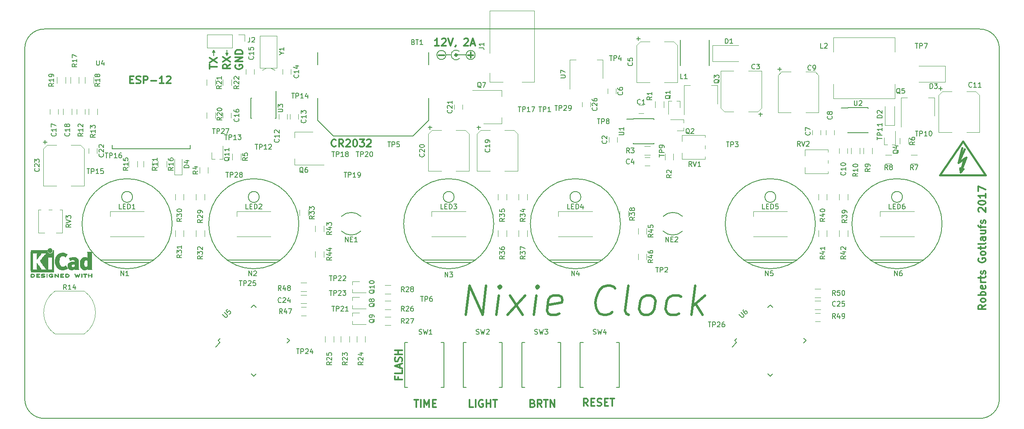
<source format=gto>
G04 #@! TF.FileFunction,Legend,Top*
%FSLAX46Y46*%
G04 Gerber Fmt 4.6, Leading zero omitted, Abs format (unit mm)*
G04 Created by KiCad (PCBNEW 4.0.7-e2-6376~58~ubuntu16.04.1) date Sun Nov  5 21:07:29 2017*
%MOMM*%
%LPD*%
G01*
G04 APERTURE LIST*
%ADD10C,0.100000*%
%ADD11C,0.500000*%
%ADD12C,0.300000*%
%ADD13C,0.150000*%
%ADD14C,0.120000*%
%ADD15C,0.152400*%
%ADD16C,0.010000*%
%ADD17C,0.381000*%
G04 APERTURE END LIST*
D10*
D11*
X141117857Y-119714286D02*
X141867857Y-113714286D01*
X144546429Y-119714286D01*
X145296429Y-113714286D01*
X147403571Y-119714286D02*
X147903571Y-115714286D01*
X148153571Y-113714286D02*
X147832143Y-114000000D01*
X148082143Y-114285714D01*
X148403572Y-114000000D01*
X148153571Y-113714286D01*
X148082143Y-114285714D01*
X149689286Y-119714286D02*
X153332143Y-115714286D01*
X150189286Y-115714286D02*
X152832143Y-119714286D01*
X155117857Y-119714286D02*
X155617857Y-115714286D01*
X155867857Y-113714286D02*
X155546429Y-114000000D01*
X155796429Y-114285714D01*
X156117858Y-114000000D01*
X155867857Y-113714286D01*
X155796429Y-114285714D01*
X160296430Y-119428571D02*
X159689286Y-119714286D01*
X158546429Y-119714286D01*
X158010715Y-119428571D01*
X157796429Y-118857143D01*
X158082143Y-116571429D01*
X158439286Y-116000000D01*
X159046429Y-115714286D01*
X160189286Y-115714286D01*
X160725001Y-116000000D01*
X160939286Y-116571429D01*
X160867858Y-117142857D01*
X157939286Y-117714286D01*
X171189287Y-119142857D02*
X170867859Y-119428571D01*
X169975001Y-119714286D01*
X169403572Y-119714286D01*
X168582144Y-119428571D01*
X168082144Y-118857143D01*
X167867858Y-118285714D01*
X167725001Y-117142857D01*
X167832144Y-116285714D01*
X168260715Y-115142857D01*
X168617858Y-114571429D01*
X169260715Y-114000000D01*
X170153572Y-113714286D01*
X170725001Y-113714286D01*
X171546430Y-114000000D01*
X171796430Y-114285714D01*
X174546429Y-119714286D02*
X174010716Y-119428571D01*
X173796429Y-118857143D01*
X174439286Y-113714286D01*
X177689286Y-119714286D02*
X177153573Y-119428571D01*
X176903572Y-119142857D01*
X176689286Y-118571429D01*
X176903572Y-116857143D01*
X177260715Y-116285714D01*
X177582144Y-116000000D01*
X178189286Y-115714286D01*
X179046429Y-115714286D01*
X179582144Y-116000000D01*
X179832144Y-116285714D01*
X180046429Y-116857143D01*
X179832143Y-118571429D01*
X179475001Y-119142857D01*
X179153573Y-119428571D01*
X178546429Y-119714286D01*
X177689286Y-119714286D01*
X184867858Y-119428571D02*
X184260714Y-119714286D01*
X183117857Y-119714286D01*
X182582144Y-119428571D01*
X182332143Y-119142857D01*
X182117857Y-118571429D01*
X182332143Y-116857143D01*
X182689286Y-116285714D01*
X183010715Y-116000000D01*
X183617857Y-115714286D01*
X184760714Y-115714286D01*
X185296429Y-116000000D01*
X187403571Y-119714286D02*
X188153571Y-113714286D01*
X188260715Y-117428571D02*
X189689286Y-119714286D01*
X190189286Y-115714286D02*
X187617857Y-118000000D01*
D12*
X247778571Y-117678570D02*
X247064286Y-118178570D01*
X247778571Y-118535713D02*
X246278571Y-118535713D01*
X246278571Y-117964285D01*
X246350000Y-117821427D01*
X246421429Y-117749999D01*
X246564286Y-117678570D01*
X246778571Y-117678570D01*
X246921429Y-117749999D01*
X246992857Y-117821427D01*
X247064286Y-117964285D01*
X247064286Y-118535713D01*
X247778571Y-116821427D02*
X247707143Y-116964285D01*
X247635714Y-117035713D01*
X247492857Y-117107142D01*
X247064286Y-117107142D01*
X246921429Y-117035713D01*
X246850000Y-116964285D01*
X246778571Y-116821427D01*
X246778571Y-116607142D01*
X246850000Y-116464285D01*
X246921429Y-116392856D01*
X247064286Y-116321427D01*
X247492857Y-116321427D01*
X247635714Y-116392856D01*
X247707143Y-116464285D01*
X247778571Y-116607142D01*
X247778571Y-116821427D01*
X247778571Y-115678570D02*
X246278571Y-115678570D01*
X246850000Y-115678570D02*
X246778571Y-115535713D01*
X246778571Y-115249999D01*
X246850000Y-115107142D01*
X246921429Y-115035713D01*
X247064286Y-114964284D01*
X247492857Y-114964284D01*
X247635714Y-115035713D01*
X247707143Y-115107142D01*
X247778571Y-115249999D01*
X247778571Y-115535713D01*
X247707143Y-115678570D01*
X247707143Y-113749999D02*
X247778571Y-113892856D01*
X247778571Y-114178570D01*
X247707143Y-114321427D01*
X247564286Y-114392856D01*
X246992857Y-114392856D01*
X246850000Y-114321427D01*
X246778571Y-114178570D01*
X246778571Y-113892856D01*
X246850000Y-113749999D01*
X246992857Y-113678570D01*
X247135714Y-113678570D01*
X247278571Y-114392856D01*
X247778571Y-113035713D02*
X246778571Y-113035713D01*
X247064286Y-113035713D02*
X246921429Y-112964285D01*
X246850000Y-112892856D01*
X246778571Y-112749999D01*
X246778571Y-112607142D01*
X246778571Y-112321428D02*
X246778571Y-111749999D01*
X246278571Y-112107142D02*
X247564286Y-112107142D01*
X247707143Y-112035714D01*
X247778571Y-111892856D01*
X247778571Y-111749999D01*
X247707143Y-111321428D02*
X247778571Y-111178571D01*
X247778571Y-110892856D01*
X247707143Y-110749999D01*
X247564286Y-110678571D01*
X247492857Y-110678571D01*
X247350000Y-110749999D01*
X247278571Y-110892856D01*
X247278571Y-111107142D01*
X247207143Y-111249999D01*
X247064286Y-111321428D01*
X246992857Y-111321428D01*
X246850000Y-111249999D01*
X246778571Y-111107142D01*
X246778571Y-110892856D01*
X246850000Y-110749999D01*
X246350000Y-108107142D02*
X246278571Y-108249999D01*
X246278571Y-108464285D01*
X246350000Y-108678570D01*
X246492857Y-108821428D01*
X246635714Y-108892856D01*
X246921429Y-108964285D01*
X247135714Y-108964285D01*
X247421429Y-108892856D01*
X247564286Y-108821428D01*
X247707143Y-108678570D01*
X247778571Y-108464285D01*
X247778571Y-108321428D01*
X247707143Y-108107142D01*
X247635714Y-108035713D01*
X247135714Y-108035713D01*
X247135714Y-108321428D01*
X247778571Y-107178570D02*
X247707143Y-107321428D01*
X247635714Y-107392856D01*
X247492857Y-107464285D01*
X247064286Y-107464285D01*
X246921429Y-107392856D01*
X246850000Y-107321428D01*
X246778571Y-107178570D01*
X246778571Y-106964285D01*
X246850000Y-106821428D01*
X246921429Y-106749999D01*
X247064286Y-106678570D01*
X247492857Y-106678570D01*
X247635714Y-106749999D01*
X247707143Y-106821428D01*
X247778571Y-106964285D01*
X247778571Y-107178570D01*
X246778571Y-106249999D02*
X246778571Y-105678570D01*
X246278571Y-106035713D02*
X247564286Y-106035713D01*
X247707143Y-105964285D01*
X247778571Y-105821427D01*
X247778571Y-105678570D01*
X247778571Y-104964284D02*
X247707143Y-105107142D01*
X247564286Y-105178570D01*
X246278571Y-105178570D01*
X247778571Y-103749999D02*
X246992857Y-103749999D01*
X246850000Y-103821428D01*
X246778571Y-103964285D01*
X246778571Y-104249999D01*
X246850000Y-104392856D01*
X247707143Y-103749999D02*
X247778571Y-103892856D01*
X247778571Y-104249999D01*
X247707143Y-104392856D01*
X247564286Y-104464285D01*
X247421429Y-104464285D01*
X247278571Y-104392856D01*
X247207143Y-104249999D01*
X247207143Y-103892856D01*
X247135714Y-103749999D01*
X246778571Y-102392856D02*
X247778571Y-102392856D01*
X246778571Y-103035713D02*
X247564286Y-103035713D01*
X247707143Y-102964285D01*
X247778571Y-102821427D01*
X247778571Y-102607142D01*
X247707143Y-102464285D01*
X247635714Y-102392856D01*
X246778571Y-101892856D02*
X246778571Y-101321427D01*
X247778571Y-101678570D02*
X246492857Y-101678570D01*
X246350000Y-101607142D01*
X246278571Y-101464284D01*
X246278571Y-101321427D01*
X247707143Y-100892856D02*
X247778571Y-100749999D01*
X247778571Y-100464284D01*
X247707143Y-100321427D01*
X247564286Y-100249999D01*
X247492857Y-100249999D01*
X247350000Y-100321427D01*
X247278571Y-100464284D01*
X247278571Y-100678570D01*
X247207143Y-100821427D01*
X247064286Y-100892856D01*
X246992857Y-100892856D01*
X246850000Y-100821427D01*
X246778571Y-100678570D01*
X246778571Y-100464284D01*
X246850000Y-100321427D01*
X246421429Y-98535713D02*
X246350000Y-98464284D01*
X246278571Y-98321427D01*
X246278571Y-97964284D01*
X246350000Y-97821427D01*
X246421429Y-97749998D01*
X246564286Y-97678570D01*
X246707143Y-97678570D01*
X246921429Y-97749998D01*
X247778571Y-98607141D01*
X247778571Y-97678570D01*
X246278571Y-96749999D02*
X246278571Y-96607142D01*
X246350000Y-96464285D01*
X246421429Y-96392856D01*
X246564286Y-96321427D01*
X246850000Y-96249999D01*
X247207143Y-96249999D01*
X247492857Y-96321427D01*
X247635714Y-96392856D01*
X247707143Y-96464285D01*
X247778571Y-96607142D01*
X247778571Y-96749999D01*
X247707143Y-96892856D01*
X247635714Y-96964285D01*
X247492857Y-97035713D01*
X247207143Y-97107142D01*
X246850000Y-97107142D01*
X246564286Y-97035713D01*
X246421429Y-96964285D01*
X246350000Y-96892856D01*
X246278571Y-96749999D01*
X247778571Y-94821428D02*
X247778571Y-95678571D01*
X247778571Y-95249999D02*
X246278571Y-95249999D01*
X246492857Y-95392856D01*
X246635714Y-95535714D01*
X246707143Y-95678571D01*
X246278571Y-94321428D02*
X246278571Y-93321428D01*
X247778571Y-93964285D01*
X154850000Y-137892857D02*
X155064286Y-137964286D01*
X155135714Y-138035714D01*
X155207143Y-138178571D01*
X155207143Y-138392857D01*
X155135714Y-138535714D01*
X155064286Y-138607143D01*
X154921428Y-138678571D01*
X154350000Y-138678571D01*
X154350000Y-137178571D01*
X154850000Y-137178571D01*
X154992857Y-137250000D01*
X155064286Y-137321429D01*
X155135714Y-137464286D01*
X155135714Y-137607143D01*
X155064286Y-137750000D01*
X154992857Y-137821429D01*
X154850000Y-137892857D01*
X154350000Y-137892857D01*
X156707143Y-138678571D02*
X156207143Y-137964286D01*
X155850000Y-138678571D02*
X155850000Y-137178571D01*
X156421428Y-137178571D01*
X156564286Y-137250000D01*
X156635714Y-137321429D01*
X156707143Y-137464286D01*
X156707143Y-137678571D01*
X156635714Y-137821429D01*
X156564286Y-137892857D01*
X156421428Y-137964286D01*
X155850000Y-137964286D01*
X157135714Y-137178571D02*
X157992857Y-137178571D01*
X157564286Y-138678571D02*
X157564286Y-137178571D01*
X158492857Y-138678571D02*
X158492857Y-137178571D01*
X159350000Y-138678571D01*
X159350000Y-137178571D01*
X142600000Y-138678571D02*
X141885714Y-138678571D01*
X141885714Y-137178571D01*
X143100000Y-138678571D02*
X143100000Y-137178571D01*
X144600000Y-137250000D02*
X144457143Y-137178571D01*
X144242857Y-137178571D01*
X144028572Y-137250000D01*
X143885714Y-137392857D01*
X143814286Y-137535714D01*
X143742857Y-137821429D01*
X143742857Y-138035714D01*
X143814286Y-138321429D01*
X143885714Y-138464286D01*
X144028572Y-138607143D01*
X144242857Y-138678571D01*
X144385714Y-138678571D01*
X144600000Y-138607143D01*
X144671429Y-138535714D01*
X144671429Y-138035714D01*
X144385714Y-138035714D01*
X145314286Y-138678571D02*
X145314286Y-137178571D01*
X145314286Y-137892857D02*
X146171429Y-137892857D01*
X146171429Y-138678571D02*
X146171429Y-137178571D01*
X146671429Y-137178571D02*
X147528572Y-137178571D01*
X147100001Y-138678571D02*
X147100001Y-137178571D01*
X130528571Y-137178571D02*
X131385714Y-137178571D01*
X130957143Y-138678571D02*
X130957143Y-137178571D01*
X131885714Y-138678571D02*
X131885714Y-137178571D01*
X132600000Y-138678571D02*
X132600000Y-137178571D01*
X133100000Y-138250000D01*
X133600000Y-137178571D01*
X133600000Y-138678571D01*
X134314286Y-137892857D02*
X134814286Y-137892857D01*
X135028572Y-138678571D02*
X134314286Y-138678571D01*
X134314286Y-137178571D01*
X135028572Y-137178571D01*
X127242857Y-132535714D02*
X127242857Y-133035714D01*
X128028571Y-133035714D02*
X126528571Y-133035714D01*
X126528571Y-132321428D01*
X128028571Y-131035714D02*
X128028571Y-131750000D01*
X126528571Y-131750000D01*
X127600000Y-130607143D02*
X127600000Y-129892857D01*
X128028571Y-130750000D02*
X126528571Y-130250000D01*
X128028571Y-129750000D01*
X127957143Y-129321429D02*
X128028571Y-129107143D01*
X128028571Y-128750000D01*
X127957143Y-128607143D01*
X127885714Y-128535714D01*
X127742857Y-128464286D01*
X127600000Y-128464286D01*
X127457143Y-128535714D01*
X127385714Y-128607143D01*
X127314286Y-128750000D01*
X127242857Y-129035714D01*
X127171429Y-129178572D01*
X127100000Y-129250000D01*
X126957143Y-129321429D01*
X126814286Y-129321429D01*
X126671429Y-129250000D01*
X126600000Y-129178572D01*
X126528571Y-129035714D01*
X126528571Y-128678572D01*
X126600000Y-128464286D01*
X128028571Y-127821429D02*
X126528571Y-127821429D01*
X127242857Y-127821429D02*
X127242857Y-126964286D01*
X128028571Y-126964286D02*
X126528571Y-126964286D01*
X166171429Y-138428571D02*
X165671429Y-137714286D01*
X165314286Y-138428571D02*
X165314286Y-136928571D01*
X165885714Y-136928571D01*
X166028572Y-137000000D01*
X166100000Y-137071429D01*
X166171429Y-137214286D01*
X166171429Y-137428571D01*
X166100000Y-137571429D01*
X166028572Y-137642857D01*
X165885714Y-137714286D01*
X165314286Y-137714286D01*
X166814286Y-137642857D02*
X167314286Y-137642857D01*
X167528572Y-138428571D02*
X166814286Y-138428571D01*
X166814286Y-136928571D01*
X167528572Y-136928571D01*
X168100000Y-138357143D02*
X168314286Y-138428571D01*
X168671429Y-138428571D01*
X168814286Y-138357143D01*
X168885715Y-138285714D01*
X168957143Y-138142857D01*
X168957143Y-138000000D01*
X168885715Y-137857143D01*
X168814286Y-137785714D01*
X168671429Y-137714286D01*
X168385715Y-137642857D01*
X168242857Y-137571429D01*
X168171429Y-137500000D01*
X168100000Y-137357143D01*
X168100000Y-137214286D01*
X168171429Y-137071429D01*
X168242857Y-137000000D01*
X168385715Y-136928571D01*
X168742857Y-136928571D01*
X168957143Y-137000000D01*
X169600000Y-137642857D02*
X170100000Y-137642857D01*
X170314286Y-138428571D02*
X169600000Y-138428571D01*
X169600000Y-136928571D01*
X170314286Y-136928571D01*
X170742857Y-136928571D02*
X171600000Y-136928571D01*
X171171429Y-138428571D02*
X171171429Y-136928571D01*
D13*
X89600000Y-65750000D02*
X89350000Y-65250000D01*
X89100000Y-65750000D02*
X89600000Y-65750000D01*
X89350000Y-65250000D02*
X89100000Y-65750000D01*
X89350000Y-65250000D02*
X89350000Y-66500000D01*
X91850000Y-66000000D02*
X92100000Y-66500000D01*
X92350000Y-66000000D02*
X91850000Y-66000000D01*
X92100000Y-66500000D02*
X92350000Y-66000000D01*
X92100000Y-66500000D02*
X92100000Y-65250000D01*
D12*
X93850000Y-68392857D02*
X93778571Y-68535714D01*
X93778571Y-68750000D01*
X93850000Y-68964285D01*
X93992857Y-69107143D01*
X94135714Y-69178571D01*
X94421429Y-69250000D01*
X94635714Y-69250000D01*
X94921429Y-69178571D01*
X95064286Y-69107143D01*
X95207143Y-68964285D01*
X95278571Y-68750000D01*
X95278571Y-68607143D01*
X95207143Y-68392857D01*
X95135714Y-68321428D01*
X94635714Y-68321428D01*
X94635714Y-68607143D01*
X95278571Y-67678571D02*
X93778571Y-67678571D01*
X95278571Y-66821428D01*
X93778571Y-66821428D01*
X95278571Y-66107142D02*
X93778571Y-66107142D01*
X93778571Y-65749999D01*
X93850000Y-65535714D01*
X93992857Y-65392856D01*
X94135714Y-65321428D01*
X94421429Y-65249999D01*
X94635714Y-65249999D01*
X94921429Y-65321428D01*
X95064286Y-65392856D01*
X95207143Y-65535714D01*
X95278571Y-65749999D01*
X95278571Y-66107142D01*
X92778571Y-68249999D02*
X92064286Y-68749999D01*
X92778571Y-69107142D02*
X91278571Y-69107142D01*
X91278571Y-68535714D01*
X91350000Y-68392856D01*
X91421429Y-68321428D01*
X91564286Y-68249999D01*
X91778571Y-68249999D01*
X91921429Y-68321428D01*
X91992857Y-68392856D01*
X92064286Y-68535714D01*
X92064286Y-69107142D01*
X91278571Y-67749999D02*
X92778571Y-66749999D01*
X91278571Y-66749999D02*
X92778571Y-67749999D01*
X88528571Y-69142857D02*
X88528571Y-68285714D01*
X90028571Y-68714285D02*
X88528571Y-68714285D01*
X88528571Y-67928571D02*
X90028571Y-66928571D01*
X88528571Y-66928571D02*
X90028571Y-67928571D01*
X72207144Y-71392857D02*
X72707144Y-71392857D01*
X72921430Y-72178571D02*
X72207144Y-72178571D01*
X72207144Y-70678571D01*
X72921430Y-70678571D01*
X73492858Y-72107143D02*
X73707144Y-72178571D01*
X74064287Y-72178571D01*
X74207144Y-72107143D01*
X74278573Y-72035714D01*
X74350001Y-71892857D01*
X74350001Y-71750000D01*
X74278573Y-71607143D01*
X74207144Y-71535714D01*
X74064287Y-71464286D01*
X73778573Y-71392857D01*
X73635715Y-71321429D01*
X73564287Y-71250000D01*
X73492858Y-71107143D01*
X73492858Y-70964286D01*
X73564287Y-70821429D01*
X73635715Y-70750000D01*
X73778573Y-70678571D01*
X74135715Y-70678571D01*
X74350001Y-70750000D01*
X74992858Y-72178571D02*
X74992858Y-70678571D01*
X75564286Y-70678571D01*
X75707144Y-70750000D01*
X75778572Y-70821429D01*
X75850001Y-70964286D01*
X75850001Y-71178571D01*
X75778572Y-71321429D01*
X75707144Y-71392857D01*
X75564286Y-71464286D01*
X74992858Y-71464286D01*
X76492858Y-71607143D02*
X77635715Y-71607143D01*
X79135715Y-72178571D02*
X78278572Y-72178571D01*
X78707144Y-72178571D02*
X78707144Y-70678571D01*
X78564287Y-70892857D01*
X78421429Y-71035714D01*
X78278572Y-71107143D01*
X79707143Y-70821429D02*
X79778572Y-70750000D01*
X79921429Y-70678571D01*
X80278572Y-70678571D01*
X80421429Y-70750000D01*
X80492858Y-70821429D01*
X80564286Y-70964286D01*
X80564286Y-71107143D01*
X80492858Y-71321429D01*
X79635715Y-72178571D01*
X80564286Y-72178571D01*
X135528572Y-66357143D02*
X136671429Y-66357143D01*
X141528572Y-66357143D02*
X142671429Y-66357143D01*
X142100000Y-66928571D02*
X142100000Y-65785714D01*
X135635715Y-64428571D02*
X134778572Y-64428571D01*
X135207144Y-64428571D02*
X135207144Y-62928571D01*
X135064287Y-63142857D01*
X134921429Y-63285714D01*
X134778572Y-63357143D01*
X136207143Y-63071429D02*
X136278572Y-63000000D01*
X136421429Y-62928571D01*
X136778572Y-62928571D01*
X136921429Y-63000000D01*
X136992858Y-63071429D01*
X137064286Y-63214286D01*
X137064286Y-63357143D01*
X136992858Y-63571429D01*
X136135715Y-64428571D01*
X137064286Y-64428571D01*
X137492857Y-62928571D02*
X137992857Y-64428571D01*
X138492857Y-62928571D01*
X139064285Y-64357143D02*
X139064285Y-64428571D01*
X138992857Y-64571429D01*
X138921428Y-64642857D01*
X140778571Y-63071429D02*
X140850000Y-63000000D01*
X140992857Y-62928571D01*
X141350000Y-62928571D01*
X141492857Y-63000000D01*
X141564286Y-63071429D01*
X141635714Y-63214286D01*
X141635714Y-63357143D01*
X141564286Y-63571429D01*
X140707143Y-64428571D01*
X141635714Y-64428571D01*
X142207142Y-64000000D02*
X142921428Y-64000000D01*
X142064285Y-64428571D02*
X142564285Y-62928571D01*
X143064285Y-64428571D01*
X114457144Y-85035714D02*
X114385715Y-85107143D01*
X114171429Y-85178571D01*
X114028572Y-85178571D01*
X113814287Y-85107143D01*
X113671429Y-84964286D01*
X113600001Y-84821429D01*
X113528572Y-84535714D01*
X113528572Y-84321429D01*
X113600001Y-84035714D01*
X113671429Y-83892857D01*
X113814287Y-83750000D01*
X114028572Y-83678571D01*
X114171429Y-83678571D01*
X114385715Y-83750000D01*
X114457144Y-83821429D01*
X115957144Y-85178571D02*
X115457144Y-84464286D01*
X115100001Y-85178571D02*
X115100001Y-83678571D01*
X115671429Y-83678571D01*
X115814287Y-83750000D01*
X115885715Y-83821429D01*
X115957144Y-83964286D01*
X115957144Y-84178571D01*
X115885715Y-84321429D01*
X115814287Y-84392857D01*
X115671429Y-84464286D01*
X115100001Y-84464286D01*
X116528572Y-83821429D02*
X116600001Y-83750000D01*
X116742858Y-83678571D01*
X117100001Y-83678571D01*
X117242858Y-83750000D01*
X117314287Y-83821429D01*
X117385715Y-83964286D01*
X117385715Y-84107143D01*
X117314287Y-84321429D01*
X116457144Y-85178571D01*
X117385715Y-85178571D01*
X118314286Y-83678571D02*
X118457143Y-83678571D01*
X118600000Y-83750000D01*
X118671429Y-83821429D01*
X118742858Y-83964286D01*
X118814286Y-84250000D01*
X118814286Y-84607143D01*
X118742858Y-84892857D01*
X118671429Y-85035714D01*
X118600000Y-85107143D01*
X118457143Y-85178571D01*
X118314286Y-85178571D01*
X118171429Y-85107143D01*
X118100000Y-85035714D01*
X118028572Y-84892857D01*
X117957143Y-84607143D01*
X117957143Y-84250000D01*
X118028572Y-83964286D01*
X118100000Y-83821429D01*
X118171429Y-83750000D01*
X118314286Y-83678571D01*
X119314286Y-83678571D02*
X120242857Y-83678571D01*
X119742857Y-84250000D01*
X119957143Y-84250000D01*
X120100000Y-84321429D01*
X120171429Y-84392857D01*
X120242857Y-84535714D01*
X120242857Y-84892857D01*
X120171429Y-85035714D01*
X120100000Y-85107143D01*
X119957143Y-85178571D01*
X119528571Y-85178571D01*
X119385714Y-85107143D01*
X119314286Y-85035714D01*
X120814285Y-83821429D02*
X120885714Y-83750000D01*
X121028571Y-83678571D01*
X121385714Y-83678571D01*
X121528571Y-83750000D01*
X121600000Y-83821429D01*
X121671428Y-83964286D01*
X121671428Y-84107143D01*
X121600000Y-84321429D01*
X120742857Y-85178571D01*
X121671428Y-85178571D01*
D13*
X250600000Y-65000000D02*
G75*
G03X246600000Y-61000000I-4000000J0D01*
G01*
X246600000Y-141000000D02*
G75*
G03X250600000Y-137000000I0J4000000D01*
G01*
X50600000Y-137000000D02*
G75*
G03X54600000Y-141000000I4000000J0D01*
G01*
X54600000Y-61000000D02*
G75*
G03X50600000Y-65000000I0J-4000000D01*
G01*
X246600000Y-141000000D02*
X54600000Y-141000000D01*
X250600000Y-65000000D02*
X250600000Y-137000000D01*
X54600000Y-61000000D02*
X246600000Y-61000000D01*
X50600000Y-137000000D02*
X50600000Y-65000000D01*
D14*
X117865000Y-116750000D02*
X117865000Y-116090000D01*
X117865000Y-118420000D02*
X117865000Y-117750000D01*
X117865000Y-118410000D02*
X120600000Y-118410000D01*
X119275000Y-116090000D02*
X117865000Y-116090000D01*
X117230000Y-124150000D02*
X117230000Y-125350000D01*
X115470000Y-125350000D02*
X115470000Y-124150000D01*
X117865000Y-113500000D02*
X117865000Y-112840000D01*
X117865000Y-115170000D02*
X117865000Y-114500000D01*
X117865000Y-115160000D02*
X120600000Y-115160000D01*
X119275000Y-112840000D02*
X117865000Y-112840000D01*
X120480000Y-124150000D02*
X120480000Y-125350000D01*
X118720000Y-125350000D02*
X118720000Y-124150000D01*
X113980000Y-124150000D02*
X113980000Y-125350000D01*
X112220000Y-125350000D02*
X112220000Y-124150000D01*
X117865000Y-120000000D02*
X117865000Y-119340000D01*
X117865000Y-121670000D02*
X117865000Y-121000000D01*
X117865000Y-121660000D02*
X120600000Y-121660000D01*
X119275000Y-119340000D02*
X117865000Y-119340000D01*
X124500000Y-113620000D02*
X125700000Y-113620000D01*
X125700000Y-115380000D02*
X124500000Y-115380000D01*
X124500000Y-120120000D02*
X125700000Y-120120000D01*
X125700000Y-121880000D02*
X124500000Y-121880000D01*
D13*
X102175000Y-75175000D02*
X102125000Y-75175000D01*
X102175000Y-79325000D02*
X102030000Y-79325000D01*
X97025000Y-79325000D02*
X97170000Y-79325000D01*
X97025000Y-75175000D02*
X97170000Y-75175000D01*
X102175000Y-75175000D02*
X102175000Y-79325000D01*
X97025000Y-75175000D02*
X97025000Y-79325000D01*
X102125000Y-75175000D02*
X102125000Y-73775000D01*
D14*
X105940000Y-82090000D02*
X105940000Y-83350000D01*
X105940000Y-88910000D02*
X105940000Y-87650000D01*
X109700000Y-82090000D02*
X105940000Y-82090000D01*
X111950000Y-88910000D02*
X105940000Y-88910000D01*
X176600000Y-78350000D02*
X177600000Y-78350000D01*
X177600000Y-76650000D02*
X176600000Y-76650000D01*
X172200000Y-84250000D02*
X172200000Y-83250000D01*
X170500000Y-83250000D02*
X170500000Y-84250000D01*
X177850000Y-89100000D02*
X178850000Y-89100000D01*
X178850000Y-87400000D02*
X177850000Y-87400000D01*
X213950000Y-82750000D02*
X213950000Y-81750000D01*
X212250000Y-81750000D02*
X212250000Y-82750000D01*
X216700000Y-82750000D02*
X216700000Y-81750000D01*
X215000000Y-81750000D02*
X215000000Y-82750000D01*
X219450000Y-86500000D02*
X219450000Y-85500000D01*
X217750000Y-85500000D02*
X217750000Y-86500000D01*
X104450000Y-79500000D02*
X104450000Y-78500000D01*
X102750000Y-78500000D02*
X102750000Y-79500000D01*
X106700000Y-79500000D02*
X106700000Y-78500000D01*
X105000000Y-78500000D02*
X105000000Y-79500000D01*
X103500000Y-69250000D02*
X103500000Y-70250000D01*
X105200000Y-70250000D02*
X105200000Y-69250000D01*
X96000000Y-69250000D02*
X96000000Y-70250000D01*
X97700000Y-70250000D02*
X97700000Y-69250000D01*
X91250000Y-78250000D02*
X91250000Y-79250000D01*
X92950000Y-79250000D02*
X92950000Y-78250000D01*
X55750000Y-77500000D02*
X55750000Y-78500000D01*
X57450000Y-78500000D02*
X57450000Y-77500000D01*
X61250000Y-77500000D02*
X61250000Y-78500000D01*
X62950000Y-78500000D02*
X62950000Y-77500000D01*
X138750000Y-76500000D02*
X138750000Y-77500000D01*
X140450000Y-77500000D02*
X140450000Y-76500000D01*
X65450000Y-86500000D02*
X65450000Y-85500000D01*
X63750000Y-85500000D02*
X63750000Y-86500000D01*
X191700000Y-64350000D02*
X191700000Y-67650000D01*
X191700000Y-67650000D02*
X197100000Y-67650000D01*
X191700000Y-64350000D02*
X197100000Y-64350000D01*
X227100000Y-80750000D02*
X229100000Y-80750000D01*
X229100000Y-80750000D02*
X229100000Y-76850000D01*
X227100000Y-80750000D02*
X227100000Y-76850000D01*
X239500000Y-71900000D02*
X239500000Y-68600000D01*
X239500000Y-68600000D02*
X234100000Y-68600000D01*
X239500000Y-71900000D02*
X234100000Y-71900000D01*
X82850000Y-87750000D02*
X82850000Y-90950000D01*
X81350000Y-90950000D02*
X81350000Y-87750000D01*
X81350000Y-90950000D02*
X82850000Y-90950000D01*
X146000000Y-66000000D02*
X146000000Y-57200000D01*
X146000000Y-57200000D02*
X155200000Y-57200000D01*
X148700000Y-71900000D02*
X146000000Y-71900000D01*
X146000000Y-71900000D02*
X146000000Y-70000000D01*
X155200000Y-57200000D02*
X155200000Y-71900000D01*
X155200000Y-71900000D02*
X152600000Y-71900000D01*
X88020000Y-62170000D02*
X88020000Y-64830000D01*
X93160000Y-62170000D02*
X88020000Y-62170000D01*
X93160000Y-64830000D02*
X88020000Y-64830000D01*
X93160000Y-62170000D02*
X93160000Y-64830000D01*
X94430000Y-62170000D02*
X95760000Y-62170000D01*
X95760000Y-62170000D02*
X95760000Y-63500000D01*
D13*
X185100000Y-68500000D02*
X185100000Y-63250000D01*
X191100000Y-68500000D02*
X191100000Y-63250000D01*
D14*
X216550000Y-65700000D02*
X216550000Y-62700000D01*
X216550000Y-62700000D02*
X229150000Y-62700000D01*
X229150000Y-62700000D02*
X229150000Y-65700000D01*
X229150000Y-72300000D02*
X229150000Y-75300000D01*
X229150000Y-75300000D02*
X216550000Y-75300000D01*
X216550000Y-75300000D02*
X216550000Y-72300000D01*
D13*
X115600000Y-102500000D02*
G75*
G03X119600000Y-102500000I2000000J2000000D01*
G01*
X119600000Y-99500000D02*
G75*
G03X115600000Y-99500000I-2000000J-2000000D01*
G01*
X181600000Y-102500000D02*
G75*
G03X185600000Y-102500000I2000000J2000000D01*
G01*
X185600000Y-99500000D02*
G75*
G03X181600000Y-99500000I-2000000J-2000000D01*
G01*
D14*
X184350000Y-75765000D02*
X185010000Y-75765000D01*
X182680000Y-75765000D02*
X183350000Y-75765000D01*
X182690000Y-75765000D02*
X182690000Y-78500000D01*
X185010000Y-77175000D02*
X185010000Y-75765000D01*
X185835000Y-81250000D02*
X185835000Y-81910000D01*
X185835000Y-79580000D02*
X185835000Y-80250000D01*
X185835000Y-79590000D02*
X183100000Y-79590000D01*
X184425000Y-81910000D02*
X185835000Y-81910000D01*
X192760000Y-72590000D02*
X191500000Y-72590000D01*
X185940000Y-72590000D02*
X187200000Y-72590000D01*
X192760000Y-76350000D02*
X192760000Y-72590000D01*
X185940000Y-78600000D02*
X185940000Y-72590000D01*
X227600000Y-84735000D02*
X226940000Y-84735000D01*
X229270000Y-84735000D02*
X228600000Y-84735000D01*
X229260000Y-84735000D02*
X229260000Y-82000000D01*
X226940000Y-83325000D02*
X226940000Y-84735000D01*
X237260000Y-75090000D02*
X236000000Y-75090000D01*
X230440000Y-75090000D02*
X231700000Y-75090000D01*
X237260000Y-78850000D02*
X237260000Y-75090000D01*
X230440000Y-81100000D02*
X230440000Y-75090000D01*
X148510000Y-80410000D02*
X148510000Y-79150000D01*
X148510000Y-73590000D02*
X148510000Y-74850000D01*
X144750000Y-80410000D02*
X148510000Y-80410000D01*
X142500000Y-73590000D02*
X148510000Y-73590000D01*
X179970000Y-77100000D02*
X179970000Y-75900000D01*
X181730000Y-75900000D02*
X181730000Y-77100000D01*
X183730000Y-86650000D02*
X183730000Y-87850000D01*
X181970000Y-87850000D02*
X181970000Y-86650000D01*
X177750000Y-85120000D02*
X178950000Y-85120000D01*
X178950000Y-86880000D02*
X177750000Y-86880000D01*
X230220000Y-84600000D02*
X230220000Y-83400000D01*
X231980000Y-83400000D02*
X231980000Y-84600000D01*
X232500000Y-86870000D02*
X233700000Y-86870000D01*
X233700000Y-88630000D02*
X232500000Y-88630000D01*
X227250000Y-86870000D02*
X228450000Y-86870000D01*
X228450000Y-88630000D02*
X227250000Y-88630000D01*
X220220000Y-86600000D02*
X220220000Y-85400000D01*
X221980000Y-85400000D02*
X221980000Y-86600000D01*
X224480000Y-85400000D02*
X224480000Y-86600000D01*
X222720000Y-86600000D02*
X222720000Y-85400000D01*
X79730000Y-88150000D02*
X79730000Y-89350000D01*
X77970000Y-89350000D02*
X77970000Y-88150000D01*
X58470000Y-78600000D02*
X58470000Y-77400000D01*
X60230000Y-77400000D02*
X60230000Y-78600000D01*
X63720000Y-78600000D02*
X63720000Y-77400000D01*
X65480000Y-77400000D02*
X65480000Y-78600000D01*
X56800000Y-123650000D02*
X62800000Y-123650000D01*
X56800000Y-114850000D02*
X62800000Y-114850000D01*
X56767350Y-114872440D02*
G75*
G03X56800000Y-123650000I3032650J-4377560D01*
G01*
X62832650Y-123627560D02*
G75*
G03X62800000Y-114850000I-3032650J4377560D01*
G01*
X73730000Y-88150000D02*
X73730000Y-89350000D01*
X71970000Y-89350000D02*
X71970000Y-88150000D01*
X74970000Y-89350000D02*
X74970000Y-88150000D01*
X76730000Y-88150000D02*
X76730000Y-89350000D01*
X59970000Y-72100000D02*
X59970000Y-70900000D01*
X61730000Y-70900000D02*
X61730000Y-72100000D01*
X62970000Y-72100000D02*
X62970000Y-70900000D01*
X64730000Y-70900000D02*
X64730000Y-72100000D01*
X57220000Y-72100000D02*
X57220000Y-70900000D01*
X58980000Y-70900000D02*
X58980000Y-72100000D01*
X87970000Y-79350000D02*
X87970000Y-78150000D01*
X89730000Y-78150000D02*
X89730000Y-79350000D01*
X87970000Y-72600000D02*
X87970000Y-71400000D01*
X89730000Y-71400000D02*
X89730000Y-72600000D01*
X91220000Y-72600000D02*
X91220000Y-71400000D01*
X92980000Y-71400000D02*
X92980000Y-72600000D01*
X124500000Y-116870000D02*
X125700000Y-116870000D01*
X125700000Y-118630000D02*
X124500000Y-118630000D01*
X87480000Y-94900000D02*
X87480000Y-96100000D01*
X85720000Y-96100000D02*
X85720000Y-94900000D01*
X81470000Y-96100000D02*
X81470000Y-94900000D01*
X83230000Y-94900000D02*
X83230000Y-96100000D01*
X81470000Y-103600000D02*
X81470000Y-102400000D01*
X83230000Y-102400000D02*
X83230000Y-103600000D01*
X87480000Y-102400000D02*
X87480000Y-103600000D01*
X85720000Y-103600000D02*
X85720000Y-102400000D01*
X106970000Y-99350000D02*
X106970000Y-98150000D01*
X108730000Y-98150000D02*
X108730000Y-99350000D01*
X153730000Y-94900000D02*
X153730000Y-96100000D01*
X151970000Y-96100000D02*
X151970000Y-94900000D01*
X147720000Y-96100000D02*
X147720000Y-94900000D01*
X149480000Y-94900000D02*
X149480000Y-96100000D01*
X147720000Y-103600000D02*
X147720000Y-102400000D01*
X149480000Y-102400000D02*
X149480000Y-103600000D01*
X153730000Y-102400000D02*
X153730000Y-103600000D01*
X151970000Y-103600000D02*
X151970000Y-102400000D01*
X172720000Y-99600000D02*
X172720000Y-98400000D01*
X174480000Y-98400000D02*
X174480000Y-99600000D01*
X219480000Y-94900000D02*
X219480000Y-96100000D01*
X217720000Y-96100000D02*
X217720000Y-94900000D01*
X213470000Y-96100000D02*
X213470000Y-94900000D01*
X215230000Y-94900000D02*
X215230000Y-96100000D01*
X213470000Y-103600000D02*
X213470000Y-102400000D01*
X215230000Y-102400000D02*
X215230000Y-103600000D01*
X219480000Y-102400000D02*
X219480000Y-103600000D01*
X217720000Y-103600000D02*
X217720000Y-102400000D01*
X110220000Y-102600000D02*
X110220000Y-101400000D01*
X111980000Y-101400000D02*
X111980000Y-102600000D01*
X110220000Y-107850000D02*
X110220000Y-106650000D01*
X111980000Y-106650000D02*
X111980000Y-107850000D01*
X176470000Y-103100000D02*
X176470000Y-101900000D01*
X178230000Y-101900000D02*
X178230000Y-103100000D01*
X176470000Y-108350000D02*
X176470000Y-107150000D01*
X178230000Y-107150000D02*
X178230000Y-108350000D01*
X185490000Y-82790000D02*
X190210000Y-82790000D01*
X185490000Y-87710000D02*
X190210000Y-87710000D01*
X185490000Y-82790000D02*
X185490000Y-84070000D01*
X185490000Y-86430000D02*
X185490000Y-87710000D01*
X190210000Y-82790000D02*
X190210000Y-83270000D01*
X190210000Y-84930000D02*
X190210000Y-85570000D01*
X190210000Y-87230000D02*
X190210000Y-87710000D01*
X185490000Y-83170000D02*
X185490000Y-83170000D01*
X185490000Y-83170000D02*
X185490000Y-84070000D01*
X185490000Y-83170000D02*
X185490000Y-84070000D01*
X210740000Y-85790000D02*
X215460000Y-85790000D01*
X210740000Y-90710000D02*
X215460000Y-90710000D01*
X210740000Y-85790000D02*
X210740000Y-87070000D01*
X210740000Y-89430000D02*
X210740000Y-90710000D01*
X215460000Y-85790000D02*
X215460000Y-86270000D01*
X215460000Y-87930000D02*
X215460000Y-88570000D01*
X215460000Y-90230000D02*
X215460000Y-90710000D01*
X210740000Y-86170000D02*
X210740000Y-86170000D01*
X210740000Y-86170000D02*
X210740000Y-87070000D01*
X210740000Y-86170000D02*
X210740000Y-87070000D01*
X53390000Y-102860000D02*
X53390000Y-98140000D01*
X58310000Y-102860000D02*
X58310000Y-98140000D01*
X53390000Y-102860000D02*
X54670000Y-102860000D01*
X57030000Y-102860000D02*
X58310000Y-102860000D01*
X53390000Y-98140000D02*
X53870000Y-98140000D01*
X55530000Y-98140000D02*
X56170000Y-98140000D01*
X57830000Y-98140000D02*
X58310000Y-98140000D01*
X53770000Y-102860000D02*
X53770000Y-102860000D01*
X53770000Y-102860000D02*
X54670000Y-102860000D01*
X53770000Y-102860000D02*
X54670000Y-102860000D01*
D13*
X136600000Y-125400000D02*
X136000000Y-125400000D01*
X136600000Y-134600000D02*
X136600000Y-125400000D01*
X136000000Y-134600000D02*
X136600000Y-134600000D01*
X128600000Y-134600000D02*
X129200000Y-134600000D01*
X128600000Y-125400000D02*
X128600000Y-134600000D01*
X129200000Y-125400000D02*
X128600000Y-125400000D01*
X148600000Y-125400000D02*
X148000000Y-125400000D01*
X148600000Y-134600000D02*
X148600000Y-125400000D01*
X148000000Y-134600000D02*
X148600000Y-134600000D01*
X140600000Y-134600000D02*
X141200000Y-134600000D01*
X140600000Y-125400000D02*
X140600000Y-134600000D01*
X141200000Y-125400000D02*
X140600000Y-125400000D01*
X160600000Y-125400000D02*
X160000000Y-125400000D01*
X160600000Y-134600000D02*
X160600000Y-125400000D01*
X160000000Y-134600000D02*
X160600000Y-134600000D01*
X152600000Y-134600000D02*
X153200000Y-134600000D01*
X152600000Y-125400000D02*
X152600000Y-134600000D01*
X153200000Y-125400000D02*
X152600000Y-125400000D01*
X172600000Y-125400000D02*
X172000000Y-125400000D01*
X172600000Y-134600000D02*
X172600000Y-125400000D01*
X172000000Y-134600000D02*
X172600000Y-134600000D01*
X164600000Y-134600000D02*
X165200000Y-134600000D01*
X164600000Y-125400000D02*
X164600000Y-134600000D01*
X165200000Y-125400000D02*
X164600000Y-125400000D01*
X175525000Y-79425000D02*
X175525000Y-79475000D01*
X179675000Y-79425000D02*
X179675000Y-79570000D01*
X179675000Y-84575000D02*
X179675000Y-84430000D01*
X175525000Y-84575000D02*
X175525000Y-84430000D01*
X175525000Y-79425000D02*
X179675000Y-79425000D01*
X175525000Y-84575000D02*
X179675000Y-84575000D01*
X175525000Y-79475000D02*
X174125000Y-79475000D01*
X219525000Y-77175000D02*
X219525000Y-77225000D01*
X223675000Y-77175000D02*
X223675000Y-77320000D01*
X223675000Y-82325000D02*
X223675000Y-82180000D01*
X219525000Y-82325000D02*
X219525000Y-82180000D01*
X219525000Y-77175000D02*
X223675000Y-77175000D01*
X219525000Y-82325000D02*
X223675000Y-82325000D01*
X219525000Y-77225000D02*
X218125000Y-77225000D01*
X90281445Y-125000000D02*
X90688031Y-125406586D01*
X97600000Y-117681445D02*
X98077297Y-118158742D01*
X104918555Y-125000000D02*
X104441258Y-124522703D01*
X97600000Y-132318555D02*
X97122703Y-131841258D01*
X90281445Y-125000000D02*
X90758742Y-124522703D01*
X97600000Y-132318555D02*
X98077297Y-131841258D01*
X104918555Y-125000000D02*
X104441258Y-125477297D01*
X97600000Y-117681445D02*
X97122703Y-118158742D01*
X90688031Y-125406586D02*
X89786470Y-126308148D01*
X196281445Y-125000000D02*
X196688031Y-125406586D01*
X203600000Y-117681445D02*
X204077297Y-118158742D01*
X210918555Y-125000000D02*
X210441258Y-124522703D01*
X203600000Y-132318555D02*
X203122703Y-131841258D01*
X196281445Y-125000000D02*
X196758742Y-124522703D01*
X203600000Y-132318555D02*
X204077297Y-131841258D01*
X210918555Y-125000000D02*
X210441258Y-125477297D01*
X203600000Y-117681445D02*
X203122703Y-118158742D01*
X196688031Y-125406586D02*
X195786470Y-126308148D01*
D14*
X102300000Y-69033333D02*
X102300000Y-62433333D01*
X102300000Y-62433333D02*
X98900000Y-62433333D01*
X98900000Y-62433333D02*
X98900000Y-69033333D01*
X98900000Y-69033333D02*
X102300000Y-69033333D01*
X101100000Y-69033333D02*
X101870000Y-69433333D01*
X101870000Y-69433333D02*
X101870000Y-69433333D01*
X100100000Y-69033333D02*
X99330000Y-69433333D01*
X99330000Y-69433333D02*
X99330000Y-69433333D01*
D13*
X67100000Y-108995000D02*
X76100000Y-108995000D01*
X66100000Y-108495000D02*
X77100000Y-108495000D01*
X72718034Y-95495000D02*
G75*
G03X72718034Y-95495000I-1118034J0D01*
G01*
X80850000Y-100995000D02*
G75*
G03X80850000Y-100995000I-9250000J0D01*
G01*
X93100000Y-109000000D02*
X102100000Y-109000000D01*
X92100000Y-108500000D02*
X103100000Y-108500000D01*
X98718034Y-95500000D02*
G75*
G03X98718034Y-95500000I-1118034J0D01*
G01*
X106850000Y-101000000D02*
G75*
G03X106850000Y-101000000I-9250000J0D01*
G01*
X133100000Y-109000000D02*
X142100000Y-109000000D01*
X132100000Y-108500000D02*
X143100000Y-108500000D01*
X138718034Y-95500000D02*
G75*
G03X138718034Y-95500000I-1118034J0D01*
G01*
X146850000Y-101000000D02*
G75*
G03X146850000Y-101000000I-9250000J0D01*
G01*
X159100000Y-109000000D02*
X168100000Y-109000000D01*
X158100000Y-108500000D02*
X169100000Y-108500000D01*
X164718034Y-95500000D02*
G75*
G03X164718034Y-95500000I-1118034J0D01*
G01*
X172850000Y-101000000D02*
G75*
G03X172850000Y-101000000I-9250000J0D01*
G01*
X199100000Y-108995000D02*
X208100000Y-108995000D01*
X198100000Y-108495000D02*
X209100000Y-108495000D01*
X204718034Y-95495000D02*
G75*
G03X204718034Y-95495000I-1118034J0D01*
G01*
X212850000Y-100995000D02*
G75*
G03X212850000Y-100995000I-9250000J0D01*
G01*
X225100000Y-108995000D02*
X234100000Y-108995000D01*
X224100000Y-108495000D02*
X235100000Y-108495000D01*
X230718034Y-95495000D02*
G75*
G03X230718034Y-95495000I-1118034J0D01*
G01*
X238850000Y-100995000D02*
G75*
G03X238850000Y-100995000I-9250000J0D01*
G01*
D14*
X108350000Y-118150000D02*
X107350000Y-118150000D01*
X107350000Y-119850000D02*
X108350000Y-119850000D01*
X213850000Y-119400000D02*
X212850000Y-119400000D01*
X212850000Y-121100000D02*
X213850000Y-121100000D01*
X201790000Y-69560000D02*
X199110000Y-69560000D01*
X193410000Y-69560000D02*
X196090000Y-69560000D01*
X194170000Y-77940000D02*
X196090000Y-77940000D01*
X201030000Y-77940000D02*
X199110000Y-77940000D01*
X201790000Y-69560000D02*
X201790000Y-77180000D01*
X201790000Y-77180000D02*
X201030000Y-77940000D01*
X194170000Y-77940000D02*
X193410000Y-77180000D01*
X193410000Y-77180000D02*
X193410000Y-69560000D01*
X176160000Y-71940000D02*
X178840000Y-71940000D01*
X184540000Y-71940000D02*
X181860000Y-71940000D01*
X183780000Y-63560000D02*
X181860000Y-63560000D01*
X176920000Y-63560000D02*
X178840000Y-63560000D01*
X176160000Y-71940000D02*
X176160000Y-64320000D01*
X176160000Y-64320000D02*
X176920000Y-63560000D01*
X183780000Y-63560000D02*
X184540000Y-64320000D01*
X184540000Y-64320000D02*
X184540000Y-71940000D01*
X205160000Y-78190000D02*
X207840000Y-78190000D01*
X213540000Y-78190000D02*
X210860000Y-78190000D01*
X212780000Y-69810000D02*
X210860000Y-69810000D01*
X205920000Y-69810000D02*
X207840000Y-69810000D01*
X205160000Y-78190000D02*
X205160000Y-70570000D01*
X205160000Y-70570000D02*
X205920000Y-69810000D01*
X212780000Y-69810000D02*
X213540000Y-70570000D01*
X213540000Y-70570000D02*
X213540000Y-78190000D01*
X238160000Y-82190000D02*
X240840000Y-82190000D01*
X246540000Y-82190000D02*
X243860000Y-82190000D01*
X245780000Y-73810000D02*
X243860000Y-73810000D01*
X238920000Y-73810000D02*
X240840000Y-73810000D01*
X238160000Y-82190000D02*
X238160000Y-74570000D01*
X238160000Y-74570000D02*
X238920000Y-73810000D01*
X245780000Y-73810000D02*
X246540000Y-74570000D01*
X246540000Y-74570000D02*
X246540000Y-82190000D01*
X143410000Y-90190000D02*
X146090000Y-90190000D01*
X151790000Y-90190000D02*
X149110000Y-90190000D01*
X151030000Y-81810000D02*
X149110000Y-81810000D01*
X144170000Y-81810000D02*
X146090000Y-81810000D01*
X143410000Y-90190000D02*
X143410000Y-82570000D01*
X143410000Y-82570000D02*
X144170000Y-81810000D01*
X151030000Y-81810000D02*
X151790000Y-82570000D01*
X151790000Y-82570000D02*
X151790000Y-90190000D01*
X133410000Y-90190000D02*
X136090000Y-90190000D01*
X141790000Y-90190000D02*
X139110000Y-90190000D01*
X141030000Y-81810000D02*
X139110000Y-81810000D01*
X134170000Y-81810000D02*
X136090000Y-81810000D01*
X133410000Y-90190000D02*
X133410000Y-82570000D01*
X133410000Y-82570000D02*
X134170000Y-81810000D01*
X141030000Y-81810000D02*
X141790000Y-82570000D01*
X141790000Y-82570000D02*
X141790000Y-90190000D01*
X54410000Y-93190000D02*
X57090000Y-93190000D01*
X62790000Y-93190000D02*
X60110000Y-93190000D01*
X62030000Y-84810000D02*
X60110000Y-84810000D01*
X55170000Y-84810000D02*
X57090000Y-84810000D01*
X54410000Y-93190000D02*
X54410000Y-85570000D01*
X54410000Y-85570000D02*
X55170000Y-84810000D01*
X62030000Y-84810000D02*
X62790000Y-85570000D01*
X62790000Y-85570000D02*
X62790000Y-93190000D01*
X68100000Y-103600000D02*
X75100000Y-103600000D01*
X68100000Y-99450000D02*
X68100000Y-98450000D01*
X68100000Y-98450000D02*
X75100000Y-98450000D01*
X94100000Y-103600000D02*
X101100000Y-103600000D01*
X94100000Y-99450000D02*
X94100000Y-98450000D01*
X94100000Y-98450000D02*
X101100000Y-98450000D01*
X134100000Y-103600000D02*
X141100000Y-103600000D01*
X134100000Y-99450000D02*
X134100000Y-98450000D01*
X134100000Y-98450000D02*
X141100000Y-98450000D01*
X160100000Y-103600000D02*
X167100000Y-103600000D01*
X160100000Y-99450000D02*
X160100000Y-98450000D01*
X160100000Y-98450000D02*
X167100000Y-98450000D01*
X200100000Y-103600000D02*
X207100000Y-103600000D01*
X200100000Y-99450000D02*
X200100000Y-98450000D01*
X200100000Y-98450000D02*
X207100000Y-98450000D01*
X226100000Y-103600000D02*
X233100000Y-103600000D01*
X226100000Y-99450000D02*
X226100000Y-98450000D01*
X226100000Y-98450000D02*
X233100000Y-98450000D01*
X89600000Y-87735000D02*
X88940000Y-87735000D01*
X91270000Y-87735000D02*
X90600000Y-87735000D01*
X91260000Y-87735000D02*
X91260000Y-85000000D01*
X88940000Y-86325000D02*
X88940000Y-87735000D01*
X88230000Y-89400000D02*
X88230000Y-90600000D01*
X86470000Y-90600000D02*
X86470000Y-89400000D01*
X94980000Y-86650000D02*
X94980000Y-87850000D01*
X93220000Y-87850000D02*
X93220000Y-86650000D01*
X171950000Y-74250000D02*
X171950000Y-73250000D01*
X170250000Y-73250000D02*
X170250000Y-74250000D01*
X166700000Y-77000000D02*
X166700000Y-76000000D01*
X165000000Y-76000000D02*
X165000000Y-77000000D01*
X169260000Y-67340000D02*
X168000000Y-67340000D01*
X162440000Y-67340000D02*
X163700000Y-67340000D01*
X169260000Y-71100000D02*
X169260000Y-67340000D01*
X162440000Y-73350000D02*
X162440000Y-67340000D01*
D13*
X110700000Y-68350000D02*
X110700000Y-65750000D01*
X130300000Y-82950000D02*
X113900000Y-82950000D01*
X110700000Y-79750000D02*
X113900000Y-82950000D01*
X133500000Y-75150000D02*
X133500000Y-79750000D01*
X110700000Y-75150000D02*
X110700000Y-79750000D01*
X133500000Y-79750000D02*
X130300000Y-82950000D01*
X133500000Y-68350000D02*
X133500000Y-65750000D01*
D15*
X68584000Y-84859000D02*
X68584000Y-85621000D01*
X68584000Y-85621000D02*
X84586000Y-85621000D01*
X84586000Y-85621000D02*
X84586000Y-84859000D01*
D14*
X107250000Y-115620000D02*
X108450000Y-115620000D01*
X108450000Y-117380000D02*
X107250000Y-117380000D01*
X107250000Y-113120000D02*
X108450000Y-113120000D01*
X108450000Y-114880000D02*
X107250000Y-114880000D01*
X212750000Y-116870000D02*
X213950000Y-116870000D01*
X213950000Y-118630000D02*
X212750000Y-118630000D01*
X212750000Y-114370000D02*
X213950000Y-114370000D01*
X213950000Y-116130000D02*
X212750000Y-116130000D01*
D13*
X139100000Y-66325000D02*
X141100000Y-66325000D01*
X137100000Y-66325000D02*
X138000000Y-66325000D01*
X137025000Y-66325000D02*
G75*
G03X137025000Y-66325000I-925000J0D01*
G01*
X143025000Y-66325000D02*
G75*
G03X143025000Y-66325000I-925000J0D01*
G01*
D11*
X139275000Y-66325000D02*
G75*
G03X139275000Y-66325000I-175000J0D01*
G01*
D13*
X139775000Y-65575000D02*
G75*
G03X139850000Y-67000000I-675000J-750000D01*
G01*
D16*
G36*
X51978629Y-111269066D02*
X52018111Y-111269467D01*
X52133800Y-111272259D01*
X52230689Y-111280550D01*
X52312081Y-111295232D01*
X52381277Y-111317193D01*
X52441580Y-111347322D01*
X52496292Y-111386510D01*
X52515833Y-111403532D01*
X52548250Y-111443363D01*
X52577480Y-111497413D01*
X52600009Y-111557323D01*
X52612321Y-111614739D01*
X52613600Y-111635956D01*
X52605583Y-111694769D01*
X52584101Y-111759013D01*
X52553001Y-111819821D01*
X52516134Y-111868330D01*
X52510146Y-111874182D01*
X52459421Y-111915321D01*
X52403875Y-111947435D01*
X52340304Y-111971365D01*
X52265506Y-111987953D01*
X52176278Y-111998041D01*
X52069418Y-112002469D01*
X52020472Y-112002845D01*
X51958238Y-112002545D01*
X51914472Y-112001292D01*
X51885069Y-111998554D01*
X51865921Y-111993801D01*
X51852923Y-111986501D01*
X51845955Y-111980267D01*
X51839374Y-111972694D01*
X51834212Y-111962924D01*
X51830297Y-111948340D01*
X51827457Y-111926326D01*
X51825520Y-111894264D01*
X51824316Y-111849536D01*
X51823672Y-111789526D01*
X51823417Y-111711617D01*
X51823378Y-111635956D01*
X51823130Y-111535041D01*
X51823183Y-111454427D01*
X51824143Y-111415822D01*
X51970133Y-111415822D01*
X51970133Y-111856089D01*
X52063266Y-111856004D01*
X52119307Y-111854396D01*
X52178001Y-111850256D01*
X52226972Y-111844464D01*
X52228462Y-111844226D01*
X52307608Y-111825090D01*
X52368998Y-111795287D01*
X52415695Y-111752878D01*
X52445365Y-111706961D01*
X52463647Y-111656026D01*
X52462229Y-111608200D01*
X52441012Y-111556933D01*
X52399511Y-111503899D01*
X52342002Y-111464600D01*
X52267250Y-111438331D01*
X52217292Y-111429035D01*
X52160584Y-111422507D01*
X52100481Y-111417782D01*
X52049361Y-111415817D01*
X52046333Y-111415808D01*
X51970133Y-111415822D01*
X51824143Y-111415822D01*
X51824740Y-111391851D01*
X51829002Y-111345055D01*
X51837170Y-111311778D01*
X51850444Y-111289759D01*
X51870026Y-111276739D01*
X51897117Y-111270457D01*
X51932918Y-111268653D01*
X51978629Y-111269066D01*
X51978629Y-111269066D01*
G37*
X51978629Y-111269066D02*
X52018111Y-111269467D01*
X52133800Y-111272259D01*
X52230689Y-111280550D01*
X52312081Y-111295232D01*
X52381277Y-111317193D01*
X52441580Y-111347322D01*
X52496292Y-111386510D01*
X52515833Y-111403532D01*
X52548250Y-111443363D01*
X52577480Y-111497413D01*
X52600009Y-111557323D01*
X52612321Y-111614739D01*
X52613600Y-111635956D01*
X52605583Y-111694769D01*
X52584101Y-111759013D01*
X52553001Y-111819821D01*
X52516134Y-111868330D01*
X52510146Y-111874182D01*
X52459421Y-111915321D01*
X52403875Y-111947435D01*
X52340304Y-111971365D01*
X52265506Y-111987953D01*
X52176278Y-111998041D01*
X52069418Y-112002469D01*
X52020472Y-112002845D01*
X51958238Y-112002545D01*
X51914472Y-112001292D01*
X51885069Y-111998554D01*
X51865921Y-111993801D01*
X51852923Y-111986501D01*
X51845955Y-111980267D01*
X51839374Y-111972694D01*
X51834212Y-111962924D01*
X51830297Y-111948340D01*
X51827457Y-111926326D01*
X51825520Y-111894264D01*
X51824316Y-111849536D01*
X51823672Y-111789526D01*
X51823417Y-111711617D01*
X51823378Y-111635956D01*
X51823130Y-111535041D01*
X51823183Y-111454427D01*
X51824143Y-111415822D01*
X51970133Y-111415822D01*
X51970133Y-111856089D01*
X52063266Y-111856004D01*
X52119307Y-111854396D01*
X52178001Y-111850256D01*
X52226972Y-111844464D01*
X52228462Y-111844226D01*
X52307608Y-111825090D01*
X52368998Y-111795287D01*
X52415695Y-111752878D01*
X52445365Y-111706961D01*
X52463647Y-111656026D01*
X52462229Y-111608200D01*
X52441012Y-111556933D01*
X52399511Y-111503899D01*
X52342002Y-111464600D01*
X52267250Y-111438331D01*
X52217292Y-111429035D01*
X52160584Y-111422507D01*
X52100481Y-111417782D01*
X52049361Y-111415817D01*
X52046333Y-111415808D01*
X51970133Y-111415822D01*
X51824143Y-111415822D01*
X51824740Y-111391851D01*
X51829002Y-111345055D01*
X51837170Y-111311778D01*
X51850444Y-111289759D01*
X51870026Y-111276739D01*
X51897117Y-111270457D01*
X51932918Y-111268653D01*
X51978629Y-111269066D01*
G36*
X53387206Y-111269146D02*
X53456614Y-111269518D01*
X53509003Y-111270385D01*
X53547153Y-111271946D01*
X53573841Y-111274403D01*
X53591847Y-111277957D01*
X53603951Y-111282810D01*
X53612931Y-111289161D01*
X53616182Y-111292084D01*
X53635957Y-111323142D01*
X53639518Y-111358828D01*
X53626509Y-111390510D01*
X53620494Y-111396913D01*
X53610765Y-111403121D01*
X53595099Y-111407910D01*
X53570592Y-111411514D01*
X53534339Y-111414164D01*
X53483435Y-111416095D01*
X53414974Y-111417539D01*
X53352383Y-111418418D01*
X53104666Y-111421467D01*
X53101281Y-111486378D01*
X53097895Y-111551289D01*
X53266042Y-111551289D01*
X53339041Y-111551919D01*
X53392483Y-111554553D01*
X53429372Y-111560309D01*
X53452712Y-111570304D01*
X53465506Y-111585656D01*
X53470758Y-111607482D01*
X53471555Y-111627738D01*
X53469077Y-111652592D01*
X53459723Y-111670906D01*
X53440617Y-111683637D01*
X53408882Y-111691741D01*
X53361641Y-111696176D01*
X53296017Y-111697899D01*
X53260199Y-111698045D01*
X53099022Y-111698045D01*
X53099022Y-111856089D01*
X53347378Y-111856089D01*
X53428787Y-111856202D01*
X53490658Y-111856712D01*
X53536032Y-111857870D01*
X53567946Y-111859930D01*
X53589441Y-111863146D01*
X53603557Y-111867772D01*
X53613332Y-111874059D01*
X53618311Y-111878667D01*
X53635390Y-111905560D01*
X53640889Y-111929467D01*
X53633037Y-111958667D01*
X53618311Y-111980267D01*
X53610454Y-111987066D01*
X53600312Y-111992346D01*
X53585156Y-111996298D01*
X53562259Y-111999113D01*
X53528891Y-112000982D01*
X53482325Y-112002098D01*
X53419833Y-112002651D01*
X53338686Y-112002833D01*
X53296578Y-112002845D01*
X53206402Y-112002765D01*
X53136076Y-112002398D01*
X53082871Y-112001552D01*
X53044060Y-112000036D01*
X53016913Y-111997659D01*
X52998702Y-111994229D01*
X52986700Y-111989554D01*
X52978178Y-111983444D01*
X52974844Y-111980267D01*
X52968245Y-111972670D01*
X52963073Y-111962870D01*
X52959154Y-111948239D01*
X52956316Y-111926152D01*
X52954385Y-111893982D01*
X52953188Y-111849103D01*
X52952552Y-111788889D01*
X52952303Y-111710713D01*
X52952266Y-111637923D01*
X52952300Y-111544707D01*
X52952535Y-111471431D01*
X52953170Y-111415458D01*
X52954406Y-111374151D01*
X52956444Y-111344872D01*
X52959483Y-111324984D01*
X52963723Y-111311850D01*
X52969365Y-111302832D01*
X52976609Y-111295293D01*
X52978394Y-111293612D01*
X52987055Y-111286172D01*
X52997118Y-111280409D01*
X53011375Y-111276112D01*
X53032617Y-111273064D01*
X53063636Y-111271051D01*
X53107223Y-111269860D01*
X53166169Y-111269275D01*
X53243266Y-111269083D01*
X53297999Y-111269067D01*
X53387206Y-111269146D01*
X53387206Y-111269146D01*
G37*
X53387206Y-111269146D02*
X53456614Y-111269518D01*
X53509003Y-111270385D01*
X53547153Y-111271946D01*
X53573841Y-111274403D01*
X53591847Y-111277957D01*
X53603951Y-111282810D01*
X53612931Y-111289161D01*
X53616182Y-111292084D01*
X53635957Y-111323142D01*
X53639518Y-111358828D01*
X53626509Y-111390510D01*
X53620494Y-111396913D01*
X53610765Y-111403121D01*
X53595099Y-111407910D01*
X53570592Y-111411514D01*
X53534339Y-111414164D01*
X53483435Y-111416095D01*
X53414974Y-111417539D01*
X53352383Y-111418418D01*
X53104666Y-111421467D01*
X53101281Y-111486378D01*
X53097895Y-111551289D01*
X53266042Y-111551289D01*
X53339041Y-111551919D01*
X53392483Y-111554553D01*
X53429372Y-111560309D01*
X53452712Y-111570304D01*
X53465506Y-111585656D01*
X53470758Y-111607482D01*
X53471555Y-111627738D01*
X53469077Y-111652592D01*
X53459723Y-111670906D01*
X53440617Y-111683637D01*
X53408882Y-111691741D01*
X53361641Y-111696176D01*
X53296017Y-111697899D01*
X53260199Y-111698045D01*
X53099022Y-111698045D01*
X53099022Y-111856089D01*
X53347378Y-111856089D01*
X53428787Y-111856202D01*
X53490658Y-111856712D01*
X53536032Y-111857870D01*
X53567946Y-111859930D01*
X53589441Y-111863146D01*
X53603557Y-111867772D01*
X53613332Y-111874059D01*
X53618311Y-111878667D01*
X53635390Y-111905560D01*
X53640889Y-111929467D01*
X53633037Y-111958667D01*
X53618311Y-111980267D01*
X53610454Y-111987066D01*
X53600312Y-111992346D01*
X53585156Y-111996298D01*
X53562259Y-111999113D01*
X53528891Y-112000982D01*
X53482325Y-112002098D01*
X53419833Y-112002651D01*
X53338686Y-112002833D01*
X53296578Y-112002845D01*
X53206402Y-112002765D01*
X53136076Y-112002398D01*
X53082871Y-112001552D01*
X53044060Y-112000036D01*
X53016913Y-111997659D01*
X52998702Y-111994229D01*
X52986700Y-111989554D01*
X52978178Y-111983444D01*
X52974844Y-111980267D01*
X52968245Y-111972670D01*
X52963073Y-111962870D01*
X52959154Y-111948239D01*
X52956316Y-111926152D01*
X52954385Y-111893982D01*
X52953188Y-111849103D01*
X52952552Y-111788889D01*
X52952303Y-111710713D01*
X52952266Y-111637923D01*
X52952300Y-111544707D01*
X52952535Y-111471431D01*
X52953170Y-111415458D01*
X52954406Y-111374151D01*
X52956444Y-111344872D01*
X52959483Y-111324984D01*
X52963723Y-111311850D01*
X52969365Y-111302832D01*
X52976609Y-111295293D01*
X52978394Y-111293612D01*
X52987055Y-111286172D01*
X52997118Y-111280409D01*
X53011375Y-111276112D01*
X53032617Y-111273064D01*
X53063636Y-111271051D01*
X53107223Y-111269860D01*
X53166169Y-111269275D01*
X53243266Y-111269083D01*
X53297999Y-111269067D01*
X53387206Y-111269146D01*
G36*
X54408297Y-111270351D02*
X54483112Y-111275581D01*
X54552694Y-111283750D01*
X54612998Y-111294550D01*
X54659980Y-111307673D01*
X54689594Y-111322813D01*
X54694140Y-111327269D01*
X54709946Y-111361850D01*
X54705153Y-111397351D01*
X54680636Y-111427725D01*
X54679466Y-111428596D01*
X54665046Y-111437954D01*
X54649992Y-111442876D01*
X54628995Y-111443473D01*
X54596743Y-111439861D01*
X54547927Y-111432154D01*
X54544000Y-111431505D01*
X54471261Y-111422569D01*
X54392783Y-111418161D01*
X54314073Y-111418119D01*
X54240639Y-111422279D01*
X54177989Y-111430479D01*
X54131630Y-111442557D01*
X54128584Y-111443771D01*
X54094952Y-111462615D01*
X54083136Y-111481685D01*
X54092386Y-111500439D01*
X54121953Y-111518337D01*
X54171089Y-111534837D01*
X54239043Y-111549396D01*
X54284355Y-111556406D01*
X54378544Y-111569889D01*
X54453456Y-111582214D01*
X54512283Y-111594449D01*
X54558215Y-111607661D01*
X54594445Y-111622917D01*
X54624162Y-111641285D01*
X54650558Y-111663831D01*
X54671770Y-111685971D01*
X54696935Y-111716819D01*
X54709319Y-111743345D01*
X54713192Y-111776026D01*
X54713333Y-111787995D01*
X54710424Y-111827712D01*
X54698798Y-111857259D01*
X54678677Y-111883486D01*
X54637784Y-111923576D01*
X54592183Y-111954149D01*
X54538487Y-111976203D01*
X54473308Y-111990735D01*
X54393256Y-111998741D01*
X54294943Y-112001218D01*
X54278711Y-112001177D01*
X54213151Y-111999818D01*
X54148134Y-111996730D01*
X54090748Y-111992356D01*
X54048078Y-111987140D01*
X54044628Y-111986541D01*
X54002204Y-111976491D01*
X53966220Y-111963796D01*
X53945850Y-111952190D01*
X53926893Y-111921572D01*
X53925573Y-111885918D01*
X53941915Y-111854144D01*
X53945571Y-111850551D01*
X53960685Y-111839876D01*
X53979585Y-111835276D01*
X54008838Y-111836059D01*
X54044349Y-111840127D01*
X54084030Y-111843762D01*
X54139655Y-111846828D01*
X54204594Y-111849053D01*
X54272215Y-111850164D01*
X54290000Y-111850237D01*
X54357872Y-111849964D01*
X54407546Y-111848646D01*
X54443390Y-111845827D01*
X54469776Y-111841050D01*
X54491074Y-111833857D01*
X54503874Y-111827867D01*
X54532000Y-111811233D01*
X54549932Y-111796168D01*
X54552553Y-111791897D01*
X54547024Y-111774263D01*
X54520740Y-111757192D01*
X54475522Y-111741458D01*
X54413192Y-111727838D01*
X54394829Y-111724804D01*
X54298910Y-111709738D01*
X54222359Y-111697146D01*
X54162220Y-111686111D01*
X54115540Y-111675720D01*
X54079363Y-111665056D01*
X54050735Y-111653205D01*
X54026702Y-111639251D01*
X54004308Y-111622281D01*
X53980598Y-111601378D01*
X53972620Y-111594049D01*
X53944647Y-111566699D01*
X53929840Y-111545029D01*
X53924048Y-111520232D01*
X53923111Y-111488983D01*
X53933425Y-111427705D01*
X53964248Y-111375640D01*
X54015405Y-111332958D01*
X54086717Y-111299825D01*
X54137600Y-111284964D01*
X54192900Y-111275366D01*
X54259147Y-111269936D01*
X54332294Y-111268367D01*
X54408297Y-111270351D01*
X54408297Y-111270351D01*
G37*
X54408297Y-111270351D02*
X54483112Y-111275581D01*
X54552694Y-111283750D01*
X54612998Y-111294550D01*
X54659980Y-111307673D01*
X54689594Y-111322813D01*
X54694140Y-111327269D01*
X54709946Y-111361850D01*
X54705153Y-111397351D01*
X54680636Y-111427725D01*
X54679466Y-111428596D01*
X54665046Y-111437954D01*
X54649992Y-111442876D01*
X54628995Y-111443473D01*
X54596743Y-111439861D01*
X54547927Y-111432154D01*
X54544000Y-111431505D01*
X54471261Y-111422569D01*
X54392783Y-111418161D01*
X54314073Y-111418119D01*
X54240639Y-111422279D01*
X54177989Y-111430479D01*
X54131630Y-111442557D01*
X54128584Y-111443771D01*
X54094952Y-111462615D01*
X54083136Y-111481685D01*
X54092386Y-111500439D01*
X54121953Y-111518337D01*
X54171089Y-111534837D01*
X54239043Y-111549396D01*
X54284355Y-111556406D01*
X54378544Y-111569889D01*
X54453456Y-111582214D01*
X54512283Y-111594449D01*
X54558215Y-111607661D01*
X54594445Y-111622917D01*
X54624162Y-111641285D01*
X54650558Y-111663831D01*
X54671770Y-111685971D01*
X54696935Y-111716819D01*
X54709319Y-111743345D01*
X54713192Y-111776026D01*
X54713333Y-111787995D01*
X54710424Y-111827712D01*
X54698798Y-111857259D01*
X54678677Y-111883486D01*
X54637784Y-111923576D01*
X54592183Y-111954149D01*
X54538487Y-111976203D01*
X54473308Y-111990735D01*
X54393256Y-111998741D01*
X54294943Y-112001218D01*
X54278711Y-112001177D01*
X54213151Y-111999818D01*
X54148134Y-111996730D01*
X54090748Y-111992356D01*
X54048078Y-111987140D01*
X54044628Y-111986541D01*
X54002204Y-111976491D01*
X53966220Y-111963796D01*
X53945850Y-111952190D01*
X53926893Y-111921572D01*
X53925573Y-111885918D01*
X53941915Y-111854144D01*
X53945571Y-111850551D01*
X53960685Y-111839876D01*
X53979585Y-111835276D01*
X54008838Y-111836059D01*
X54044349Y-111840127D01*
X54084030Y-111843762D01*
X54139655Y-111846828D01*
X54204594Y-111849053D01*
X54272215Y-111850164D01*
X54290000Y-111850237D01*
X54357872Y-111849964D01*
X54407546Y-111848646D01*
X54443390Y-111845827D01*
X54469776Y-111841050D01*
X54491074Y-111833857D01*
X54503874Y-111827867D01*
X54532000Y-111811233D01*
X54549932Y-111796168D01*
X54552553Y-111791897D01*
X54547024Y-111774263D01*
X54520740Y-111757192D01*
X54475522Y-111741458D01*
X54413192Y-111727838D01*
X54394829Y-111724804D01*
X54298910Y-111709738D01*
X54222359Y-111697146D01*
X54162220Y-111686111D01*
X54115540Y-111675720D01*
X54079363Y-111665056D01*
X54050735Y-111653205D01*
X54026702Y-111639251D01*
X54004308Y-111622281D01*
X53980598Y-111601378D01*
X53972620Y-111594049D01*
X53944647Y-111566699D01*
X53929840Y-111545029D01*
X53924048Y-111520232D01*
X53923111Y-111488983D01*
X53933425Y-111427705D01*
X53964248Y-111375640D01*
X54015405Y-111332958D01*
X54086717Y-111299825D01*
X54137600Y-111284964D01*
X54192900Y-111275366D01*
X54259147Y-111269936D01*
X54332294Y-111268367D01*
X54408297Y-111270351D01*
G36*
X55176178Y-111291645D02*
X55182758Y-111299218D01*
X55187921Y-111308987D01*
X55191836Y-111323571D01*
X55194676Y-111345585D01*
X55196613Y-111377648D01*
X55197817Y-111422375D01*
X55198461Y-111482385D01*
X55198716Y-111560294D01*
X55198755Y-111635956D01*
X55198686Y-111729802D01*
X55198362Y-111803689D01*
X55197614Y-111860232D01*
X55196268Y-111902049D01*
X55194154Y-111931757D01*
X55191100Y-111951973D01*
X55186934Y-111965314D01*
X55181484Y-111974398D01*
X55176178Y-111980267D01*
X55143174Y-111999947D01*
X55108009Y-111998181D01*
X55076545Y-111976717D01*
X55069316Y-111968337D01*
X55063666Y-111958614D01*
X55059401Y-111944861D01*
X55056327Y-111924389D01*
X55054248Y-111894512D01*
X55052970Y-111852541D01*
X55052299Y-111795789D01*
X55052041Y-111721567D01*
X55052000Y-111637537D01*
X55052000Y-111324485D01*
X55079709Y-111296776D01*
X55113863Y-111273463D01*
X55146994Y-111272623D01*
X55176178Y-111291645D01*
X55176178Y-111291645D01*
G37*
X55176178Y-111291645D02*
X55182758Y-111299218D01*
X55187921Y-111308987D01*
X55191836Y-111323571D01*
X55194676Y-111345585D01*
X55196613Y-111377648D01*
X55197817Y-111422375D01*
X55198461Y-111482385D01*
X55198716Y-111560294D01*
X55198755Y-111635956D01*
X55198686Y-111729802D01*
X55198362Y-111803689D01*
X55197614Y-111860232D01*
X55196268Y-111902049D01*
X55194154Y-111931757D01*
X55191100Y-111951973D01*
X55186934Y-111965314D01*
X55181484Y-111974398D01*
X55176178Y-111980267D01*
X55143174Y-111999947D01*
X55108009Y-111998181D01*
X55076545Y-111976717D01*
X55069316Y-111968337D01*
X55063666Y-111958614D01*
X55059401Y-111944861D01*
X55056327Y-111924389D01*
X55054248Y-111894512D01*
X55052970Y-111852541D01*
X55052299Y-111795789D01*
X55052041Y-111721567D01*
X55052000Y-111637537D01*
X55052000Y-111324485D01*
X55079709Y-111296776D01*
X55113863Y-111273463D01*
X55146994Y-111272623D01*
X55176178Y-111291645D01*
G36*
X56149919Y-111274599D02*
X56218435Y-111286095D01*
X56271057Y-111303967D01*
X56305292Y-111327499D01*
X56314621Y-111340924D01*
X56324107Y-111372148D01*
X56317723Y-111400395D01*
X56297570Y-111427182D01*
X56266255Y-111439713D01*
X56220817Y-111438696D01*
X56185674Y-111431906D01*
X56107581Y-111418971D01*
X56027774Y-111417742D01*
X55938445Y-111428241D01*
X55913771Y-111432690D01*
X55830709Y-111456108D01*
X55765727Y-111490945D01*
X55719539Y-111536604D01*
X55692855Y-111592494D01*
X55687337Y-111621388D01*
X55690949Y-111680012D01*
X55714271Y-111731879D01*
X55755176Y-111775978D01*
X55811541Y-111811299D01*
X55881240Y-111836829D01*
X55962148Y-111851559D01*
X56052140Y-111854478D01*
X56149090Y-111844575D01*
X56154564Y-111843641D01*
X56193125Y-111836459D01*
X56214506Y-111829521D01*
X56223773Y-111819227D01*
X56225994Y-111801976D01*
X56226044Y-111792841D01*
X56226044Y-111754489D01*
X56157569Y-111754489D01*
X56097100Y-111750347D01*
X56055835Y-111737147D01*
X56031825Y-111713730D01*
X56023123Y-111678936D01*
X56023017Y-111674394D01*
X56028108Y-111644654D01*
X56045567Y-111623419D01*
X56078061Y-111609366D01*
X56128257Y-111601173D01*
X56176877Y-111598161D01*
X56247544Y-111596433D01*
X56298802Y-111599070D01*
X56333761Y-111608800D01*
X56355530Y-111628353D01*
X56367220Y-111660456D01*
X56371940Y-111707838D01*
X56372800Y-111770071D01*
X56371391Y-111839535D01*
X56367152Y-111886786D01*
X56360064Y-111912012D01*
X56358689Y-111913988D01*
X56319772Y-111945508D01*
X56262714Y-111970470D01*
X56191131Y-111988340D01*
X56108642Y-111998586D01*
X56018861Y-112000673D01*
X55925408Y-111994068D01*
X55870444Y-111985956D01*
X55784234Y-111961554D01*
X55704108Y-111921662D01*
X55637023Y-111869887D01*
X55626827Y-111859539D01*
X55593698Y-111816035D01*
X55563806Y-111762118D01*
X55540643Y-111705592D01*
X55527702Y-111654259D01*
X55526142Y-111634544D01*
X55532782Y-111593419D01*
X55550432Y-111542252D01*
X55575703Y-111488394D01*
X55605211Y-111439195D01*
X55631281Y-111406334D01*
X55692235Y-111357452D01*
X55771031Y-111318545D01*
X55864843Y-111290494D01*
X55970850Y-111274179D01*
X56068000Y-111270192D01*
X56149919Y-111274599D01*
X56149919Y-111274599D01*
G37*
X56149919Y-111274599D02*
X56218435Y-111286095D01*
X56271057Y-111303967D01*
X56305292Y-111327499D01*
X56314621Y-111340924D01*
X56324107Y-111372148D01*
X56317723Y-111400395D01*
X56297570Y-111427182D01*
X56266255Y-111439713D01*
X56220817Y-111438696D01*
X56185674Y-111431906D01*
X56107581Y-111418971D01*
X56027774Y-111417742D01*
X55938445Y-111428241D01*
X55913771Y-111432690D01*
X55830709Y-111456108D01*
X55765727Y-111490945D01*
X55719539Y-111536604D01*
X55692855Y-111592494D01*
X55687337Y-111621388D01*
X55690949Y-111680012D01*
X55714271Y-111731879D01*
X55755176Y-111775978D01*
X55811541Y-111811299D01*
X55881240Y-111836829D01*
X55962148Y-111851559D01*
X56052140Y-111854478D01*
X56149090Y-111844575D01*
X56154564Y-111843641D01*
X56193125Y-111836459D01*
X56214506Y-111829521D01*
X56223773Y-111819227D01*
X56225994Y-111801976D01*
X56226044Y-111792841D01*
X56226044Y-111754489D01*
X56157569Y-111754489D01*
X56097100Y-111750347D01*
X56055835Y-111737147D01*
X56031825Y-111713730D01*
X56023123Y-111678936D01*
X56023017Y-111674394D01*
X56028108Y-111644654D01*
X56045567Y-111623419D01*
X56078061Y-111609366D01*
X56128257Y-111601173D01*
X56176877Y-111598161D01*
X56247544Y-111596433D01*
X56298802Y-111599070D01*
X56333761Y-111608800D01*
X56355530Y-111628353D01*
X56367220Y-111660456D01*
X56371940Y-111707838D01*
X56372800Y-111770071D01*
X56371391Y-111839535D01*
X56367152Y-111886786D01*
X56360064Y-111912012D01*
X56358689Y-111913988D01*
X56319772Y-111945508D01*
X56262714Y-111970470D01*
X56191131Y-111988340D01*
X56108642Y-111998586D01*
X56018861Y-112000673D01*
X55925408Y-111994068D01*
X55870444Y-111985956D01*
X55784234Y-111961554D01*
X55704108Y-111921662D01*
X55637023Y-111869887D01*
X55626827Y-111859539D01*
X55593698Y-111816035D01*
X55563806Y-111762118D01*
X55540643Y-111705592D01*
X55527702Y-111654259D01*
X55526142Y-111634544D01*
X55532782Y-111593419D01*
X55550432Y-111542252D01*
X55575703Y-111488394D01*
X55605211Y-111439195D01*
X55631281Y-111406334D01*
X55692235Y-111357452D01*
X55771031Y-111318545D01*
X55864843Y-111290494D01*
X55970850Y-111274179D01*
X56068000Y-111270192D01*
X56149919Y-111274599D01*
G36*
X56799886Y-111273448D02*
X56823452Y-111287273D01*
X56854265Y-111309881D01*
X56893922Y-111342338D01*
X56944020Y-111385708D01*
X57006157Y-111441058D01*
X57081928Y-111509451D01*
X57168666Y-111588084D01*
X57349289Y-111751878D01*
X57354933Y-111532029D01*
X57356971Y-111456351D01*
X57358937Y-111399994D01*
X57361266Y-111359706D01*
X57364394Y-111332235D01*
X57368755Y-111314329D01*
X57374784Y-111302737D01*
X57382916Y-111294208D01*
X57387228Y-111290623D01*
X57421759Y-111271670D01*
X57454617Y-111274441D01*
X57480682Y-111290633D01*
X57507333Y-111312199D01*
X57510648Y-111627151D01*
X57511565Y-111719779D01*
X57512032Y-111792544D01*
X57511887Y-111848161D01*
X57510968Y-111889342D01*
X57509113Y-111918803D01*
X57506161Y-111939255D01*
X57501950Y-111953413D01*
X57496318Y-111963991D01*
X57490073Y-111972474D01*
X57476561Y-111988207D01*
X57463117Y-111998636D01*
X57447876Y-112002639D01*
X57428974Y-111999094D01*
X57404545Y-111986879D01*
X57372727Y-111964871D01*
X57331652Y-111931949D01*
X57279458Y-111886991D01*
X57214278Y-111828875D01*
X57140444Y-111762099D01*
X56875155Y-111521458D01*
X56869511Y-111740589D01*
X56867469Y-111816128D01*
X56865498Y-111872354D01*
X56863161Y-111912524D01*
X56860019Y-111939896D01*
X56855636Y-111957728D01*
X56849576Y-111969279D01*
X56841400Y-111977807D01*
X56837216Y-111981282D01*
X56800235Y-112000372D01*
X56765292Y-111997493D01*
X56734864Y-111973100D01*
X56727903Y-111963286D01*
X56722477Y-111951826D01*
X56718397Y-111935968D01*
X56715471Y-111912963D01*
X56713508Y-111880062D01*
X56712317Y-111834516D01*
X56711708Y-111773573D01*
X56711489Y-111694486D01*
X56711466Y-111635956D01*
X56711540Y-111544407D01*
X56711887Y-111472687D01*
X56712699Y-111418045D01*
X56714167Y-111377732D01*
X56716481Y-111348998D01*
X56719833Y-111329093D01*
X56724412Y-111315268D01*
X56730411Y-111304772D01*
X56734864Y-111298811D01*
X56746150Y-111284691D01*
X56756699Y-111274029D01*
X56768107Y-111267892D01*
X56781970Y-111267343D01*
X56799886Y-111273448D01*
X56799886Y-111273448D01*
G37*
X56799886Y-111273448D02*
X56823452Y-111287273D01*
X56854265Y-111309881D01*
X56893922Y-111342338D01*
X56944020Y-111385708D01*
X57006157Y-111441058D01*
X57081928Y-111509451D01*
X57168666Y-111588084D01*
X57349289Y-111751878D01*
X57354933Y-111532029D01*
X57356971Y-111456351D01*
X57358937Y-111399994D01*
X57361266Y-111359706D01*
X57364394Y-111332235D01*
X57368755Y-111314329D01*
X57374784Y-111302737D01*
X57382916Y-111294208D01*
X57387228Y-111290623D01*
X57421759Y-111271670D01*
X57454617Y-111274441D01*
X57480682Y-111290633D01*
X57507333Y-111312199D01*
X57510648Y-111627151D01*
X57511565Y-111719779D01*
X57512032Y-111792544D01*
X57511887Y-111848161D01*
X57510968Y-111889342D01*
X57509113Y-111918803D01*
X57506161Y-111939255D01*
X57501950Y-111953413D01*
X57496318Y-111963991D01*
X57490073Y-111972474D01*
X57476561Y-111988207D01*
X57463117Y-111998636D01*
X57447876Y-112002639D01*
X57428974Y-111999094D01*
X57404545Y-111986879D01*
X57372727Y-111964871D01*
X57331652Y-111931949D01*
X57279458Y-111886991D01*
X57214278Y-111828875D01*
X57140444Y-111762099D01*
X56875155Y-111521458D01*
X56869511Y-111740589D01*
X56867469Y-111816128D01*
X56865498Y-111872354D01*
X56863161Y-111912524D01*
X56860019Y-111939896D01*
X56855636Y-111957728D01*
X56849576Y-111969279D01*
X56841400Y-111977807D01*
X56837216Y-111981282D01*
X56800235Y-112000372D01*
X56765292Y-111997493D01*
X56734864Y-111973100D01*
X56727903Y-111963286D01*
X56722477Y-111951826D01*
X56718397Y-111935968D01*
X56715471Y-111912963D01*
X56713508Y-111880062D01*
X56712317Y-111834516D01*
X56711708Y-111773573D01*
X56711489Y-111694486D01*
X56711466Y-111635956D01*
X56711540Y-111544407D01*
X56711887Y-111472687D01*
X56712699Y-111418045D01*
X56714167Y-111377732D01*
X56716481Y-111348998D01*
X56719833Y-111329093D01*
X56724412Y-111315268D01*
X56730411Y-111304772D01*
X56734864Y-111298811D01*
X56746150Y-111284691D01*
X56756699Y-111274029D01*
X56768107Y-111267892D01*
X56781970Y-111267343D01*
X56799886Y-111273448D01*
G36*
X58330343Y-111269260D02*
X58406701Y-111270174D01*
X58465217Y-111272311D01*
X58508255Y-111276175D01*
X58538183Y-111282267D01*
X58557368Y-111291090D01*
X58568176Y-111303146D01*
X58572973Y-111318939D01*
X58574127Y-111338970D01*
X58574133Y-111341335D01*
X58573131Y-111363992D01*
X58568396Y-111381503D01*
X58557333Y-111394574D01*
X58537348Y-111403913D01*
X58505846Y-111410227D01*
X58460232Y-111414222D01*
X58397913Y-111416606D01*
X58316293Y-111418086D01*
X58291277Y-111418414D01*
X58049200Y-111421467D01*
X58045814Y-111486378D01*
X58042429Y-111551289D01*
X58210576Y-111551289D01*
X58276266Y-111551531D01*
X58323172Y-111552556D01*
X58355083Y-111554811D01*
X58375791Y-111558742D01*
X58389084Y-111564798D01*
X58398755Y-111573424D01*
X58398817Y-111573493D01*
X58416356Y-111607112D01*
X58415722Y-111643448D01*
X58397314Y-111674423D01*
X58393671Y-111677607D01*
X58380741Y-111685812D01*
X58363024Y-111691521D01*
X58336570Y-111695162D01*
X58297432Y-111697167D01*
X58241662Y-111697964D01*
X58205994Y-111698045D01*
X58043555Y-111698045D01*
X58043555Y-111856089D01*
X58290161Y-111856089D01*
X58371580Y-111856231D01*
X58433410Y-111856814D01*
X58478637Y-111858068D01*
X58510248Y-111860227D01*
X58531231Y-111863523D01*
X58544573Y-111868189D01*
X58553261Y-111874457D01*
X58555450Y-111876733D01*
X58571614Y-111908280D01*
X58572797Y-111944168D01*
X58559536Y-111975285D01*
X58549043Y-111985271D01*
X58538129Y-111990769D01*
X58521217Y-111995022D01*
X58495633Y-111998180D01*
X58458701Y-112000392D01*
X58407746Y-112001806D01*
X58340094Y-112002572D01*
X58253069Y-112002838D01*
X58233394Y-112002845D01*
X58144911Y-112002787D01*
X58076227Y-112002467D01*
X58024564Y-112001667D01*
X57987145Y-112000167D01*
X57961190Y-111997749D01*
X57943922Y-111994194D01*
X57932562Y-111989282D01*
X57924332Y-111982795D01*
X57919817Y-111978138D01*
X57913021Y-111969889D01*
X57907712Y-111959669D01*
X57903706Y-111944800D01*
X57900821Y-111922602D01*
X57898874Y-111890393D01*
X57897681Y-111845496D01*
X57897061Y-111785228D01*
X57896829Y-111706911D01*
X57896800Y-111640994D01*
X57896871Y-111548628D01*
X57897208Y-111476117D01*
X57897998Y-111420737D01*
X57899426Y-111379765D01*
X57901679Y-111350478D01*
X57904943Y-111330153D01*
X57909404Y-111316066D01*
X57915248Y-111305495D01*
X57920197Y-111298811D01*
X57943594Y-111269067D01*
X58233774Y-111269067D01*
X58330343Y-111269260D01*
X58330343Y-111269260D01*
G37*
X58330343Y-111269260D02*
X58406701Y-111270174D01*
X58465217Y-111272311D01*
X58508255Y-111276175D01*
X58538183Y-111282267D01*
X58557368Y-111291090D01*
X58568176Y-111303146D01*
X58572973Y-111318939D01*
X58574127Y-111338970D01*
X58574133Y-111341335D01*
X58573131Y-111363992D01*
X58568396Y-111381503D01*
X58557333Y-111394574D01*
X58537348Y-111403913D01*
X58505846Y-111410227D01*
X58460232Y-111414222D01*
X58397913Y-111416606D01*
X58316293Y-111418086D01*
X58291277Y-111418414D01*
X58049200Y-111421467D01*
X58045814Y-111486378D01*
X58042429Y-111551289D01*
X58210576Y-111551289D01*
X58276266Y-111551531D01*
X58323172Y-111552556D01*
X58355083Y-111554811D01*
X58375791Y-111558742D01*
X58389084Y-111564798D01*
X58398755Y-111573424D01*
X58398817Y-111573493D01*
X58416356Y-111607112D01*
X58415722Y-111643448D01*
X58397314Y-111674423D01*
X58393671Y-111677607D01*
X58380741Y-111685812D01*
X58363024Y-111691521D01*
X58336570Y-111695162D01*
X58297432Y-111697167D01*
X58241662Y-111697964D01*
X58205994Y-111698045D01*
X58043555Y-111698045D01*
X58043555Y-111856089D01*
X58290161Y-111856089D01*
X58371580Y-111856231D01*
X58433410Y-111856814D01*
X58478637Y-111858068D01*
X58510248Y-111860227D01*
X58531231Y-111863523D01*
X58544573Y-111868189D01*
X58553261Y-111874457D01*
X58555450Y-111876733D01*
X58571614Y-111908280D01*
X58572797Y-111944168D01*
X58559536Y-111975285D01*
X58549043Y-111985271D01*
X58538129Y-111990769D01*
X58521217Y-111995022D01*
X58495633Y-111998180D01*
X58458701Y-112000392D01*
X58407746Y-112001806D01*
X58340094Y-112002572D01*
X58253069Y-112002838D01*
X58233394Y-112002845D01*
X58144911Y-112002787D01*
X58076227Y-112002467D01*
X58024564Y-112001667D01*
X57987145Y-112000167D01*
X57961190Y-111997749D01*
X57943922Y-111994194D01*
X57932562Y-111989282D01*
X57924332Y-111982795D01*
X57919817Y-111978138D01*
X57913021Y-111969889D01*
X57907712Y-111959669D01*
X57903706Y-111944800D01*
X57900821Y-111922602D01*
X57898874Y-111890393D01*
X57897681Y-111845496D01*
X57897061Y-111785228D01*
X57896829Y-111706911D01*
X57896800Y-111640994D01*
X57896871Y-111548628D01*
X57897208Y-111476117D01*
X57897998Y-111420737D01*
X57899426Y-111379765D01*
X57901679Y-111350478D01*
X57904943Y-111330153D01*
X57909404Y-111316066D01*
X57915248Y-111305495D01*
X57920197Y-111298811D01*
X57943594Y-111269067D01*
X58233774Y-111269067D01*
X58330343Y-111269260D01*
G36*
X59118309Y-111269275D02*
X59247288Y-111273636D01*
X59356991Y-111286861D01*
X59449226Y-111309741D01*
X59525802Y-111343070D01*
X59588527Y-111387638D01*
X59639212Y-111444236D01*
X59679663Y-111513658D01*
X59680459Y-111515351D01*
X59704601Y-111577483D01*
X59713203Y-111632509D01*
X59706231Y-111687887D01*
X59683654Y-111751073D01*
X59679372Y-111760689D01*
X59650172Y-111816966D01*
X59617356Y-111860451D01*
X59575002Y-111897417D01*
X59517190Y-111934135D01*
X59513831Y-111936052D01*
X59463504Y-111960227D01*
X59406621Y-111978282D01*
X59339527Y-111990839D01*
X59258565Y-111998522D01*
X59160082Y-112001953D01*
X59125286Y-112002251D01*
X58959594Y-112002845D01*
X58936197Y-111973100D01*
X58929257Y-111963319D01*
X58923842Y-111951897D01*
X58919765Y-111936095D01*
X58916837Y-111913175D01*
X58914867Y-111880396D01*
X58914225Y-111856089D01*
X59070844Y-111856089D01*
X59164726Y-111856089D01*
X59219664Y-111854483D01*
X59276060Y-111850255D01*
X59322345Y-111844292D01*
X59325139Y-111843790D01*
X59407348Y-111821736D01*
X59471114Y-111788600D01*
X59518452Y-111742847D01*
X59551382Y-111682939D01*
X59557108Y-111667061D01*
X59562721Y-111642333D01*
X59560291Y-111617902D01*
X59548467Y-111585400D01*
X59541340Y-111569434D01*
X59518000Y-111527006D01*
X59489880Y-111497240D01*
X59458940Y-111476511D01*
X59396966Y-111449537D01*
X59317651Y-111429998D01*
X59225253Y-111418746D01*
X59158333Y-111416270D01*
X59070844Y-111415822D01*
X59070844Y-111856089D01*
X58914225Y-111856089D01*
X58913668Y-111835021D01*
X58913050Y-111774311D01*
X58912825Y-111695526D01*
X58912800Y-111633920D01*
X58912800Y-111324485D01*
X58940509Y-111296776D01*
X58952806Y-111285544D01*
X58966103Y-111277853D01*
X58984672Y-111273040D01*
X59012786Y-111270446D01*
X59054717Y-111269410D01*
X59114737Y-111269270D01*
X59118309Y-111269275D01*
X59118309Y-111269275D01*
G37*
X59118309Y-111269275D02*
X59247288Y-111273636D01*
X59356991Y-111286861D01*
X59449226Y-111309741D01*
X59525802Y-111343070D01*
X59588527Y-111387638D01*
X59639212Y-111444236D01*
X59679663Y-111513658D01*
X59680459Y-111515351D01*
X59704601Y-111577483D01*
X59713203Y-111632509D01*
X59706231Y-111687887D01*
X59683654Y-111751073D01*
X59679372Y-111760689D01*
X59650172Y-111816966D01*
X59617356Y-111860451D01*
X59575002Y-111897417D01*
X59517190Y-111934135D01*
X59513831Y-111936052D01*
X59463504Y-111960227D01*
X59406621Y-111978282D01*
X59339527Y-111990839D01*
X59258565Y-111998522D01*
X59160082Y-112001953D01*
X59125286Y-112002251D01*
X58959594Y-112002845D01*
X58936197Y-111973100D01*
X58929257Y-111963319D01*
X58923842Y-111951897D01*
X58919765Y-111936095D01*
X58916837Y-111913175D01*
X58914867Y-111880396D01*
X58914225Y-111856089D01*
X59070844Y-111856089D01*
X59164726Y-111856089D01*
X59219664Y-111854483D01*
X59276060Y-111850255D01*
X59322345Y-111844292D01*
X59325139Y-111843790D01*
X59407348Y-111821736D01*
X59471114Y-111788600D01*
X59518452Y-111742847D01*
X59551382Y-111682939D01*
X59557108Y-111667061D01*
X59562721Y-111642333D01*
X59560291Y-111617902D01*
X59548467Y-111585400D01*
X59541340Y-111569434D01*
X59518000Y-111527006D01*
X59489880Y-111497240D01*
X59458940Y-111476511D01*
X59396966Y-111449537D01*
X59317651Y-111429998D01*
X59225253Y-111418746D01*
X59158333Y-111416270D01*
X59070844Y-111415822D01*
X59070844Y-111856089D01*
X58914225Y-111856089D01*
X58913668Y-111835021D01*
X58913050Y-111774311D01*
X58912825Y-111695526D01*
X58912800Y-111633920D01*
X58912800Y-111324485D01*
X58940509Y-111296776D01*
X58952806Y-111285544D01*
X58966103Y-111277853D01*
X58984672Y-111273040D01*
X59012786Y-111270446D01*
X59054717Y-111269410D01*
X59114737Y-111269270D01*
X59118309Y-111269275D01*
G36*
X61844665Y-111271034D02*
X61864255Y-111278035D01*
X61865010Y-111278377D01*
X61891613Y-111298678D01*
X61906270Y-111319561D01*
X61909138Y-111329352D01*
X61908996Y-111342361D01*
X61904961Y-111360895D01*
X61896146Y-111387257D01*
X61881669Y-111423752D01*
X61860645Y-111472687D01*
X61832188Y-111536365D01*
X61795415Y-111617093D01*
X61775175Y-111661216D01*
X61738625Y-111739985D01*
X61704315Y-111812423D01*
X61673552Y-111875880D01*
X61647648Y-111927708D01*
X61627910Y-111965259D01*
X61615650Y-111985884D01*
X61613224Y-111988733D01*
X61582183Y-112001302D01*
X61547121Y-111999619D01*
X61519000Y-111984332D01*
X61517854Y-111983089D01*
X61506668Y-111966154D01*
X61487904Y-111933170D01*
X61463875Y-111888380D01*
X61436897Y-111836032D01*
X61427201Y-111816742D01*
X61354014Y-111670150D01*
X61274240Y-111829393D01*
X61245767Y-111884415D01*
X61219350Y-111932132D01*
X61197148Y-111968893D01*
X61181319Y-111991044D01*
X61175954Y-111995741D01*
X61134257Y-112002102D01*
X61099849Y-111988733D01*
X61089728Y-111974446D01*
X61072214Y-111942692D01*
X61048735Y-111896597D01*
X61020720Y-111839285D01*
X60989599Y-111773880D01*
X60956799Y-111703507D01*
X60923750Y-111631291D01*
X60891881Y-111560355D01*
X60862619Y-111493825D01*
X60837395Y-111434826D01*
X60817636Y-111386481D01*
X60804772Y-111351915D01*
X60800231Y-111334253D01*
X60800277Y-111333613D01*
X60811326Y-111311388D01*
X60833410Y-111288753D01*
X60834710Y-111287768D01*
X60861853Y-111272425D01*
X60886958Y-111272574D01*
X60896368Y-111275466D01*
X60907834Y-111281718D01*
X60920010Y-111294014D01*
X60934357Y-111314908D01*
X60952336Y-111346949D01*
X60975407Y-111392688D01*
X61005030Y-111454677D01*
X61031745Y-111511898D01*
X61062480Y-111578226D01*
X61090021Y-111637874D01*
X61112938Y-111687725D01*
X61129798Y-111724664D01*
X61139173Y-111745573D01*
X61140540Y-111748845D01*
X61146689Y-111743497D01*
X61160822Y-111721109D01*
X61181057Y-111684946D01*
X61205515Y-111638277D01*
X61215248Y-111619022D01*
X61248217Y-111554004D01*
X61273643Y-111506654D01*
X61293612Y-111474219D01*
X61310210Y-111453946D01*
X61325524Y-111443082D01*
X61341640Y-111438875D01*
X61352143Y-111438400D01*
X61370670Y-111440042D01*
X61386904Y-111446831D01*
X61403035Y-111461566D01*
X61421251Y-111487044D01*
X61443739Y-111526061D01*
X61472689Y-111581414D01*
X61488662Y-111612903D01*
X61514570Y-111663087D01*
X61537167Y-111704704D01*
X61554458Y-111734242D01*
X61564450Y-111748189D01*
X61565809Y-111748770D01*
X61572261Y-111737793D01*
X61586708Y-111709290D01*
X61607703Y-111666244D01*
X61633797Y-111611638D01*
X61663546Y-111548454D01*
X61678180Y-111517071D01*
X61716250Y-111436078D01*
X61746905Y-111373756D01*
X61771737Y-111328071D01*
X61792337Y-111296989D01*
X61810298Y-111278478D01*
X61827210Y-111270504D01*
X61844665Y-111271034D01*
X61844665Y-111271034D01*
G37*
X61844665Y-111271034D02*
X61864255Y-111278035D01*
X61865010Y-111278377D01*
X61891613Y-111298678D01*
X61906270Y-111319561D01*
X61909138Y-111329352D01*
X61908996Y-111342361D01*
X61904961Y-111360895D01*
X61896146Y-111387257D01*
X61881669Y-111423752D01*
X61860645Y-111472687D01*
X61832188Y-111536365D01*
X61795415Y-111617093D01*
X61775175Y-111661216D01*
X61738625Y-111739985D01*
X61704315Y-111812423D01*
X61673552Y-111875880D01*
X61647648Y-111927708D01*
X61627910Y-111965259D01*
X61615650Y-111985884D01*
X61613224Y-111988733D01*
X61582183Y-112001302D01*
X61547121Y-111999619D01*
X61519000Y-111984332D01*
X61517854Y-111983089D01*
X61506668Y-111966154D01*
X61487904Y-111933170D01*
X61463875Y-111888380D01*
X61436897Y-111836032D01*
X61427201Y-111816742D01*
X61354014Y-111670150D01*
X61274240Y-111829393D01*
X61245767Y-111884415D01*
X61219350Y-111932132D01*
X61197148Y-111968893D01*
X61181319Y-111991044D01*
X61175954Y-111995741D01*
X61134257Y-112002102D01*
X61099849Y-111988733D01*
X61089728Y-111974446D01*
X61072214Y-111942692D01*
X61048735Y-111896597D01*
X61020720Y-111839285D01*
X60989599Y-111773880D01*
X60956799Y-111703507D01*
X60923750Y-111631291D01*
X60891881Y-111560355D01*
X60862619Y-111493825D01*
X60837395Y-111434826D01*
X60817636Y-111386481D01*
X60804772Y-111351915D01*
X60800231Y-111334253D01*
X60800277Y-111333613D01*
X60811326Y-111311388D01*
X60833410Y-111288753D01*
X60834710Y-111287768D01*
X60861853Y-111272425D01*
X60886958Y-111272574D01*
X60896368Y-111275466D01*
X60907834Y-111281718D01*
X60920010Y-111294014D01*
X60934357Y-111314908D01*
X60952336Y-111346949D01*
X60975407Y-111392688D01*
X61005030Y-111454677D01*
X61031745Y-111511898D01*
X61062480Y-111578226D01*
X61090021Y-111637874D01*
X61112938Y-111687725D01*
X61129798Y-111724664D01*
X61139173Y-111745573D01*
X61140540Y-111748845D01*
X61146689Y-111743497D01*
X61160822Y-111721109D01*
X61181057Y-111684946D01*
X61205515Y-111638277D01*
X61215248Y-111619022D01*
X61248217Y-111554004D01*
X61273643Y-111506654D01*
X61293612Y-111474219D01*
X61310210Y-111453946D01*
X61325524Y-111443082D01*
X61341640Y-111438875D01*
X61352143Y-111438400D01*
X61370670Y-111440042D01*
X61386904Y-111446831D01*
X61403035Y-111461566D01*
X61421251Y-111487044D01*
X61443739Y-111526061D01*
X61472689Y-111581414D01*
X61488662Y-111612903D01*
X61514570Y-111663087D01*
X61537167Y-111704704D01*
X61554458Y-111734242D01*
X61564450Y-111748189D01*
X61565809Y-111748770D01*
X61572261Y-111737793D01*
X61586708Y-111709290D01*
X61607703Y-111666244D01*
X61633797Y-111611638D01*
X61663546Y-111548454D01*
X61678180Y-111517071D01*
X61716250Y-111436078D01*
X61746905Y-111373756D01*
X61771737Y-111328071D01*
X61792337Y-111296989D01*
X61810298Y-111278478D01*
X61827210Y-111270504D01*
X61844665Y-111271034D01*
G36*
X62288614Y-111275877D02*
X62312327Y-111290647D01*
X62338978Y-111312227D01*
X62338978Y-111633773D01*
X62338893Y-111727830D01*
X62338529Y-111801932D01*
X62337724Y-111858704D01*
X62336313Y-111900768D01*
X62334133Y-111930748D01*
X62331021Y-111951267D01*
X62326814Y-111964949D01*
X62321348Y-111974416D01*
X62317472Y-111979082D01*
X62286034Y-111999575D01*
X62250233Y-111998739D01*
X62218873Y-111981264D01*
X62192222Y-111959684D01*
X62192222Y-111312227D01*
X62218873Y-111290647D01*
X62244594Y-111274949D01*
X62265600Y-111269067D01*
X62288614Y-111275877D01*
X62288614Y-111275877D01*
G37*
X62288614Y-111275877D02*
X62312327Y-111290647D01*
X62338978Y-111312227D01*
X62338978Y-111633773D01*
X62338893Y-111727830D01*
X62338529Y-111801932D01*
X62337724Y-111858704D01*
X62336313Y-111900768D01*
X62334133Y-111930748D01*
X62331021Y-111951267D01*
X62326814Y-111964949D01*
X62321348Y-111974416D01*
X62317472Y-111979082D01*
X62286034Y-111999575D01*
X62250233Y-111998739D01*
X62218873Y-111981264D01*
X62192222Y-111959684D01*
X62192222Y-111312227D01*
X62218873Y-111290647D01*
X62244594Y-111274949D01*
X62265600Y-111269067D01*
X62288614Y-111275877D01*
G36*
X63063065Y-111269163D02*
X63141772Y-111269542D01*
X63202863Y-111270333D01*
X63248817Y-111271670D01*
X63282114Y-111273683D01*
X63305236Y-111276506D01*
X63320662Y-111280269D01*
X63330871Y-111285105D01*
X63335813Y-111288822D01*
X63361457Y-111321358D01*
X63364559Y-111355138D01*
X63348711Y-111385826D01*
X63338348Y-111398089D01*
X63327196Y-111406450D01*
X63311035Y-111411657D01*
X63285642Y-111414457D01*
X63246798Y-111415596D01*
X63190280Y-111415821D01*
X63179180Y-111415822D01*
X63033244Y-111415822D01*
X63033244Y-111686756D01*
X63033148Y-111772154D01*
X63032711Y-111837864D01*
X63031712Y-111886774D01*
X63029928Y-111921773D01*
X63027137Y-111945749D01*
X63023117Y-111961593D01*
X63017645Y-111972191D01*
X63010666Y-111980267D01*
X62977734Y-112000112D01*
X62943354Y-111998548D01*
X62912176Y-111975906D01*
X62909886Y-111973100D01*
X62902429Y-111962492D01*
X62896747Y-111950081D01*
X62892601Y-111932850D01*
X62889750Y-111907784D01*
X62887954Y-111871867D01*
X62886972Y-111822083D01*
X62886564Y-111755417D01*
X62886489Y-111679589D01*
X62886489Y-111415822D01*
X62747127Y-111415822D01*
X62687322Y-111415418D01*
X62645918Y-111413840D01*
X62618748Y-111410547D01*
X62601646Y-111404992D01*
X62590443Y-111396631D01*
X62589083Y-111395178D01*
X62572725Y-111361939D01*
X62574172Y-111324362D01*
X62592978Y-111291645D01*
X62600250Y-111285298D01*
X62609627Y-111280266D01*
X62623609Y-111276396D01*
X62644696Y-111273537D01*
X62675389Y-111271535D01*
X62718189Y-111270239D01*
X62775595Y-111269498D01*
X62850110Y-111269158D01*
X62944233Y-111269068D01*
X62964260Y-111269067D01*
X63063065Y-111269163D01*
X63063065Y-111269163D01*
G37*
X63063065Y-111269163D02*
X63141772Y-111269542D01*
X63202863Y-111270333D01*
X63248817Y-111271670D01*
X63282114Y-111273683D01*
X63305236Y-111276506D01*
X63320662Y-111280269D01*
X63330871Y-111285105D01*
X63335813Y-111288822D01*
X63361457Y-111321358D01*
X63364559Y-111355138D01*
X63348711Y-111385826D01*
X63338348Y-111398089D01*
X63327196Y-111406450D01*
X63311035Y-111411657D01*
X63285642Y-111414457D01*
X63246798Y-111415596D01*
X63190280Y-111415821D01*
X63179180Y-111415822D01*
X63033244Y-111415822D01*
X63033244Y-111686756D01*
X63033148Y-111772154D01*
X63032711Y-111837864D01*
X63031712Y-111886774D01*
X63029928Y-111921773D01*
X63027137Y-111945749D01*
X63023117Y-111961593D01*
X63017645Y-111972191D01*
X63010666Y-111980267D01*
X62977734Y-112000112D01*
X62943354Y-111998548D01*
X62912176Y-111975906D01*
X62909886Y-111973100D01*
X62902429Y-111962492D01*
X62896747Y-111950081D01*
X62892601Y-111932850D01*
X62889750Y-111907784D01*
X62887954Y-111871867D01*
X62886972Y-111822083D01*
X62886564Y-111755417D01*
X62886489Y-111679589D01*
X62886489Y-111415822D01*
X62747127Y-111415822D01*
X62687322Y-111415418D01*
X62645918Y-111413840D01*
X62618748Y-111410547D01*
X62601646Y-111404992D01*
X62590443Y-111396631D01*
X62589083Y-111395178D01*
X62572725Y-111361939D01*
X62574172Y-111324362D01*
X62592978Y-111291645D01*
X62600250Y-111285298D01*
X62609627Y-111280266D01*
X62623609Y-111276396D01*
X62644696Y-111273537D01*
X62675389Y-111271535D01*
X62718189Y-111270239D01*
X62775595Y-111269498D01*
X62850110Y-111269158D01*
X62944233Y-111269068D01*
X62964260Y-111269067D01*
X63063065Y-111269163D01*
G36*
X64328823Y-111274533D02*
X64360202Y-111296776D01*
X64387911Y-111324485D01*
X64387911Y-111633920D01*
X64387838Y-111725799D01*
X64387495Y-111797840D01*
X64386692Y-111852780D01*
X64385241Y-111893360D01*
X64382952Y-111922317D01*
X64379636Y-111942391D01*
X64375105Y-111956321D01*
X64369169Y-111966845D01*
X64364514Y-111973100D01*
X64333783Y-111997673D01*
X64298496Y-112000341D01*
X64266245Y-111985271D01*
X64255588Y-111976374D01*
X64248464Y-111964557D01*
X64244167Y-111945526D01*
X64241991Y-111914992D01*
X64241228Y-111868662D01*
X64241155Y-111832871D01*
X64241155Y-111698045D01*
X63744444Y-111698045D01*
X63744444Y-111820700D01*
X63743931Y-111876787D01*
X63741876Y-111915333D01*
X63737508Y-111941361D01*
X63730056Y-111959897D01*
X63721047Y-111973100D01*
X63690144Y-111997604D01*
X63655196Y-112000506D01*
X63621738Y-111983089D01*
X63612604Y-111973959D01*
X63606152Y-111961855D01*
X63601897Y-111943001D01*
X63599352Y-111913620D01*
X63598029Y-111869937D01*
X63597443Y-111808175D01*
X63597375Y-111794000D01*
X63596891Y-111677631D01*
X63596641Y-111581727D01*
X63596723Y-111504177D01*
X63597231Y-111442869D01*
X63598262Y-111395690D01*
X63599913Y-111360530D01*
X63602279Y-111335276D01*
X63605457Y-111317817D01*
X63609544Y-111306041D01*
X63614634Y-111297835D01*
X63620266Y-111291645D01*
X63652128Y-111271844D01*
X63685357Y-111274533D01*
X63716735Y-111296776D01*
X63729433Y-111311126D01*
X63737526Y-111326978D01*
X63742042Y-111349554D01*
X63744006Y-111384078D01*
X63744444Y-111435776D01*
X63744444Y-111551289D01*
X64241155Y-111551289D01*
X64241155Y-111432756D01*
X64241662Y-111378148D01*
X64243698Y-111341275D01*
X64248035Y-111317307D01*
X64255447Y-111301415D01*
X64263733Y-111291645D01*
X64295594Y-111271844D01*
X64328823Y-111274533D01*
X64328823Y-111274533D01*
G37*
X64328823Y-111274533D02*
X64360202Y-111296776D01*
X64387911Y-111324485D01*
X64387911Y-111633920D01*
X64387838Y-111725799D01*
X64387495Y-111797840D01*
X64386692Y-111852780D01*
X64385241Y-111893360D01*
X64382952Y-111922317D01*
X64379636Y-111942391D01*
X64375105Y-111956321D01*
X64369169Y-111966845D01*
X64364514Y-111973100D01*
X64333783Y-111997673D01*
X64298496Y-112000341D01*
X64266245Y-111985271D01*
X64255588Y-111976374D01*
X64248464Y-111964557D01*
X64244167Y-111945526D01*
X64241991Y-111914992D01*
X64241228Y-111868662D01*
X64241155Y-111832871D01*
X64241155Y-111698045D01*
X63744444Y-111698045D01*
X63744444Y-111820700D01*
X63743931Y-111876787D01*
X63741876Y-111915333D01*
X63737508Y-111941361D01*
X63730056Y-111959897D01*
X63721047Y-111973100D01*
X63690144Y-111997604D01*
X63655196Y-112000506D01*
X63621738Y-111983089D01*
X63612604Y-111973959D01*
X63606152Y-111961855D01*
X63601897Y-111943001D01*
X63599352Y-111913620D01*
X63598029Y-111869937D01*
X63597443Y-111808175D01*
X63597375Y-111794000D01*
X63596891Y-111677631D01*
X63596641Y-111581727D01*
X63596723Y-111504177D01*
X63597231Y-111442869D01*
X63598262Y-111395690D01*
X63599913Y-111360530D01*
X63602279Y-111335276D01*
X63605457Y-111317817D01*
X63609544Y-111306041D01*
X63614634Y-111297835D01*
X63620266Y-111291645D01*
X63652128Y-111271844D01*
X63685357Y-111274533D01*
X63716735Y-111296776D01*
X63729433Y-111311126D01*
X63737526Y-111326978D01*
X63742042Y-111349554D01*
X63744006Y-111384078D01*
X63744444Y-111435776D01*
X63744444Y-111551289D01*
X64241155Y-111551289D01*
X64241155Y-111432756D01*
X64241662Y-111378148D01*
X64243698Y-111341275D01*
X64248035Y-111317307D01*
X64255447Y-111301415D01*
X64263733Y-111291645D01*
X64295594Y-111271844D01*
X64328823Y-111274533D01*
G36*
X55153600Y-106489054D02*
X55164465Y-106602993D01*
X55196082Y-106710616D01*
X55246985Y-106809615D01*
X55315707Y-106897684D01*
X55400781Y-106972516D01*
X55497768Y-107030384D01*
X55604036Y-107070005D01*
X55711050Y-107088573D01*
X55816700Y-107087434D01*
X55918875Y-107067930D01*
X56015466Y-107031406D01*
X56104362Y-106979205D01*
X56183454Y-106912673D01*
X56250631Y-106833152D01*
X56303783Y-106741987D01*
X56340801Y-106640523D01*
X56359573Y-106530102D01*
X56361511Y-106480206D01*
X56361511Y-106392267D01*
X56413440Y-106392267D01*
X56449747Y-106395111D01*
X56476645Y-106406911D01*
X56503751Y-106430649D01*
X56542133Y-106469031D01*
X56542133Y-108660602D01*
X56542124Y-108922739D01*
X56542092Y-109163241D01*
X56542028Y-109383048D01*
X56541924Y-109583101D01*
X56541773Y-109764344D01*
X56541566Y-109927716D01*
X56541294Y-110074160D01*
X56540950Y-110204617D01*
X56540526Y-110320029D01*
X56540013Y-110421338D01*
X56539403Y-110509484D01*
X56538688Y-110585410D01*
X56537860Y-110650057D01*
X56536911Y-110704367D01*
X56535833Y-110749280D01*
X56534617Y-110785740D01*
X56533255Y-110814687D01*
X56531739Y-110837063D01*
X56530062Y-110853809D01*
X56528214Y-110865868D01*
X56526187Y-110874180D01*
X56523975Y-110879687D01*
X56522892Y-110881537D01*
X56518729Y-110888549D01*
X56515195Y-110894996D01*
X56511365Y-110900900D01*
X56506318Y-110906286D01*
X56499129Y-110911178D01*
X56488877Y-110915598D01*
X56474636Y-110919572D01*
X56455486Y-110923121D01*
X56430501Y-110926270D01*
X56398760Y-110929042D01*
X56359338Y-110931461D01*
X56311314Y-110933551D01*
X56253763Y-110935335D01*
X56185763Y-110936837D01*
X56106390Y-110938080D01*
X56014721Y-110939089D01*
X55909834Y-110939885D01*
X55790804Y-110940494D01*
X55656710Y-110940939D01*
X55506627Y-110941243D01*
X55339633Y-110941430D01*
X55154804Y-110941524D01*
X54951217Y-110941548D01*
X54727950Y-110941525D01*
X54484078Y-110941480D01*
X54218679Y-110941437D01*
X54180296Y-110941432D01*
X53913318Y-110941389D01*
X53667998Y-110941318D01*
X53443417Y-110941213D01*
X53238655Y-110941066D01*
X53052794Y-110940869D01*
X52884912Y-110940616D01*
X52734092Y-110940300D01*
X52599413Y-110939913D01*
X52479956Y-110939447D01*
X52374801Y-110938897D01*
X52283029Y-110938253D01*
X52203721Y-110937511D01*
X52135957Y-110936661D01*
X52078818Y-110935697D01*
X52031383Y-110934611D01*
X51992734Y-110933397D01*
X51961951Y-110932047D01*
X51938115Y-110930555D01*
X51920306Y-110928911D01*
X51907605Y-110927111D01*
X51899092Y-110925145D01*
X51894734Y-110923477D01*
X51886272Y-110919906D01*
X51878503Y-110917270D01*
X51871398Y-110914634D01*
X51864927Y-110911062D01*
X51859061Y-110905621D01*
X51853771Y-110897375D01*
X51849026Y-110885390D01*
X51844798Y-110868731D01*
X51841057Y-110846463D01*
X51837773Y-110817652D01*
X51834917Y-110781363D01*
X51832460Y-110736661D01*
X51830371Y-110682611D01*
X51828622Y-110618279D01*
X51827183Y-110542730D01*
X51826024Y-110455030D01*
X51825117Y-110354243D01*
X51824431Y-110239434D01*
X51823937Y-110109670D01*
X51823605Y-109964015D01*
X51823407Y-109801535D01*
X51823313Y-109621295D01*
X51823292Y-109422360D01*
X51823315Y-109203796D01*
X51823354Y-108964668D01*
X51823378Y-108704040D01*
X51823378Y-108661889D01*
X51823364Y-108398992D01*
X51823339Y-108157732D01*
X51823329Y-107937165D01*
X51823358Y-107736352D01*
X51823452Y-107554349D01*
X51823638Y-107390216D01*
X51823941Y-107243011D01*
X51824386Y-107111792D01*
X51824966Y-107001867D01*
X52127803Y-107001867D01*
X52167593Y-107059711D01*
X52178764Y-107075479D01*
X52188834Y-107089441D01*
X52197862Y-107102784D01*
X52205903Y-107116693D01*
X52213014Y-107132356D01*
X52219253Y-107150958D01*
X52224675Y-107173686D01*
X52229338Y-107201727D01*
X52233299Y-107236267D01*
X52236615Y-107278492D01*
X52239341Y-107329589D01*
X52241536Y-107390744D01*
X52243255Y-107463144D01*
X52244556Y-107547975D01*
X52245495Y-107646422D01*
X52246130Y-107759674D01*
X52246516Y-107888916D01*
X52246712Y-108035334D01*
X52246773Y-108200116D01*
X52246757Y-108384447D01*
X52246720Y-108589513D01*
X52246711Y-108712133D01*
X52246735Y-108929082D01*
X52246769Y-109124642D01*
X52246757Y-109299999D01*
X52246642Y-109456341D01*
X52246370Y-109594857D01*
X52245882Y-109716734D01*
X52245124Y-109823160D01*
X52244038Y-109915322D01*
X52242569Y-109994409D01*
X52240660Y-110061608D01*
X52238256Y-110118107D01*
X52235299Y-110165093D01*
X52231734Y-110203755D01*
X52227505Y-110235280D01*
X52222554Y-110260855D01*
X52216827Y-110281670D01*
X52210267Y-110298911D01*
X52202817Y-110313765D01*
X52194421Y-110327422D01*
X52185024Y-110341069D01*
X52174568Y-110355893D01*
X52168477Y-110364783D01*
X52129704Y-110422400D01*
X52661268Y-110422400D01*
X52784517Y-110422365D01*
X52887013Y-110422215D01*
X52970580Y-110421878D01*
X53037044Y-110421286D01*
X53088229Y-110420367D01*
X53125959Y-110419051D01*
X53152060Y-110417269D01*
X53168356Y-110414951D01*
X53176672Y-110412026D01*
X53178832Y-110408424D01*
X53176661Y-110404075D01*
X53175465Y-110402645D01*
X53150315Y-110365573D01*
X53124417Y-110312772D01*
X53100808Y-110250770D01*
X53092539Y-110224357D01*
X53087922Y-110206416D01*
X53084021Y-110185355D01*
X53080752Y-110159089D01*
X53078034Y-110125532D01*
X53075785Y-110082599D01*
X53073923Y-110028204D01*
X53072364Y-109960262D01*
X53071028Y-109876688D01*
X53069831Y-109775395D01*
X53068692Y-109654300D01*
X53068315Y-109609600D01*
X53067298Y-109484449D01*
X53066540Y-109380082D01*
X53066097Y-109294707D01*
X53066030Y-109226533D01*
X53066395Y-109173765D01*
X53067252Y-109134614D01*
X53068659Y-109107285D01*
X53070675Y-109089986D01*
X53073357Y-109080926D01*
X53076764Y-109078312D01*
X53080956Y-109080351D01*
X53085429Y-109084667D01*
X53095784Y-109097602D01*
X53117842Y-109126676D01*
X53150043Y-109169759D01*
X53190826Y-109224718D01*
X53238630Y-109289423D01*
X53291895Y-109361742D01*
X53349060Y-109439544D01*
X53408563Y-109520698D01*
X53468845Y-109603072D01*
X53528345Y-109684536D01*
X53585502Y-109762957D01*
X53638755Y-109836204D01*
X53686543Y-109902147D01*
X53727307Y-109958654D01*
X53759484Y-110003593D01*
X53781515Y-110034834D01*
X53786083Y-110041466D01*
X53809004Y-110078369D01*
X53835812Y-110126359D01*
X53861211Y-110175897D01*
X53864432Y-110182577D01*
X53886110Y-110230772D01*
X53898696Y-110268334D01*
X53904426Y-110304160D01*
X53905544Y-110346200D01*
X53904910Y-110422400D01*
X55059349Y-110422400D01*
X54968185Y-110328669D01*
X54921388Y-110278775D01*
X54871101Y-110222295D01*
X54825056Y-110168026D01*
X54804631Y-110142673D01*
X54774193Y-110103128D01*
X54734138Y-110049916D01*
X54685639Y-109984667D01*
X54629865Y-109909011D01*
X54567989Y-109824577D01*
X54501181Y-109732994D01*
X54430613Y-109635892D01*
X54357455Y-109534901D01*
X54282879Y-109431650D01*
X54208056Y-109327768D01*
X54134157Y-109224885D01*
X54062354Y-109124631D01*
X53993816Y-109028636D01*
X53929716Y-108938527D01*
X53871225Y-108855936D01*
X53819514Y-108782492D01*
X53775753Y-108719824D01*
X53741115Y-108669561D01*
X53716770Y-108633334D01*
X53703889Y-108612771D01*
X53702131Y-108608668D01*
X53710090Y-108597342D01*
X53730885Y-108570162D01*
X53763153Y-108528829D01*
X53805530Y-108475044D01*
X53856653Y-108410506D01*
X53915159Y-108336918D01*
X53979686Y-108255978D01*
X54048869Y-108169388D01*
X54121347Y-108078848D01*
X54195754Y-107986060D01*
X54255483Y-107911702D01*
X55266489Y-107911702D01*
X55272398Y-107924659D01*
X55286728Y-107946908D01*
X55287775Y-107948391D01*
X55306562Y-107978544D01*
X55326209Y-108015375D01*
X55330108Y-108023511D01*
X55333644Y-108031940D01*
X55336770Y-108042059D01*
X55339514Y-108055260D01*
X55341908Y-108072938D01*
X55343981Y-108096484D01*
X55345765Y-108127293D01*
X55347288Y-108166757D01*
X55348581Y-108216269D01*
X55349674Y-108277223D01*
X55350597Y-108351011D01*
X55351381Y-108439028D01*
X55352055Y-108542665D01*
X55352650Y-108663316D01*
X55353195Y-108802374D01*
X55353721Y-108961232D01*
X55354255Y-109140089D01*
X55354794Y-109325207D01*
X55355228Y-109489145D01*
X55355491Y-109633303D01*
X55355516Y-109759079D01*
X55355235Y-109867871D01*
X55354581Y-109961077D01*
X55353486Y-110040097D01*
X55351882Y-110106328D01*
X55349703Y-110161170D01*
X55346881Y-110206021D01*
X55343349Y-110242278D01*
X55339039Y-110271341D01*
X55333883Y-110294609D01*
X55327815Y-110313479D01*
X55320767Y-110329351D01*
X55312671Y-110343622D01*
X55303460Y-110357691D01*
X55294960Y-110370158D01*
X55277824Y-110396452D01*
X55267678Y-110414037D01*
X55266489Y-110417257D01*
X55277396Y-110418334D01*
X55308589Y-110419335D01*
X55357777Y-110420235D01*
X55422667Y-110421010D01*
X55500970Y-110421637D01*
X55590393Y-110422091D01*
X55688644Y-110422349D01*
X55757555Y-110422400D01*
X55862548Y-110422180D01*
X55959390Y-110421548D01*
X56045893Y-110420549D01*
X56119868Y-110419227D01*
X56179126Y-110417626D01*
X56221480Y-110415791D01*
X56244740Y-110413765D01*
X56248622Y-110412493D01*
X56240924Y-110397591D01*
X56232926Y-110389560D01*
X56219754Y-110372434D01*
X56202515Y-110342183D01*
X56190593Y-110317622D01*
X56163955Y-110258711D01*
X56160880Y-109081845D01*
X56157805Y-107904978D01*
X55712147Y-107904978D01*
X55614330Y-107905142D01*
X55523936Y-107905611D01*
X55443370Y-107906347D01*
X55375038Y-107907316D01*
X55321344Y-107908480D01*
X55284695Y-107909803D01*
X55267496Y-107911249D01*
X55266489Y-107911702D01*
X54255483Y-107911702D01*
X54270730Y-107892722D01*
X54344910Y-107800537D01*
X54416931Y-107711204D01*
X54485431Y-107626424D01*
X54549045Y-107547898D01*
X54606412Y-107477326D01*
X54656167Y-107416409D01*
X54696948Y-107366847D01*
X54714112Y-107346178D01*
X54800404Y-107245516D01*
X54877003Y-107162259D01*
X54945817Y-107094438D01*
X55008752Y-107040089D01*
X55018133Y-107032722D01*
X55057644Y-107002117D01*
X53925884Y-107001867D01*
X53931173Y-107049844D01*
X53927870Y-107107188D01*
X53906339Y-107175463D01*
X53866365Y-107255212D01*
X53821057Y-107327495D01*
X53804839Y-107350140D01*
X53776786Y-107387696D01*
X53738570Y-107438021D01*
X53691863Y-107498973D01*
X53638339Y-107568411D01*
X53579669Y-107644194D01*
X53517525Y-107724180D01*
X53453579Y-107806228D01*
X53389505Y-107888196D01*
X53326973Y-107967943D01*
X53267657Y-108043327D01*
X53213229Y-108112207D01*
X53165361Y-108172442D01*
X53125725Y-108221889D01*
X53095994Y-108258408D01*
X53077839Y-108279858D01*
X53074780Y-108283156D01*
X53071921Y-108275149D01*
X53069707Y-108244855D01*
X53068143Y-108192556D01*
X53067233Y-108118531D01*
X53066980Y-108023063D01*
X53067387Y-107906434D01*
X53068296Y-107786445D01*
X53069618Y-107654333D01*
X53071143Y-107542594D01*
X53073119Y-107449025D01*
X53075794Y-107371419D01*
X53079418Y-107307574D01*
X53084239Y-107255283D01*
X53090506Y-107212344D01*
X53098468Y-107176551D01*
X53108373Y-107145700D01*
X53120469Y-107117586D01*
X53135007Y-107090005D01*
X53149689Y-107064966D01*
X53187686Y-107001867D01*
X52127803Y-107001867D01*
X51824966Y-107001867D01*
X51824999Y-106995617D01*
X51825805Y-106893544D01*
X51826830Y-106804633D01*
X51828100Y-106727941D01*
X51829640Y-106662527D01*
X51831476Y-106607449D01*
X51833633Y-106561765D01*
X51836137Y-106524534D01*
X51839013Y-106494813D01*
X51842287Y-106471662D01*
X51845985Y-106454139D01*
X51850131Y-106441301D01*
X51854753Y-106432208D01*
X51859874Y-106425918D01*
X51865522Y-106421488D01*
X51871721Y-106417978D01*
X51878496Y-106414445D01*
X51884492Y-106410876D01*
X51889725Y-106408300D01*
X51897901Y-106405972D01*
X51910114Y-106403878D01*
X51927459Y-106402007D01*
X51951031Y-106400347D01*
X51981923Y-106398884D01*
X52021232Y-106397608D01*
X52070050Y-106396504D01*
X52129473Y-106395561D01*
X52200596Y-106394767D01*
X52284512Y-106394109D01*
X52382317Y-106393575D01*
X52495106Y-106393153D01*
X52623971Y-106392829D01*
X52770009Y-106392592D01*
X52934314Y-106392430D01*
X53117980Y-106392330D01*
X53322103Y-106392280D01*
X53533247Y-106392267D01*
X55153600Y-106392267D01*
X55153600Y-106489054D01*
X55153600Y-106489054D01*
G37*
X55153600Y-106489054D02*
X55164465Y-106602993D01*
X55196082Y-106710616D01*
X55246985Y-106809615D01*
X55315707Y-106897684D01*
X55400781Y-106972516D01*
X55497768Y-107030384D01*
X55604036Y-107070005D01*
X55711050Y-107088573D01*
X55816700Y-107087434D01*
X55918875Y-107067930D01*
X56015466Y-107031406D01*
X56104362Y-106979205D01*
X56183454Y-106912673D01*
X56250631Y-106833152D01*
X56303783Y-106741987D01*
X56340801Y-106640523D01*
X56359573Y-106530102D01*
X56361511Y-106480206D01*
X56361511Y-106392267D01*
X56413440Y-106392267D01*
X56449747Y-106395111D01*
X56476645Y-106406911D01*
X56503751Y-106430649D01*
X56542133Y-106469031D01*
X56542133Y-108660602D01*
X56542124Y-108922739D01*
X56542092Y-109163241D01*
X56542028Y-109383048D01*
X56541924Y-109583101D01*
X56541773Y-109764344D01*
X56541566Y-109927716D01*
X56541294Y-110074160D01*
X56540950Y-110204617D01*
X56540526Y-110320029D01*
X56540013Y-110421338D01*
X56539403Y-110509484D01*
X56538688Y-110585410D01*
X56537860Y-110650057D01*
X56536911Y-110704367D01*
X56535833Y-110749280D01*
X56534617Y-110785740D01*
X56533255Y-110814687D01*
X56531739Y-110837063D01*
X56530062Y-110853809D01*
X56528214Y-110865868D01*
X56526187Y-110874180D01*
X56523975Y-110879687D01*
X56522892Y-110881537D01*
X56518729Y-110888549D01*
X56515195Y-110894996D01*
X56511365Y-110900900D01*
X56506318Y-110906286D01*
X56499129Y-110911178D01*
X56488877Y-110915598D01*
X56474636Y-110919572D01*
X56455486Y-110923121D01*
X56430501Y-110926270D01*
X56398760Y-110929042D01*
X56359338Y-110931461D01*
X56311314Y-110933551D01*
X56253763Y-110935335D01*
X56185763Y-110936837D01*
X56106390Y-110938080D01*
X56014721Y-110939089D01*
X55909834Y-110939885D01*
X55790804Y-110940494D01*
X55656710Y-110940939D01*
X55506627Y-110941243D01*
X55339633Y-110941430D01*
X55154804Y-110941524D01*
X54951217Y-110941548D01*
X54727950Y-110941525D01*
X54484078Y-110941480D01*
X54218679Y-110941437D01*
X54180296Y-110941432D01*
X53913318Y-110941389D01*
X53667998Y-110941318D01*
X53443417Y-110941213D01*
X53238655Y-110941066D01*
X53052794Y-110940869D01*
X52884912Y-110940616D01*
X52734092Y-110940300D01*
X52599413Y-110939913D01*
X52479956Y-110939447D01*
X52374801Y-110938897D01*
X52283029Y-110938253D01*
X52203721Y-110937511D01*
X52135957Y-110936661D01*
X52078818Y-110935697D01*
X52031383Y-110934611D01*
X51992734Y-110933397D01*
X51961951Y-110932047D01*
X51938115Y-110930555D01*
X51920306Y-110928911D01*
X51907605Y-110927111D01*
X51899092Y-110925145D01*
X51894734Y-110923477D01*
X51886272Y-110919906D01*
X51878503Y-110917270D01*
X51871398Y-110914634D01*
X51864927Y-110911062D01*
X51859061Y-110905621D01*
X51853771Y-110897375D01*
X51849026Y-110885390D01*
X51844798Y-110868731D01*
X51841057Y-110846463D01*
X51837773Y-110817652D01*
X51834917Y-110781363D01*
X51832460Y-110736661D01*
X51830371Y-110682611D01*
X51828622Y-110618279D01*
X51827183Y-110542730D01*
X51826024Y-110455030D01*
X51825117Y-110354243D01*
X51824431Y-110239434D01*
X51823937Y-110109670D01*
X51823605Y-109964015D01*
X51823407Y-109801535D01*
X51823313Y-109621295D01*
X51823292Y-109422360D01*
X51823315Y-109203796D01*
X51823354Y-108964668D01*
X51823378Y-108704040D01*
X51823378Y-108661889D01*
X51823364Y-108398992D01*
X51823339Y-108157732D01*
X51823329Y-107937165D01*
X51823358Y-107736352D01*
X51823452Y-107554349D01*
X51823638Y-107390216D01*
X51823941Y-107243011D01*
X51824386Y-107111792D01*
X51824966Y-107001867D01*
X52127803Y-107001867D01*
X52167593Y-107059711D01*
X52178764Y-107075479D01*
X52188834Y-107089441D01*
X52197862Y-107102784D01*
X52205903Y-107116693D01*
X52213014Y-107132356D01*
X52219253Y-107150958D01*
X52224675Y-107173686D01*
X52229338Y-107201727D01*
X52233299Y-107236267D01*
X52236615Y-107278492D01*
X52239341Y-107329589D01*
X52241536Y-107390744D01*
X52243255Y-107463144D01*
X52244556Y-107547975D01*
X52245495Y-107646422D01*
X52246130Y-107759674D01*
X52246516Y-107888916D01*
X52246712Y-108035334D01*
X52246773Y-108200116D01*
X52246757Y-108384447D01*
X52246720Y-108589513D01*
X52246711Y-108712133D01*
X52246735Y-108929082D01*
X52246769Y-109124642D01*
X52246757Y-109299999D01*
X52246642Y-109456341D01*
X52246370Y-109594857D01*
X52245882Y-109716734D01*
X52245124Y-109823160D01*
X52244038Y-109915322D01*
X52242569Y-109994409D01*
X52240660Y-110061608D01*
X52238256Y-110118107D01*
X52235299Y-110165093D01*
X52231734Y-110203755D01*
X52227505Y-110235280D01*
X52222554Y-110260855D01*
X52216827Y-110281670D01*
X52210267Y-110298911D01*
X52202817Y-110313765D01*
X52194421Y-110327422D01*
X52185024Y-110341069D01*
X52174568Y-110355893D01*
X52168477Y-110364783D01*
X52129704Y-110422400D01*
X52661268Y-110422400D01*
X52784517Y-110422365D01*
X52887013Y-110422215D01*
X52970580Y-110421878D01*
X53037044Y-110421286D01*
X53088229Y-110420367D01*
X53125959Y-110419051D01*
X53152060Y-110417269D01*
X53168356Y-110414951D01*
X53176672Y-110412026D01*
X53178832Y-110408424D01*
X53176661Y-110404075D01*
X53175465Y-110402645D01*
X53150315Y-110365573D01*
X53124417Y-110312772D01*
X53100808Y-110250770D01*
X53092539Y-110224357D01*
X53087922Y-110206416D01*
X53084021Y-110185355D01*
X53080752Y-110159089D01*
X53078034Y-110125532D01*
X53075785Y-110082599D01*
X53073923Y-110028204D01*
X53072364Y-109960262D01*
X53071028Y-109876688D01*
X53069831Y-109775395D01*
X53068692Y-109654300D01*
X53068315Y-109609600D01*
X53067298Y-109484449D01*
X53066540Y-109380082D01*
X53066097Y-109294707D01*
X53066030Y-109226533D01*
X53066395Y-109173765D01*
X53067252Y-109134614D01*
X53068659Y-109107285D01*
X53070675Y-109089986D01*
X53073357Y-109080926D01*
X53076764Y-109078312D01*
X53080956Y-109080351D01*
X53085429Y-109084667D01*
X53095784Y-109097602D01*
X53117842Y-109126676D01*
X53150043Y-109169759D01*
X53190826Y-109224718D01*
X53238630Y-109289423D01*
X53291895Y-109361742D01*
X53349060Y-109439544D01*
X53408563Y-109520698D01*
X53468845Y-109603072D01*
X53528345Y-109684536D01*
X53585502Y-109762957D01*
X53638755Y-109836204D01*
X53686543Y-109902147D01*
X53727307Y-109958654D01*
X53759484Y-110003593D01*
X53781515Y-110034834D01*
X53786083Y-110041466D01*
X53809004Y-110078369D01*
X53835812Y-110126359D01*
X53861211Y-110175897D01*
X53864432Y-110182577D01*
X53886110Y-110230772D01*
X53898696Y-110268334D01*
X53904426Y-110304160D01*
X53905544Y-110346200D01*
X53904910Y-110422400D01*
X55059349Y-110422400D01*
X54968185Y-110328669D01*
X54921388Y-110278775D01*
X54871101Y-110222295D01*
X54825056Y-110168026D01*
X54804631Y-110142673D01*
X54774193Y-110103128D01*
X54734138Y-110049916D01*
X54685639Y-109984667D01*
X54629865Y-109909011D01*
X54567989Y-109824577D01*
X54501181Y-109732994D01*
X54430613Y-109635892D01*
X54357455Y-109534901D01*
X54282879Y-109431650D01*
X54208056Y-109327768D01*
X54134157Y-109224885D01*
X54062354Y-109124631D01*
X53993816Y-109028636D01*
X53929716Y-108938527D01*
X53871225Y-108855936D01*
X53819514Y-108782492D01*
X53775753Y-108719824D01*
X53741115Y-108669561D01*
X53716770Y-108633334D01*
X53703889Y-108612771D01*
X53702131Y-108608668D01*
X53710090Y-108597342D01*
X53730885Y-108570162D01*
X53763153Y-108528829D01*
X53805530Y-108475044D01*
X53856653Y-108410506D01*
X53915159Y-108336918D01*
X53979686Y-108255978D01*
X54048869Y-108169388D01*
X54121347Y-108078848D01*
X54195754Y-107986060D01*
X54255483Y-107911702D01*
X55266489Y-107911702D01*
X55272398Y-107924659D01*
X55286728Y-107946908D01*
X55287775Y-107948391D01*
X55306562Y-107978544D01*
X55326209Y-108015375D01*
X55330108Y-108023511D01*
X55333644Y-108031940D01*
X55336770Y-108042059D01*
X55339514Y-108055260D01*
X55341908Y-108072938D01*
X55343981Y-108096484D01*
X55345765Y-108127293D01*
X55347288Y-108166757D01*
X55348581Y-108216269D01*
X55349674Y-108277223D01*
X55350597Y-108351011D01*
X55351381Y-108439028D01*
X55352055Y-108542665D01*
X55352650Y-108663316D01*
X55353195Y-108802374D01*
X55353721Y-108961232D01*
X55354255Y-109140089D01*
X55354794Y-109325207D01*
X55355228Y-109489145D01*
X55355491Y-109633303D01*
X55355516Y-109759079D01*
X55355235Y-109867871D01*
X55354581Y-109961077D01*
X55353486Y-110040097D01*
X55351882Y-110106328D01*
X55349703Y-110161170D01*
X55346881Y-110206021D01*
X55343349Y-110242278D01*
X55339039Y-110271341D01*
X55333883Y-110294609D01*
X55327815Y-110313479D01*
X55320767Y-110329351D01*
X55312671Y-110343622D01*
X55303460Y-110357691D01*
X55294960Y-110370158D01*
X55277824Y-110396452D01*
X55267678Y-110414037D01*
X55266489Y-110417257D01*
X55277396Y-110418334D01*
X55308589Y-110419335D01*
X55357777Y-110420235D01*
X55422667Y-110421010D01*
X55500970Y-110421637D01*
X55590393Y-110422091D01*
X55688644Y-110422349D01*
X55757555Y-110422400D01*
X55862548Y-110422180D01*
X55959390Y-110421548D01*
X56045893Y-110420549D01*
X56119868Y-110419227D01*
X56179126Y-110417626D01*
X56221480Y-110415791D01*
X56244740Y-110413765D01*
X56248622Y-110412493D01*
X56240924Y-110397591D01*
X56232926Y-110389560D01*
X56219754Y-110372434D01*
X56202515Y-110342183D01*
X56190593Y-110317622D01*
X56163955Y-110258711D01*
X56160880Y-109081845D01*
X56157805Y-107904978D01*
X55712147Y-107904978D01*
X55614330Y-107905142D01*
X55523936Y-107905611D01*
X55443370Y-107906347D01*
X55375038Y-107907316D01*
X55321344Y-107908480D01*
X55284695Y-107909803D01*
X55267496Y-107911249D01*
X55266489Y-107911702D01*
X54255483Y-107911702D01*
X54270730Y-107892722D01*
X54344910Y-107800537D01*
X54416931Y-107711204D01*
X54485431Y-107626424D01*
X54549045Y-107547898D01*
X54606412Y-107477326D01*
X54656167Y-107416409D01*
X54696948Y-107366847D01*
X54714112Y-107346178D01*
X54800404Y-107245516D01*
X54877003Y-107162259D01*
X54945817Y-107094438D01*
X55008752Y-107040089D01*
X55018133Y-107032722D01*
X55057644Y-107002117D01*
X53925884Y-107001867D01*
X53931173Y-107049844D01*
X53927870Y-107107188D01*
X53906339Y-107175463D01*
X53866365Y-107255212D01*
X53821057Y-107327495D01*
X53804839Y-107350140D01*
X53776786Y-107387696D01*
X53738570Y-107438021D01*
X53691863Y-107498973D01*
X53638339Y-107568411D01*
X53579669Y-107644194D01*
X53517525Y-107724180D01*
X53453579Y-107806228D01*
X53389505Y-107888196D01*
X53326973Y-107967943D01*
X53267657Y-108043327D01*
X53213229Y-108112207D01*
X53165361Y-108172442D01*
X53125725Y-108221889D01*
X53095994Y-108258408D01*
X53077839Y-108279858D01*
X53074780Y-108283156D01*
X53071921Y-108275149D01*
X53069707Y-108244855D01*
X53068143Y-108192556D01*
X53067233Y-108118531D01*
X53066980Y-108023063D01*
X53067387Y-107906434D01*
X53068296Y-107786445D01*
X53069618Y-107654333D01*
X53071143Y-107542594D01*
X53073119Y-107449025D01*
X53075794Y-107371419D01*
X53079418Y-107307574D01*
X53084239Y-107255283D01*
X53090506Y-107212344D01*
X53098468Y-107176551D01*
X53108373Y-107145700D01*
X53120469Y-107117586D01*
X53135007Y-107090005D01*
X53149689Y-107064966D01*
X53187686Y-107001867D01*
X52127803Y-107001867D01*
X51824966Y-107001867D01*
X51824999Y-106995617D01*
X51825805Y-106893544D01*
X51826830Y-106804633D01*
X51828100Y-106727941D01*
X51829640Y-106662527D01*
X51831476Y-106607449D01*
X51833633Y-106561765D01*
X51836137Y-106524534D01*
X51839013Y-106494813D01*
X51842287Y-106471662D01*
X51845985Y-106454139D01*
X51850131Y-106441301D01*
X51854753Y-106432208D01*
X51859874Y-106425918D01*
X51865522Y-106421488D01*
X51871721Y-106417978D01*
X51878496Y-106414445D01*
X51884492Y-106410876D01*
X51889725Y-106408300D01*
X51897901Y-106405972D01*
X51910114Y-106403878D01*
X51927459Y-106402007D01*
X51951031Y-106400347D01*
X51981923Y-106398884D01*
X52021232Y-106397608D01*
X52070050Y-106396504D01*
X52129473Y-106395561D01*
X52200596Y-106394767D01*
X52284512Y-106394109D01*
X52382317Y-106393575D01*
X52495106Y-106393153D01*
X52623971Y-106392829D01*
X52770009Y-106392592D01*
X52934314Y-106392430D01*
X53117980Y-106392330D01*
X53322103Y-106392280D01*
X53533247Y-106392267D01*
X55153600Y-106392267D01*
X55153600Y-106489054D01*
G36*
X58428429Y-106949071D02*
X58588570Y-106970245D01*
X58752510Y-107010385D01*
X58922313Y-107069889D01*
X59100043Y-107149154D01*
X59111310Y-107154699D01*
X59169005Y-107182725D01*
X59220552Y-107206802D01*
X59262191Y-107225249D01*
X59290162Y-107236386D01*
X59299733Y-107238933D01*
X59318950Y-107243941D01*
X59323561Y-107248147D01*
X59318458Y-107258580D01*
X59302418Y-107284868D01*
X59277288Y-107324257D01*
X59244914Y-107373991D01*
X59207143Y-107431315D01*
X59165822Y-107493476D01*
X59122798Y-107557718D01*
X59079917Y-107621285D01*
X59039026Y-107681425D01*
X59001971Y-107735380D01*
X58970600Y-107780397D01*
X58946759Y-107813721D01*
X58932294Y-107832597D01*
X58930309Y-107834787D01*
X58920191Y-107830138D01*
X58897850Y-107812962D01*
X58867280Y-107786440D01*
X58851536Y-107771964D01*
X58755047Y-107696682D01*
X58648336Y-107641241D01*
X58532832Y-107606141D01*
X58409962Y-107591880D01*
X58340561Y-107593051D01*
X58219423Y-107610212D01*
X58110205Y-107646094D01*
X58012582Y-107700959D01*
X57926228Y-107775070D01*
X57850815Y-107868688D01*
X57786018Y-107982076D01*
X57748601Y-108068667D01*
X57704748Y-108204366D01*
X57672428Y-108351850D01*
X57651557Y-108507314D01*
X57642051Y-108666956D01*
X57643827Y-108826973D01*
X57656803Y-108983561D01*
X57680894Y-109132918D01*
X57716018Y-109271240D01*
X57762092Y-109394724D01*
X57778373Y-109428978D01*
X57846620Y-109543064D01*
X57927079Y-109639557D01*
X58018570Y-109717670D01*
X58119911Y-109776617D01*
X58229920Y-109815612D01*
X58347415Y-109833868D01*
X58388883Y-109835211D01*
X58510441Y-109824290D01*
X58630878Y-109791474D01*
X58748666Y-109737439D01*
X58862277Y-109662865D01*
X58953685Y-109584539D01*
X59000215Y-109540008D01*
X59181483Y-109837271D01*
X59226580Y-109911433D01*
X59267819Y-109979646D01*
X59303735Y-110039459D01*
X59332866Y-110088420D01*
X59353750Y-110124079D01*
X59364924Y-110143984D01*
X59366375Y-110147079D01*
X59358146Y-110156718D01*
X59332567Y-110173999D01*
X59292873Y-110197283D01*
X59242297Y-110224934D01*
X59184074Y-110255315D01*
X59121437Y-110286790D01*
X59057621Y-110317722D01*
X58995860Y-110346473D01*
X58939388Y-110371408D01*
X58891438Y-110390889D01*
X58867986Y-110399318D01*
X58734221Y-110437133D01*
X58596327Y-110462136D01*
X58448622Y-110475140D01*
X58321833Y-110477468D01*
X58253878Y-110476373D01*
X58188277Y-110474275D01*
X58130847Y-110471434D01*
X58087403Y-110468106D01*
X58073298Y-110466422D01*
X57934284Y-110437587D01*
X57792757Y-110392468D01*
X57655275Y-110333750D01*
X57528394Y-110264120D01*
X57450889Y-110211441D01*
X57323481Y-110103239D01*
X57205178Y-109976671D01*
X57098172Y-109834866D01*
X57004652Y-109680951D01*
X56926810Y-109518053D01*
X56882956Y-109400756D01*
X56832708Y-109217128D01*
X56799209Y-109022581D01*
X56782449Y-108821325D01*
X56782416Y-108617568D01*
X56799101Y-108415521D01*
X56832493Y-108219392D01*
X56882580Y-108033391D01*
X56886397Y-108021803D01*
X56949281Y-107859750D01*
X57026028Y-107711832D01*
X57119242Y-107573865D01*
X57231527Y-107441661D01*
X57275392Y-107396399D01*
X57411534Y-107272457D01*
X57551491Y-107169915D01*
X57697411Y-107087656D01*
X57851442Y-107024564D01*
X58015732Y-106979523D01*
X58111289Y-106962033D01*
X58270023Y-106946466D01*
X58428429Y-106949071D01*
X58428429Y-106949071D01*
G37*
X58428429Y-106949071D02*
X58588570Y-106970245D01*
X58752510Y-107010385D01*
X58922313Y-107069889D01*
X59100043Y-107149154D01*
X59111310Y-107154699D01*
X59169005Y-107182725D01*
X59220552Y-107206802D01*
X59262191Y-107225249D01*
X59290162Y-107236386D01*
X59299733Y-107238933D01*
X59318950Y-107243941D01*
X59323561Y-107248147D01*
X59318458Y-107258580D01*
X59302418Y-107284868D01*
X59277288Y-107324257D01*
X59244914Y-107373991D01*
X59207143Y-107431315D01*
X59165822Y-107493476D01*
X59122798Y-107557718D01*
X59079917Y-107621285D01*
X59039026Y-107681425D01*
X59001971Y-107735380D01*
X58970600Y-107780397D01*
X58946759Y-107813721D01*
X58932294Y-107832597D01*
X58930309Y-107834787D01*
X58920191Y-107830138D01*
X58897850Y-107812962D01*
X58867280Y-107786440D01*
X58851536Y-107771964D01*
X58755047Y-107696682D01*
X58648336Y-107641241D01*
X58532832Y-107606141D01*
X58409962Y-107591880D01*
X58340561Y-107593051D01*
X58219423Y-107610212D01*
X58110205Y-107646094D01*
X58012582Y-107700959D01*
X57926228Y-107775070D01*
X57850815Y-107868688D01*
X57786018Y-107982076D01*
X57748601Y-108068667D01*
X57704748Y-108204366D01*
X57672428Y-108351850D01*
X57651557Y-108507314D01*
X57642051Y-108666956D01*
X57643827Y-108826973D01*
X57656803Y-108983561D01*
X57680894Y-109132918D01*
X57716018Y-109271240D01*
X57762092Y-109394724D01*
X57778373Y-109428978D01*
X57846620Y-109543064D01*
X57927079Y-109639557D01*
X58018570Y-109717670D01*
X58119911Y-109776617D01*
X58229920Y-109815612D01*
X58347415Y-109833868D01*
X58388883Y-109835211D01*
X58510441Y-109824290D01*
X58630878Y-109791474D01*
X58748666Y-109737439D01*
X58862277Y-109662865D01*
X58953685Y-109584539D01*
X59000215Y-109540008D01*
X59181483Y-109837271D01*
X59226580Y-109911433D01*
X59267819Y-109979646D01*
X59303735Y-110039459D01*
X59332866Y-110088420D01*
X59353750Y-110124079D01*
X59364924Y-110143984D01*
X59366375Y-110147079D01*
X59358146Y-110156718D01*
X59332567Y-110173999D01*
X59292873Y-110197283D01*
X59242297Y-110224934D01*
X59184074Y-110255315D01*
X59121437Y-110286790D01*
X59057621Y-110317722D01*
X58995860Y-110346473D01*
X58939388Y-110371408D01*
X58891438Y-110390889D01*
X58867986Y-110399318D01*
X58734221Y-110437133D01*
X58596327Y-110462136D01*
X58448622Y-110475140D01*
X58321833Y-110477468D01*
X58253878Y-110476373D01*
X58188277Y-110474275D01*
X58130847Y-110471434D01*
X58087403Y-110468106D01*
X58073298Y-110466422D01*
X57934284Y-110437587D01*
X57792757Y-110392468D01*
X57655275Y-110333750D01*
X57528394Y-110264120D01*
X57450889Y-110211441D01*
X57323481Y-110103239D01*
X57205178Y-109976671D01*
X57098172Y-109834866D01*
X57004652Y-109680951D01*
X56926810Y-109518053D01*
X56882956Y-109400756D01*
X56832708Y-109217128D01*
X56799209Y-109022581D01*
X56782449Y-108821325D01*
X56782416Y-108617568D01*
X56799101Y-108415521D01*
X56832493Y-108219392D01*
X56882580Y-108033391D01*
X56886397Y-108021803D01*
X56949281Y-107859750D01*
X57026028Y-107711832D01*
X57119242Y-107573865D01*
X57231527Y-107441661D01*
X57275392Y-107396399D01*
X57411534Y-107272457D01*
X57551491Y-107169915D01*
X57697411Y-107087656D01*
X57851442Y-107024564D01*
X58015732Y-106979523D01*
X58111289Y-106962033D01*
X58270023Y-106946466D01*
X58428429Y-106949071D01*
G36*
X60773574Y-107866552D02*
X60925492Y-107886567D01*
X61060756Y-107920202D01*
X61180239Y-107967725D01*
X61284815Y-108029405D01*
X61362424Y-108092965D01*
X61431265Y-108167099D01*
X61485006Y-108246871D01*
X61527910Y-108339091D01*
X61543384Y-108382161D01*
X61556244Y-108421142D01*
X61567446Y-108457289D01*
X61577120Y-108492434D01*
X61585396Y-108528410D01*
X61592403Y-108567050D01*
X61598272Y-108610185D01*
X61603131Y-108659649D01*
X61607110Y-108717273D01*
X61610340Y-108784891D01*
X61612949Y-108864334D01*
X61615067Y-108957436D01*
X61616824Y-109066027D01*
X61618349Y-109191942D01*
X61619772Y-109337012D01*
X61621025Y-109479778D01*
X61622351Y-109635968D01*
X61623556Y-109771239D01*
X61624766Y-109887246D01*
X61626106Y-109985645D01*
X61627700Y-110068093D01*
X61629675Y-110136246D01*
X61632156Y-110191760D01*
X61635269Y-110236292D01*
X61639138Y-110271498D01*
X61643889Y-110299034D01*
X61649648Y-110320556D01*
X61656539Y-110337722D01*
X61664689Y-110352186D01*
X61674223Y-110365606D01*
X61685266Y-110379638D01*
X61689566Y-110385071D01*
X61705386Y-110407910D01*
X61712422Y-110423463D01*
X61712444Y-110423922D01*
X61701567Y-110426121D01*
X61670582Y-110428147D01*
X61621957Y-110429942D01*
X61558163Y-110431451D01*
X61481669Y-110432616D01*
X61394944Y-110433380D01*
X61300457Y-110433686D01*
X61289550Y-110433689D01*
X60866657Y-110433689D01*
X60863395Y-110337622D01*
X60860133Y-110241556D01*
X60798044Y-110292543D01*
X60700714Y-110360057D01*
X60590813Y-110414749D01*
X60504349Y-110444978D01*
X60435278Y-110459666D01*
X60351925Y-110469659D01*
X60262159Y-110474646D01*
X60173845Y-110474313D01*
X60094851Y-110468351D01*
X60058622Y-110462638D01*
X59918603Y-110424776D01*
X59792178Y-110369932D01*
X59680260Y-110298924D01*
X59583762Y-110212568D01*
X59503600Y-110111679D01*
X59440687Y-109997076D01*
X59396312Y-109870984D01*
X59383978Y-109814401D01*
X59376368Y-109752202D01*
X59372739Y-109677363D01*
X59372245Y-109643467D01*
X59372310Y-109640282D01*
X60132248Y-109640282D01*
X60141541Y-109715333D01*
X60169728Y-109779160D01*
X60218197Y-109834798D01*
X60223254Y-109839211D01*
X60271548Y-109874037D01*
X60323257Y-109896620D01*
X60383989Y-109908540D01*
X60459352Y-109911383D01*
X60477459Y-109910978D01*
X60531278Y-109908325D01*
X60571308Y-109902909D01*
X60606324Y-109892745D01*
X60645103Y-109875850D01*
X60655745Y-109870672D01*
X60716396Y-109834844D01*
X60763215Y-109792212D01*
X60775952Y-109776973D01*
X60820622Y-109720462D01*
X60820622Y-109524586D01*
X60820086Y-109445939D01*
X60818396Y-109387988D01*
X60815428Y-109348875D01*
X60811057Y-109326741D01*
X60806972Y-109320274D01*
X60791047Y-109317111D01*
X60757264Y-109314488D01*
X60710340Y-109312655D01*
X60654993Y-109311857D01*
X60646106Y-109311842D01*
X60525330Y-109317096D01*
X60422660Y-109333263D01*
X60336106Y-109360961D01*
X60263681Y-109400808D01*
X60208751Y-109447758D01*
X60164204Y-109505645D01*
X60139480Y-109568693D01*
X60132248Y-109640282D01*
X59372310Y-109640282D01*
X59374178Y-109549712D01*
X59382522Y-109470812D01*
X59398768Y-109399590D01*
X59424405Y-109328864D01*
X59448401Y-109276493D01*
X59507020Y-109181196D01*
X59585117Y-109093170D01*
X59680315Y-109014017D01*
X59790238Y-108945340D01*
X59912510Y-108888741D01*
X60044755Y-108845821D01*
X60109422Y-108830882D01*
X60245604Y-108808777D01*
X60394049Y-108794194D01*
X60545505Y-108787813D01*
X60672064Y-108789445D01*
X60833950Y-108796224D01*
X60826530Y-108737245D01*
X60807238Y-108638092D01*
X60776104Y-108557372D01*
X60732269Y-108494466D01*
X60674871Y-108448756D01*
X60603048Y-108419622D01*
X60515941Y-108406447D01*
X60412686Y-108408611D01*
X60374711Y-108412612D01*
X60233520Y-108437780D01*
X60096707Y-108478814D01*
X60002178Y-108516815D01*
X59957018Y-108536190D01*
X59918585Y-108551760D01*
X59892234Y-108561405D01*
X59884546Y-108563452D01*
X59874802Y-108554374D01*
X59858083Y-108525405D01*
X59834232Y-108476217D01*
X59803093Y-108406484D01*
X59764507Y-108315879D01*
X59757910Y-108300089D01*
X59727853Y-108227772D01*
X59700874Y-108162425D01*
X59678136Y-108106906D01*
X59660806Y-108064072D01*
X59650048Y-108036781D01*
X59646941Y-108027942D01*
X59656940Y-108023187D01*
X59683217Y-108017910D01*
X59711489Y-108014231D01*
X59741646Y-108009474D01*
X59789433Y-108000028D01*
X59850612Y-107986820D01*
X59920946Y-107970776D01*
X59996194Y-107952820D01*
X60024755Y-107945797D01*
X60129816Y-107920209D01*
X60217480Y-107900147D01*
X60292068Y-107884969D01*
X60357903Y-107874035D01*
X60419307Y-107866704D01*
X60480602Y-107862335D01*
X60546110Y-107860287D01*
X60604128Y-107859889D01*
X60773574Y-107866552D01*
X60773574Y-107866552D01*
G37*
X60773574Y-107866552D02*
X60925492Y-107886567D01*
X61060756Y-107920202D01*
X61180239Y-107967725D01*
X61284815Y-108029405D01*
X61362424Y-108092965D01*
X61431265Y-108167099D01*
X61485006Y-108246871D01*
X61527910Y-108339091D01*
X61543384Y-108382161D01*
X61556244Y-108421142D01*
X61567446Y-108457289D01*
X61577120Y-108492434D01*
X61585396Y-108528410D01*
X61592403Y-108567050D01*
X61598272Y-108610185D01*
X61603131Y-108659649D01*
X61607110Y-108717273D01*
X61610340Y-108784891D01*
X61612949Y-108864334D01*
X61615067Y-108957436D01*
X61616824Y-109066027D01*
X61618349Y-109191942D01*
X61619772Y-109337012D01*
X61621025Y-109479778D01*
X61622351Y-109635968D01*
X61623556Y-109771239D01*
X61624766Y-109887246D01*
X61626106Y-109985645D01*
X61627700Y-110068093D01*
X61629675Y-110136246D01*
X61632156Y-110191760D01*
X61635269Y-110236292D01*
X61639138Y-110271498D01*
X61643889Y-110299034D01*
X61649648Y-110320556D01*
X61656539Y-110337722D01*
X61664689Y-110352186D01*
X61674223Y-110365606D01*
X61685266Y-110379638D01*
X61689566Y-110385071D01*
X61705386Y-110407910D01*
X61712422Y-110423463D01*
X61712444Y-110423922D01*
X61701567Y-110426121D01*
X61670582Y-110428147D01*
X61621957Y-110429942D01*
X61558163Y-110431451D01*
X61481669Y-110432616D01*
X61394944Y-110433380D01*
X61300457Y-110433686D01*
X61289550Y-110433689D01*
X60866657Y-110433689D01*
X60863395Y-110337622D01*
X60860133Y-110241556D01*
X60798044Y-110292543D01*
X60700714Y-110360057D01*
X60590813Y-110414749D01*
X60504349Y-110444978D01*
X60435278Y-110459666D01*
X60351925Y-110469659D01*
X60262159Y-110474646D01*
X60173845Y-110474313D01*
X60094851Y-110468351D01*
X60058622Y-110462638D01*
X59918603Y-110424776D01*
X59792178Y-110369932D01*
X59680260Y-110298924D01*
X59583762Y-110212568D01*
X59503600Y-110111679D01*
X59440687Y-109997076D01*
X59396312Y-109870984D01*
X59383978Y-109814401D01*
X59376368Y-109752202D01*
X59372739Y-109677363D01*
X59372245Y-109643467D01*
X59372310Y-109640282D01*
X60132248Y-109640282D01*
X60141541Y-109715333D01*
X60169728Y-109779160D01*
X60218197Y-109834798D01*
X60223254Y-109839211D01*
X60271548Y-109874037D01*
X60323257Y-109896620D01*
X60383989Y-109908540D01*
X60459352Y-109911383D01*
X60477459Y-109910978D01*
X60531278Y-109908325D01*
X60571308Y-109902909D01*
X60606324Y-109892745D01*
X60645103Y-109875850D01*
X60655745Y-109870672D01*
X60716396Y-109834844D01*
X60763215Y-109792212D01*
X60775952Y-109776973D01*
X60820622Y-109720462D01*
X60820622Y-109524586D01*
X60820086Y-109445939D01*
X60818396Y-109387988D01*
X60815428Y-109348875D01*
X60811057Y-109326741D01*
X60806972Y-109320274D01*
X60791047Y-109317111D01*
X60757264Y-109314488D01*
X60710340Y-109312655D01*
X60654993Y-109311857D01*
X60646106Y-109311842D01*
X60525330Y-109317096D01*
X60422660Y-109333263D01*
X60336106Y-109360961D01*
X60263681Y-109400808D01*
X60208751Y-109447758D01*
X60164204Y-109505645D01*
X60139480Y-109568693D01*
X60132248Y-109640282D01*
X59372310Y-109640282D01*
X59374178Y-109549712D01*
X59382522Y-109470812D01*
X59398768Y-109399590D01*
X59424405Y-109328864D01*
X59448401Y-109276493D01*
X59507020Y-109181196D01*
X59585117Y-109093170D01*
X59680315Y-109014017D01*
X59790238Y-108945340D01*
X59912510Y-108888741D01*
X60044755Y-108845821D01*
X60109422Y-108830882D01*
X60245604Y-108808777D01*
X60394049Y-108794194D01*
X60545505Y-108787813D01*
X60672064Y-108789445D01*
X60833950Y-108796224D01*
X60826530Y-108737245D01*
X60807238Y-108638092D01*
X60776104Y-108557372D01*
X60732269Y-108494466D01*
X60674871Y-108448756D01*
X60603048Y-108419622D01*
X60515941Y-108406447D01*
X60412686Y-108408611D01*
X60374711Y-108412612D01*
X60233520Y-108437780D01*
X60096707Y-108478814D01*
X60002178Y-108516815D01*
X59957018Y-108536190D01*
X59918585Y-108551760D01*
X59892234Y-108561405D01*
X59884546Y-108563452D01*
X59874802Y-108554374D01*
X59858083Y-108525405D01*
X59834232Y-108476217D01*
X59803093Y-108406484D01*
X59764507Y-108315879D01*
X59757910Y-108300089D01*
X59727853Y-108227772D01*
X59700874Y-108162425D01*
X59678136Y-108106906D01*
X59660806Y-108064072D01*
X59650048Y-108036781D01*
X59646941Y-108027942D01*
X59656940Y-108023187D01*
X59683217Y-108017910D01*
X59711489Y-108014231D01*
X59741646Y-108009474D01*
X59789433Y-108000028D01*
X59850612Y-107986820D01*
X59920946Y-107970776D01*
X59996194Y-107952820D01*
X60024755Y-107945797D01*
X60129816Y-107920209D01*
X60217480Y-107900147D01*
X60292068Y-107884969D01*
X60357903Y-107874035D01*
X60419307Y-107866704D01*
X60480602Y-107862335D01*
X60546110Y-107860287D01*
X60604128Y-107859889D01*
X60773574Y-107866552D01*
G36*
X64286507Y-108472245D02*
X64286526Y-108706662D01*
X64286552Y-108919603D01*
X64286625Y-109112168D01*
X64286782Y-109285459D01*
X64287064Y-109440576D01*
X64287509Y-109578620D01*
X64288156Y-109700692D01*
X64289045Y-109807894D01*
X64290213Y-109901326D01*
X64291701Y-109982090D01*
X64293546Y-110051286D01*
X64295789Y-110110015D01*
X64298469Y-110159379D01*
X64301623Y-110200478D01*
X64305292Y-110234413D01*
X64309513Y-110262286D01*
X64314327Y-110285198D01*
X64319773Y-110304249D01*
X64325888Y-110320540D01*
X64332712Y-110335173D01*
X64340285Y-110349249D01*
X64348645Y-110363868D01*
X64353839Y-110372974D01*
X64388104Y-110433689D01*
X63529955Y-110433689D01*
X63529955Y-110337733D01*
X63529224Y-110294370D01*
X63527272Y-110261205D01*
X63524463Y-110243424D01*
X63523221Y-110241778D01*
X63511799Y-110248662D01*
X63489084Y-110266505D01*
X63466385Y-110285879D01*
X63411800Y-110326614D01*
X63342321Y-110367617D01*
X63265270Y-110405123D01*
X63187965Y-110435364D01*
X63157113Y-110445012D01*
X63088616Y-110459578D01*
X63005764Y-110469539D01*
X62916371Y-110474583D01*
X62828248Y-110474396D01*
X62749207Y-110468666D01*
X62711511Y-110462858D01*
X62573414Y-110424797D01*
X62446113Y-110367073D01*
X62330292Y-110290211D01*
X62226637Y-110194739D01*
X62135833Y-110081179D01*
X62069031Y-109970381D01*
X62014164Y-109853625D01*
X61972163Y-109734276D01*
X61942167Y-109608283D01*
X61923311Y-109471594D01*
X61914732Y-109320158D01*
X61914006Y-109242711D01*
X61916100Y-109185934D01*
X62745217Y-109185934D01*
X62745424Y-109279002D01*
X62748337Y-109366692D01*
X62754000Y-109443772D01*
X62762455Y-109505009D01*
X62765038Y-109517350D01*
X62796840Y-109624633D01*
X62838498Y-109711658D01*
X62890363Y-109778642D01*
X62952781Y-109825805D01*
X63026100Y-109853365D01*
X63110669Y-109861541D01*
X63206835Y-109850551D01*
X63270311Y-109834829D01*
X63319454Y-109816639D01*
X63373583Y-109790791D01*
X63414244Y-109767089D01*
X63484800Y-109720721D01*
X63484800Y-108570530D01*
X63417392Y-108526962D01*
X63338867Y-108486040D01*
X63254681Y-108459389D01*
X63169557Y-108447465D01*
X63088216Y-108450722D01*
X63015380Y-108469615D01*
X62983426Y-108485184D01*
X62925501Y-108528181D01*
X62876544Y-108584953D01*
X62835390Y-108657575D01*
X62800874Y-108748121D01*
X62771833Y-108858666D01*
X62770552Y-108864533D01*
X62760381Y-108926788D01*
X62752739Y-109004594D01*
X62747670Y-109092720D01*
X62745217Y-109185934D01*
X61916100Y-109185934D01*
X61921857Y-109029895D01*
X61943802Y-108834059D01*
X61979786Y-108655332D01*
X62029759Y-108493845D01*
X62093668Y-108349726D01*
X62171462Y-108223106D01*
X62263089Y-108114115D01*
X62368497Y-108022883D01*
X62413662Y-107991932D01*
X62514611Y-107935785D01*
X62617901Y-107896174D01*
X62727989Y-107872014D01*
X62849330Y-107862219D01*
X62941836Y-107863265D01*
X63071490Y-107874231D01*
X63184084Y-107896046D01*
X63282875Y-107929714D01*
X63371121Y-107976236D01*
X63419986Y-108010448D01*
X63449353Y-108032362D01*
X63471043Y-108047333D01*
X63479253Y-108051733D01*
X63480868Y-108040904D01*
X63482159Y-108010251D01*
X63483138Y-107962526D01*
X63483817Y-107900479D01*
X63484210Y-107826862D01*
X63484330Y-107744427D01*
X63484188Y-107655925D01*
X63483797Y-107564107D01*
X63483171Y-107471724D01*
X63482320Y-107381528D01*
X63481260Y-107296271D01*
X63480001Y-107218703D01*
X63478556Y-107151576D01*
X63476938Y-107097641D01*
X63475161Y-107059650D01*
X63474669Y-107052667D01*
X63467092Y-106982251D01*
X63455531Y-106927102D01*
X63437792Y-106879981D01*
X63411682Y-106833647D01*
X63405415Y-106824067D01*
X63380983Y-106787378D01*
X64286311Y-106787378D01*
X64286507Y-108472245D01*
X64286507Y-108472245D01*
G37*
X64286507Y-108472245D02*
X64286526Y-108706662D01*
X64286552Y-108919603D01*
X64286625Y-109112168D01*
X64286782Y-109285459D01*
X64287064Y-109440576D01*
X64287509Y-109578620D01*
X64288156Y-109700692D01*
X64289045Y-109807894D01*
X64290213Y-109901326D01*
X64291701Y-109982090D01*
X64293546Y-110051286D01*
X64295789Y-110110015D01*
X64298469Y-110159379D01*
X64301623Y-110200478D01*
X64305292Y-110234413D01*
X64309513Y-110262286D01*
X64314327Y-110285198D01*
X64319773Y-110304249D01*
X64325888Y-110320540D01*
X64332712Y-110335173D01*
X64340285Y-110349249D01*
X64348645Y-110363868D01*
X64353839Y-110372974D01*
X64388104Y-110433689D01*
X63529955Y-110433689D01*
X63529955Y-110337733D01*
X63529224Y-110294370D01*
X63527272Y-110261205D01*
X63524463Y-110243424D01*
X63523221Y-110241778D01*
X63511799Y-110248662D01*
X63489084Y-110266505D01*
X63466385Y-110285879D01*
X63411800Y-110326614D01*
X63342321Y-110367617D01*
X63265270Y-110405123D01*
X63187965Y-110435364D01*
X63157113Y-110445012D01*
X63088616Y-110459578D01*
X63005764Y-110469539D01*
X62916371Y-110474583D01*
X62828248Y-110474396D01*
X62749207Y-110468666D01*
X62711511Y-110462858D01*
X62573414Y-110424797D01*
X62446113Y-110367073D01*
X62330292Y-110290211D01*
X62226637Y-110194739D01*
X62135833Y-110081179D01*
X62069031Y-109970381D01*
X62014164Y-109853625D01*
X61972163Y-109734276D01*
X61942167Y-109608283D01*
X61923311Y-109471594D01*
X61914732Y-109320158D01*
X61914006Y-109242711D01*
X61916100Y-109185934D01*
X62745217Y-109185934D01*
X62745424Y-109279002D01*
X62748337Y-109366692D01*
X62754000Y-109443772D01*
X62762455Y-109505009D01*
X62765038Y-109517350D01*
X62796840Y-109624633D01*
X62838498Y-109711658D01*
X62890363Y-109778642D01*
X62952781Y-109825805D01*
X63026100Y-109853365D01*
X63110669Y-109861541D01*
X63206835Y-109850551D01*
X63270311Y-109834829D01*
X63319454Y-109816639D01*
X63373583Y-109790791D01*
X63414244Y-109767089D01*
X63484800Y-109720721D01*
X63484800Y-108570530D01*
X63417392Y-108526962D01*
X63338867Y-108486040D01*
X63254681Y-108459389D01*
X63169557Y-108447465D01*
X63088216Y-108450722D01*
X63015380Y-108469615D01*
X62983426Y-108485184D01*
X62925501Y-108528181D01*
X62876544Y-108584953D01*
X62835390Y-108657575D01*
X62800874Y-108748121D01*
X62771833Y-108858666D01*
X62770552Y-108864533D01*
X62760381Y-108926788D01*
X62752739Y-109004594D01*
X62747670Y-109092720D01*
X62745217Y-109185934D01*
X61916100Y-109185934D01*
X61921857Y-109029895D01*
X61943802Y-108834059D01*
X61979786Y-108655332D01*
X62029759Y-108493845D01*
X62093668Y-108349726D01*
X62171462Y-108223106D01*
X62263089Y-108114115D01*
X62368497Y-108022883D01*
X62413662Y-107991932D01*
X62514611Y-107935785D01*
X62617901Y-107896174D01*
X62727989Y-107872014D01*
X62849330Y-107862219D01*
X62941836Y-107863265D01*
X63071490Y-107874231D01*
X63184084Y-107896046D01*
X63282875Y-107929714D01*
X63371121Y-107976236D01*
X63419986Y-108010448D01*
X63449353Y-108032362D01*
X63471043Y-108047333D01*
X63479253Y-108051733D01*
X63480868Y-108040904D01*
X63482159Y-108010251D01*
X63483138Y-107962526D01*
X63483817Y-107900479D01*
X63484210Y-107826862D01*
X63484330Y-107744427D01*
X63484188Y-107655925D01*
X63483797Y-107564107D01*
X63483171Y-107471724D01*
X63482320Y-107381528D01*
X63481260Y-107296271D01*
X63480001Y-107218703D01*
X63478556Y-107151576D01*
X63476938Y-107097641D01*
X63475161Y-107059650D01*
X63474669Y-107052667D01*
X63467092Y-106982251D01*
X63455531Y-106927102D01*
X63437792Y-106879981D01*
X63411682Y-106833647D01*
X63405415Y-106824067D01*
X63380983Y-106787378D01*
X64286311Y-106787378D01*
X64286507Y-108472245D01*
G36*
X55826957Y-106026571D02*
X55923232Y-106050809D01*
X56009816Y-106093641D01*
X56084627Y-106153419D01*
X56145582Y-106228494D01*
X56190601Y-106317220D01*
X56216864Y-106413530D01*
X56222714Y-106510795D01*
X56207860Y-106604654D01*
X56174160Y-106692511D01*
X56123472Y-106771770D01*
X56057655Y-106839836D01*
X55978566Y-106894112D01*
X55888066Y-106932002D01*
X55836800Y-106944426D01*
X55792302Y-106951947D01*
X55758001Y-106954919D01*
X55725040Y-106953094D01*
X55684566Y-106946225D01*
X55651469Y-106939250D01*
X55558053Y-106907741D01*
X55474381Y-106856617D01*
X55402335Y-106787429D01*
X55343800Y-106701728D01*
X55329852Y-106674489D01*
X55313414Y-106638122D01*
X55303106Y-106607582D01*
X55297540Y-106575450D01*
X55295331Y-106534307D01*
X55295052Y-106488222D01*
X55299139Y-106403865D01*
X55312554Y-106334586D01*
X55337744Y-106273961D01*
X55377154Y-106215567D01*
X55415702Y-106171302D01*
X55487594Y-106105484D01*
X55562687Y-106060053D01*
X55645438Y-106032850D01*
X55723072Y-106022576D01*
X55826957Y-106026571D01*
X55826957Y-106026571D01*
G37*
X55826957Y-106026571D02*
X55923232Y-106050809D01*
X56009816Y-106093641D01*
X56084627Y-106153419D01*
X56145582Y-106228494D01*
X56190601Y-106317220D01*
X56216864Y-106413530D01*
X56222714Y-106510795D01*
X56207860Y-106604654D01*
X56174160Y-106692511D01*
X56123472Y-106771770D01*
X56057655Y-106839836D01*
X55978566Y-106894112D01*
X55888066Y-106932002D01*
X55836800Y-106944426D01*
X55792302Y-106951947D01*
X55758001Y-106954919D01*
X55725040Y-106953094D01*
X55684566Y-106946225D01*
X55651469Y-106939250D01*
X55558053Y-106907741D01*
X55474381Y-106856617D01*
X55402335Y-106787429D01*
X55343800Y-106701728D01*
X55329852Y-106674489D01*
X55313414Y-106638122D01*
X55303106Y-106607582D01*
X55297540Y-106575450D01*
X55295331Y-106534307D01*
X55295052Y-106488222D01*
X55299139Y-106403865D01*
X55312554Y-106334586D01*
X55337744Y-106273961D01*
X55377154Y-106215567D01*
X55415702Y-106171302D01*
X55487594Y-106105484D01*
X55562687Y-106060053D01*
X55645438Y-106032850D01*
X55723072Y-106022576D01*
X55826957Y-106026571D01*
D17*
X242602160Y-90449640D02*
X243801040Y-87350840D01*
X243801040Y-87350840D02*
X243201600Y-87749620D01*
X242200840Y-88450660D02*
X243501320Y-85649040D01*
X242602160Y-90449640D02*
X243201600Y-89751140D01*
X243000940Y-85450920D02*
X242200840Y-88450660D01*
X242200840Y-88450660D02*
X243399720Y-87650560D01*
X243399720Y-87650560D02*
X242602160Y-90449640D01*
X242602160Y-90449640D02*
X242500560Y-89550480D01*
X243100000Y-84059000D02*
X247799000Y-91044000D01*
X247799000Y-91044000D02*
X238401000Y-91044000D01*
X238401000Y-91044000D02*
X243100000Y-84059000D01*
D13*
X113611905Y-117952381D02*
X114183334Y-117952381D01*
X113897619Y-118952381D02*
X113897619Y-117952381D01*
X114516667Y-118952381D02*
X114516667Y-117952381D01*
X114897620Y-117952381D01*
X114992858Y-118000000D01*
X115040477Y-118047619D01*
X115088096Y-118142857D01*
X115088096Y-118285714D01*
X115040477Y-118380952D01*
X114992858Y-118428571D01*
X114897620Y-118476190D01*
X114516667Y-118476190D01*
X115469048Y-118047619D02*
X115516667Y-118000000D01*
X115611905Y-117952381D01*
X115850001Y-117952381D01*
X115945239Y-118000000D01*
X115992858Y-118047619D01*
X116040477Y-118142857D01*
X116040477Y-118238095D01*
X115992858Y-118380952D01*
X115421429Y-118952381D01*
X116040477Y-118952381D01*
X116992858Y-118952381D02*
X116421429Y-118952381D01*
X116707143Y-118952381D02*
X116707143Y-117952381D01*
X116611905Y-118095238D01*
X116516667Y-118190476D01*
X116421429Y-118238095D01*
X122397619Y-117345238D02*
X122350000Y-117440476D01*
X122254762Y-117535714D01*
X122111905Y-117678571D01*
X122064286Y-117773810D01*
X122064286Y-117869048D01*
X122302381Y-117821429D02*
X122254762Y-117916667D01*
X122159524Y-118011905D01*
X121969048Y-118059524D01*
X121635714Y-118059524D01*
X121445238Y-118011905D01*
X121350000Y-117916667D01*
X121302381Y-117821429D01*
X121302381Y-117630952D01*
X121350000Y-117535714D01*
X121445238Y-117440476D01*
X121635714Y-117392857D01*
X121969048Y-117392857D01*
X122159524Y-117440476D01*
X122254762Y-117535714D01*
X122302381Y-117630952D01*
X122302381Y-117821429D01*
X121730952Y-116821429D02*
X121683333Y-116916667D01*
X121635714Y-116964286D01*
X121540476Y-117011905D01*
X121492857Y-117011905D01*
X121397619Y-116964286D01*
X121350000Y-116916667D01*
X121302381Y-116821429D01*
X121302381Y-116630952D01*
X121350000Y-116535714D01*
X121397619Y-116488095D01*
X121492857Y-116440476D01*
X121540476Y-116440476D01*
X121635714Y-116488095D01*
X121683333Y-116535714D01*
X121730952Y-116630952D01*
X121730952Y-116821429D01*
X121778571Y-116916667D01*
X121826190Y-116964286D01*
X121921429Y-117011905D01*
X122111905Y-117011905D01*
X122207143Y-116964286D01*
X122254762Y-116916667D01*
X122302381Y-116821429D01*
X122302381Y-116630952D01*
X122254762Y-116535714D01*
X122207143Y-116488095D01*
X122111905Y-116440476D01*
X121921429Y-116440476D01*
X121826190Y-116488095D01*
X121778571Y-116535714D01*
X121730952Y-116630952D01*
X116802381Y-129392857D02*
X116326190Y-129726191D01*
X116802381Y-129964286D02*
X115802381Y-129964286D01*
X115802381Y-129583333D01*
X115850000Y-129488095D01*
X115897619Y-129440476D01*
X115992857Y-129392857D01*
X116135714Y-129392857D01*
X116230952Y-129440476D01*
X116278571Y-129488095D01*
X116326190Y-129583333D01*
X116326190Y-129964286D01*
X115897619Y-129011905D02*
X115850000Y-128964286D01*
X115802381Y-128869048D01*
X115802381Y-128630952D01*
X115850000Y-128535714D01*
X115897619Y-128488095D01*
X115992857Y-128440476D01*
X116088095Y-128440476D01*
X116230952Y-128488095D01*
X116802381Y-129059524D01*
X116802381Y-128440476D01*
X115802381Y-128107143D02*
X115802381Y-127488095D01*
X116183333Y-127821429D01*
X116183333Y-127678571D01*
X116230952Y-127583333D01*
X116278571Y-127535714D01*
X116373810Y-127488095D01*
X116611905Y-127488095D01*
X116707143Y-127535714D01*
X116754762Y-127583333D01*
X116802381Y-127678571D01*
X116802381Y-127964286D01*
X116754762Y-128059524D01*
X116707143Y-128107143D01*
X122397619Y-114571428D02*
X122350000Y-114666666D01*
X122254762Y-114761904D01*
X122111905Y-114904761D01*
X122064286Y-115000000D01*
X122064286Y-115095238D01*
X122302381Y-115047619D02*
X122254762Y-115142857D01*
X122159524Y-115238095D01*
X121969048Y-115285714D01*
X121635714Y-115285714D01*
X121445238Y-115238095D01*
X121350000Y-115142857D01*
X121302381Y-115047619D01*
X121302381Y-114857142D01*
X121350000Y-114761904D01*
X121445238Y-114666666D01*
X121635714Y-114619047D01*
X121969048Y-114619047D01*
X122159524Y-114666666D01*
X122254762Y-114761904D01*
X122302381Y-114857142D01*
X122302381Y-115047619D01*
X122302381Y-113666666D02*
X122302381Y-114238095D01*
X122302381Y-113952381D02*
X121302381Y-113952381D01*
X121445238Y-114047619D01*
X121540476Y-114142857D01*
X121588095Y-114238095D01*
X121302381Y-113047619D02*
X121302381Y-112952380D01*
X121350000Y-112857142D01*
X121397619Y-112809523D01*
X121492857Y-112761904D01*
X121683333Y-112714285D01*
X121921429Y-112714285D01*
X122111905Y-112761904D01*
X122207143Y-112809523D01*
X122254762Y-112857142D01*
X122302381Y-112952380D01*
X122302381Y-113047619D01*
X122254762Y-113142857D01*
X122207143Y-113190476D01*
X122111905Y-113238095D01*
X121921429Y-113285714D01*
X121683333Y-113285714D01*
X121492857Y-113238095D01*
X121397619Y-113190476D01*
X121350000Y-113142857D01*
X121302381Y-113047619D01*
X120052381Y-129392857D02*
X119576190Y-129726191D01*
X120052381Y-129964286D02*
X119052381Y-129964286D01*
X119052381Y-129583333D01*
X119100000Y-129488095D01*
X119147619Y-129440476D01*
X119242857Y-129392857D01*
X119385714Y-129392857D01*
X119480952Y-129440476D01*
X119528571Y-129488095D01*
X119576190Y-129583333D01*
X119576190Y-129964286D01*
X119147619Y-129011905D02*
X119100000Y-128964286D01*
X119052381Y-128869048D01*
X119052381Y-128630952D01*
X119100000Y-128535714D01*
X119147619Y-128488095D01*
X119242857Y-128440476D01*
X119338095Y-128440476D01*
X119480952Y-128488095D01*
X120052381Y-129059524D01*
X120052381Y-128440476D01*
X119385714Y-127583333D02*
X120052381Y-127583333D01*
X119004762Y-127821429D02*
X119719048Y-128059524D01*
X119719048Y-127440476D01*
X113552381Y-129392857D02*
X113076190Y-129726191D01*
X113552381Y-129964286D02*
X112552381Y-129964286D01*
X112552381Y-129583333D01*
X112600000Y-129488095D01*
X112647619Y-129440476D01*
X112742857Y-129392857D01*
X112885714Y-129392857D01*
X112980952Y-129440476D01*
X113028571Y-129488095D01*
X113076190Y-129583333D01*
X113076190Y-129964286D01*
X112647619Y-129011905D02*
X112600000Y-128964286D01*
X112552381Y-128869048D01*
X112552381Y-128630952D01*
X112600000Y-128535714D01*
X112647619Y-128488095D01*
X112742857Y-128440476D01*
X112838095Y-128440476D01*
X112980952Y-128488095D01*
X113552381Y-129059524D01*
X113552381Y-128440476D01*
X112552381Y-127535714D02*
X112552381Y-128011905D01*
X113028571Y-128059524D01*
X112980952Y-128011905D01*
X112933333Y-127916667D01*
X112933333Y-127678571D01*
X112980952Y-127583333D01*
X113028571Y-127535714D01*
X113123810Y-127488095D01*
X113361905Y-127488095D01*
X113457143Y-127535714D01*
X113504762Y-127583333D01*
X113552381Y-127678571D01*
X113552381Y-127916667D01*
X113504762Y-128011905D01*
X113457143Y-128059524D01*
X122397619Y-120595238D02*
X122350000Y-120690476D01*
X122254762Y-120785714D01*
X122111905Y-120928571D01*
X122064286Y-121023810D01*
X122064286Y-121119048D01*
X122302381Y-121071429D02*
X122254762Y-121166667D01*
X122159524Y-121261905D01*
X121969048Y-121309524D01*
X121635714Y-121309524D01*
X121445238Y-121261905D01*
X121350000Y-121166667D01*
X121302381Y-121071429D01*
X121302381Y-120880952D01*
X121350000Y-120785714D01*
X121445238Y-120690476D01*
X121635714Y-120642857D01*
X121969048Y-120642857D01*
X122159524Y-120690476D01*
X122254762Y-120785714D01*
X122302381Y-120880952D01*
X122302381Y-121071429D01*
X122302381Y-120166667D02*
X122302381Y-119976191D01*
X122254762Y-119880952D01*
X122207143Y-119833333D01*
X122064286Y-119738095D01*
X121873810Y-119690476D01*
X121492857Y-119690476D01*
X121397619Y-119738095D01*
X121350000Y-119785714D01*
X121302381Y-119880952D01*
X121302381Y-120071429D01*
X121350000Y-120166667D01*
X121397619Y-120214286D01*
X121492857Y-120261905D01*
X121730952Y-120261905D01*
X121826190Y-120214286D01*
X121873810Y-120166667D01*
X121921429Y-120071429D01*
X121921429Y-119880952D01*
X121873810Y-119785714D01*
X121826190Y-119738095D01*
X121730952Y-119690476D01*
X128457143Y-114952381D02*
X128123809Y-114476190D01*
X127885714Y-114952381D02*
X127885714Y-113952381D01*
X128266667Y-113952381D01*
X128361905Y-114000000D01*
X128409524Y-114047619D01*
X128457143Y-114142857D01*
X128457143Y-114285714D01*
X128409524Y-114380952D01*
X128361905Y-114428571D01*
X128266667Y-114476190D01*
X127885714Y-114476190D01*
X128838095Y-114047619D02*
X128885714Y-114000000D01*
X128980952Y-113952381D01*
X129219048Y-113952381D01*
X129314286Y-114000000D01*
X129361905Y-114047619D01*
X129409524Y-114142857D01*
X129409524Y-114238095D01*
X129361905Y-114380952D01*
X128790476Y-114952381D01*
X129409524Y-114952381D01*
X129980952Y-114380952D02*
X129885714Y-114333333D01*
X129838095Y-114285714D01*
X129790476Y-114190476D01*
X129790476Y-114142857D01*
X129838095Y-114047619D01*
X129885714Y-114000000D01*
X129980952Y-113952381D01*
X130171429Y-113952381D01*
X130266667Y-114000000D01*
X130314286Y-114047619D01*
X130361905Y-114142857D01*
X130361905Y-114190476D01*
X130314286Y-114285714D01*
X130266667Y-114333333D01*
X130171429Y-114380952D01*
X129980952Y-114380952D01*
X129885714Y-114428571D01*
X129838095Y-114476190D01*
X129790476Y-114571429D01*
X129790476Y-114761905D01*
X129838095Y-114857143D01*
X129885714Y-114904762D01*
X129980952Y-114952381D01*
X130171429Y-114952381D01*
X130266667Y-114904762D01*
X130314286Y-114857143D01*
X130361905Y-114761905D01*
X130361905Y-114571429D01*
X130314286Y-114476190D01*
X130266667Y-114428571D01*
X130171429Y-114380952D01*
X128457143Y-121452381D02*
X128123809Y-120976190D01*
X127885714Y-121452381D02*
X127885714Y-120452381D01*
X128266667Y-120452381D01*
X128361905Y-120500000D01*
X128409524Y-120547619D01*
X128457143Y-120642857D01*
X128457143Y-120785714D01*
X128409524Y-120880952D01*
X128361905Y-120928571D01*
X128266667Y-120976190D01*
X127885714Y-120976190D01*
X128838095Y-120547619D02*
X128885714Y-120500000D01*
X128980952Y-120452381D01*
X129219048Y-120452381D01*
X129314286Y-120500000D01*
X129361905Y-120547619D01*
X129409524Y-120642857D01*
X129409524Y-120738095D01*
X129361905Y-120880952D01*
X128790476Y-121452381D01*
X129409524Y-121452381D01*
X129742857Y-120452381D02*
X130409524Y-120452381D01*
X129980952Y-121452381D01*
X102552381Y-78011905D02*
X103361905Y-78011905D01*
X103457143Y-77964286D01*
X103504762Y-77916667D01*
X103552381Y-77821429D01*
X103552381Y-77630952D01*
X103504762Y-77535714D01*
X103457143Y-77488095D01*
X103361905Y-77440476D01*
X102552381Y-77440476D01*
X102552381Y-77059524D02*
X102552381Y-76440476D01*
X102933333Y-76773810D01*
X102933333Y-76630952D01*
X102980952Y-76535714D01*
X103028571Y-76488095D01*
X103123810Y-76440476D01*
X103361905Y-76440476D01*
X103457143Y-76488095D01*
X103504762Y-76535714D01*
X103552381Y-76630952D01*
X103552381Y-76916667D01*
X103504762Y-77011905D01*
X103457143Y-77059524D01*
X105361905Y-74202381D02*
X105933334Y-74202381D01*
X105647619Y-75202381D02*
X105647619Y-74202381D01*
X106266667Y-75202381D02*
X106266667Y-74202381D01*
X106647620Y-74202381D01*
X106742858Y-74250000D01*
X106790477Y-74297619D01*
X106838096Y-74392857D01*
X106838096Y-74535714D01*
X106790477Y-74630952D01*
X106742858Y-74678571D01*
X106647620Y-74726190D01*
X106266667Y-74726190D01*
X107790477Y-75202381D02*
X107219048Y-75202381D01*
X107504762Y-75202381D02*
X107504762Y-74202381D01*
X107409524Y-74345238D01*
X107314286Y-74440476D01*
X107219048Y-74488095D01*
X108647620Y-74535714D02*
X108647620Y-75202381D01*
X108409524Y-74154762D02*
X108171429Y-74869048D01*
X108790477Y-74869048D01*
X107754762Y-90547619D02*
X107659524Y-90500000D01*
X107564286Y-90404762D01*
X107421429Y-90261905D01*
X107326190Y-90214286D01*
X107230952Y-90214286D01*
X107278571Y-90452381D02*
X107183333Y-90404762D01*
X107088095Y-90309524D01*
X107040476Y-90119048D01*
X107040476Y-89785714D01*
X107088095Y-89595238D01*
X107183333Y-89500000D01*
X107278571Y-89452381D01*
X107469048Y-89452381D01*
X107564286Y-89500000D01*
X107659524Y-89595238D01*
X107707143Y-89785714D01*
X107707143Y-90119048D01*
X107659524Y-90309524D01*
X107564286Y-90404762D01*
X107469048Y-90452381D01*
X107278571Y-90452381D01*
X108564286Y-89452381D02*
X108373809Y-89452381D01*
X108278571Y-89500000D01*
X108230952Y-89547619D01*
X108135714Y-89690476D01*
X108088095Y-89880952D01*
X108088095Y-90261905D01*
X108135714Y-90357143D01*
X108183333Y-90404762D01*
X108278571Y-90452381D01*
X108469048Y-90452381D01*
X108564286Y-90404762D01*
X108611905Y-90357143D01*
X108659524Y-90261905D01*
X108659524Y-90023810D01*
X108611905Y-89928571D01*
X108564286Y-89880952D01*
X108469048Y-89833333D01*
X108278571Y-89833333D01*
X108183333Y-89880952D01*
X108135714Y-89928571D01*
X108088095Y-90023810D01*
X176933334Y-76357143D02*
X176885715Y-76404762D01*
X176742858Y-76452381D01*
X176647620Y-76452381D01*
X176504762Y-76404762D01*
X176409524Y-76309524D01*
X176361905Y-76214286D01*
X176314286Y-76023810D01*
X176314286Y-75880952D01*
X176361905Y-75690476D01*
X176409524Y-75595238D01*
X176504762Y-75500000D01*
X176647620Y-75452381D01*
X176742858Y-75452381D01*
X176885715Y-75500000D01*
X176933334Y-75547619D01*
X177885715Y-76452381D02*
X177314286Y-76452381D01*
X177600000Y-76452381D02*
X177600000Y-75452381D01*
X177504762Y-75595238D01*
X177409524Y-75690476D01*
X177314286Y-75738095D01*
X169957143Y-83916666D02*
X170004762Y-83964285D01*
X170052381Y-84107142D01*
X170052381Y-84202380D01*
X170004762Y-84345238D01*
X169909524Y-84440476D01*
X169814286Y-84488095D01*
X169623810Y-84535714D01*
X169480952Y-84535714D01*
X169290476Y-84488095D01*
X169195238Y-84440476D01*
X169100000Y-84345238D01*
X169052381Y-84202380D01*
X169052381Y-84107142D01*
X169100000Y-83964285D01*
X169147619Y-83916666D01*
X169147619Y-83535714D02*
X169100000Y-83488095D01*
X169052381Y-83392857D01*
X169052381Y-83154761D01*
X169100000Y-83059523D01*
X169147619Y-83011904D01*
X169242857Y-82964285D01*
X169338095Y-82964285D01*
X169480952Y-83011904D01*
X170052381Y-83583333D01*
X170052381Y-82964285D01*
X174683334Y-88607143D02*
X174635715Y-88654762D01*
X174492858Y-88702381D01*
X174397620Y-88702381D01*
X174254762Y-88654762D01*
X174159524Y-88559524D01*
X174111905Y-88464286D01*
X174064286Y-88273810D01*
X174064286Y-88130952D01*
X174111905Y-87940476D01*
X174159524Y-87845238D01*
X174254762Y-87750000D01*
X174397620Y-87702381D01*
X174492858Y-87702381D01*
X174635715Y-87750000D01*
X174683334Y-87797619D01*
X175540477Y-88035714D02*
X175540477Y-88702381D01*
X175302381Y-87654762D02*
X175064286Y-88369048D01*
X175683334Y-88369048D01*
X211707143Y-82166666D02*
X211754762Y-82214285D01*
X211802381Y-82357142D01*
X211802381Y-82452380D01*
X211754762Y-82595238D01*
X211659524Y-82690476D01*
X211564286Y-82738095D01*
X211373810Y-82785714D01*
X211230952Y-82785714D01*
X211040476Y-82738095D01*
X210945238Y-82690476D01*
X210850000Y-82595238D01*
X210802381Y-82452380D01*
X210802381Y-82357142D01*
X210850000Y-82214285D01*
X210897619Y-82166666D01*
X210802381Y-81833333D02*
X210802381Y-81166666D01*
X211802381Y-81595238D01*
X216207143Y-78916666D02*
X216254762Y-78964285D01*
X216302381Y-79107142D01*
X216302381Y-79202380D01*
X216254762Y-79345238D01*
X216159524Y-79440476D01*
X216064286Y-79488095D01*
X215873810Y-79535714D01*
X215730952Y-79535714D01*
X215540476Y-79488095D01*
X215445238Y-79440476D01*
X215350000Y-79345238D01*
X215302381Y-79202380D01*
X215302381Y-79107142D01*
X215350000Y-78964285D01*
X215397619Y-78916666D01*
X215730952Y-78345238D02*
X215683333Y-78440476D01*
X215635714Y-78488095D01*
X215540476Y-78535714D01*
X215492857Y-78535714D01*
X215397619Y-78488095D01*
X215350000Y-78440476D01*
X215302381Y-78345238D01*
X215302381Y-78154761D01*
X215350000Y-78059523D01*
X215397619Y-78011904D01*
X215492857Y-77964285D01*
X215540476Y-77964285D01*
X215635714Y-78011904D01*
X215683333Y-78059523D01*
X215730952Y-78154761D01*
X215730952Y-78345238D01*
X215778571Y-78440476D01*
X215826190Y-78488095D01*
X215921429Y-78535714D01*
X216111905Y-78535714D01*
X216207143Y-78488095D01*
X216254762Y-78440476D01*
X216302381Y-78345238D01*
X216302381Y-78154761D01*
X216254762Y-78059523D01*
X216207143Y-78011904D01*
X216111905Y-77964285D01*
X215921429Y-77964285D01*
X215826190Y-78011904D01*
X215778571Y-78059523D01*
X215730952Y-78154761D01*
X218957143Y-90392857D02*
X219004762Y-90440476D01*
X219052381Y-90583333D01*
X219052381Y-90678571D01*
X219004762Y-90821429D01*
X218909524Y-90916667D01*
X218814286Y-90964286D01*
X218623810Y-91011905D01*
X218480952Y-91011905D01*
X218290476Y-90964286D01*
X218195238Y-90916667D01*
X218100000Y-90821429D01*
X218052381Y-90678571D01*
X218052381Y-90583333D01*
X218100000Y-90440476D01*
X218147619Y-90392857D01*
X219052381Y-89440476D02*
X219052381Y-90011905D01*
X219052381Y-89726191D02*
X218052381Y-89726191D01*
X218195238Y-89821429D01*
X218290476Y-89916667D01*
X218338095Y-90011905D01*
X218052381Y-88821429D02*
X218052381Y-88726190D01*
X218100000Y-88630952D01*
X218147619Y-88583333D01*
X218242857Y-88535714D01*
X218433333Y-88488095D01*
X218671429Y-88488095D01*
X218861905Y-88535714D01*
X218957143Y-88583333D01*
X219004762Y-88630952D01*
X219052381Y-88726190D01*
X219052381Y-88821429D01*
X219004762Y-88916667D01*
X218957143Y-88964286D01*
X218861905Y-89011905D01*
X218671429Y-89059524D01*
X218433333Y-89059524D01*
X218242857Y-89011905D01*
X218147619Y-88964286D01*
X218100000Y-88916667D01*
X218052381Y-88821429D01*
X102707143Y-83642857D02*
X102754762Y-83690476D01*
X102802381Y-83833333D01*
X102802381Y-83928571D01*
X102754762Y-84071429D01*
X102659524Y-84166667D01*
X102564286Y-84214286D01*
X102373810Y-84261905D01*
X102230952Y-84261905D01*
X102040476Y-84214286D01*
X101945238Y-84166667D01*
X101850000Y-84071429D01*
X101802381Y-83928571D01*
X101802381Y-83833333D01*
X101850000Y-83690476D01*
X101897619Y-83642857D01*
X102802381Y-82690476D02*
X102802381Y-83261905D01*
X102802381Y-82976191D02*
X101802381Y-82976191D01*
X101945238Y-83071429D01*
X102040476Y-83166667D01*
X102088095Y-83261905D01*
X101897619Y-82309524D02*
X101850000Y-82261905D01*
X101802381Y-82166667D01*
X101802381Y-81928571D01*
X101850000Y-81833333D01*
X101897619Y-81785714D01*
X101992857Y-81738095D01*
X102088095Y-81738095D01*
X102230952Y-81785714D01*
X102802381Y-82357143D01*
X102802381Y-81738095D01*
X108207143Y-79642857D02*
X108254762Y-79690476D01*
X108302381Y-79833333D01*
X108302381Y-79928571D01*
X108254762Y-80071429D01*
X108159524Y-80166667D01*
X108064286Y-80214286D01*
X107873810Y-80261905D01*
X107730952Y-80261905D01*
X107540476Y-80214286D01*
X107445238Y-80166667D01*
X107350000Y-80071429D01*
X107302381Y-79928571D01*
X107302381Y-79833333D01*
X107350000Y-79690476D01*
X107397619Y-79642857D01*
X108302381Y-78690476D02*
X108302381Y-79261905D01*
X108302381Y-78976191D02*
X107302381Y-78976191D01*
X107445238Y-79071429D01*
X107540476Y-79166667D01*
X107588095Y-79261905D01*
X107302381Y-78357143D02*
X107302381Y-77738095D01*
X107683333Y-78071429D01*
X107683333Y-77928571D01*
X107730952Y-77833333D01*
X107778571Y-77785714D01*
X107873810Y-77738095D01*
X108111905Y-77738095D01*
X108207143Y-77785714D01*
X108254762Y-77833333D01*
X108302381Y-77928571D01*
X108302381Y-78214286D01*
X108254762Y-78309524D01*
X108207143Y-78357143D01*
X106707143Y-70392857D02*
X106754762Y-70440476D01*
X106802381Y-70583333D01*
X106802381Y-70678571D01*
X106754762Y-70821429D01*
X106659524Y-70916667D01*
X106564286Y-70964286D01*
X106373810Y-71011905D01*
X106230952Y-71011905D01*
X106040476Y-70964286D01*
X105945238Y-70916667D01*
X105850000Y-70821429D01*
X105802381Y-70678571D01*
X105802381Y-70583333D01*
X105850000Y-70440476D01*
X105897619Y-70392857D01*
X106802381Y-69440476D02*
X106802381Y-70011905D01*
X106802381Y-69726191D02*
X105802381Y-69726191D01*
X105945238Y-69821429D01*
X106040476Y-69916667D01*
X106088095Y-70011905D01*
X106135714Y-68583333D02*
X106802381Y-68583333D01*
X105754762Y-68821429D02*
X106469048Y-69059524D01*
X106469048Y-68440476D01*
X97457143Y-66642857D02*
X97504762Y-66690476D01*
X97552381Y-66833333D01*
X97552381Y-66928571D01*
X97504762Y-67071429D01*
X97409524Y-67166667D01*
X97314286Y-67214286D01*
X97123810Y-67261905D01*
X96980952Y-67261905D01*
X96790476Y-67214286D01*
X96695238Y-67166667D01*
X96600000Y-67071429D01*
X96552381Y-66928571D01*
X96552381Y-66833333D01*
X96600000Y-66690476D01*
X96647619Y-66642857D01*
X97552381Y-65690476D02*
X97552381Y-66261905D01*
X97552381Y-65976191D02*
X96552381Y-65976191D01*
X96695238Y-66071429D01*
X96790476Y-66166667D01*
X96838095Y-66261905D01*
X96552381Y-64785714D02*
X96552381Y-65261905D01*
X97028571Y-65309524D01*
X96980952Y-65261905D01*
X96933333Y-65166667D01*
X96933333Y-64928571D01*
X96980952Y-64833333D01*
X97028571Y-64785714D01*
X97123810Y-64738095D01*
X97361905Y-64738095D01*
X97457143Y-64785714D01*
X97504762Y-64833333D01*
X97552381Y-64928571D01*
X97552381Y-65166667D01*
X97504762Y-65261905D01*
X97457143Y-65309524D01*
X94457143Y-79392857D02*
X94504762Y-79440476D01*
X94552381Y-79583333D01*
X94552381Y-79678571D01*
X94504762Y-79821429D01*
X94409524Y-79916667D01*
X94314286Y-79964286D01*
X94123810Y-80011905D01*
X93980952Y-80011905D01*
X93790476Y-79964286D01*
X93695238Y-79916667D01*
X93600000Y-79821429D01*
X93552381Y-79678571D01*
X93552381Y-79583333D01*
X93600000Y-79440476D01*
X93647619Y-79392857D01*
X94552381Y-78440476D02*
X94552381Y-79011905D01*
X94552381Y-78726191D02*
X93552381Y-78726191D01*
X93695238Y-78821429D01*
X93790476Y-78916667D01*
X93838095Y-79011905D01*
X93552381Y-77583333D02*
X93552381Y-77773810D01*
X93600000Y-77869048D01*
X93647619Y-77916667D01*
X93790476Y-78011905D01*
X93980952Y-78059524D01*
X94361905Y-78059524D01*
X94457143Y-78011905D01*
X94504762Y-77964286D01*
X94552381Y-77869048D01*
X94552381Y-77678571D01*
X94504762Y-77583333D01*
X94457143Y-77535714D01*
X94361905Y-77488095D01*
X94123810Y-77488095D01*
X94028571Y-77535714D01*
X93980952Y-77583333D01*
X93933333Y-77678571D01*
X93933333Y-77869048D01*
X93980952Y-77964286D01*
X94028571Y-78011905D01*
X94123810Y-78059524D01*
X56957143Y-82392857D02*
X57004762Y-82440476D01*
X57052381Y-82583333D01*
X57052381Y-82678571D01*
X57004762Y-82821429D01*
X56909524Y-82916667D01*
X56814286Y-82964286D01*
X56623810Y-83011905D01*
X56480952Y-83011905D01*
X56290476Y-82964286D01*
X56195238Y-82916667D01*
X56100000Y-82821429D01*
X56052381Y-82678571D01*
X56052381Y-82583333D01*
X56100000Y-82440476D01*
X56147619Y-82392857D01*
X57052381Y-81440476D02*
X57052381Y-82011905D01*
X57052381Y-81726191D02*
X56052381Y-81726191D01*
X56195238Y-81821429D01*
X56290476Y-81916667D01*
X56338095Y-82011905D01*
X56052381Y-81107143D02*
X56052381Y-80440476D01*
X57052381Y-80869048D01*
X59707143Y-82392857D02*
X59754762Y-82440476D01*
X59802381Y-82583333D01*
X59802381Y-82678571D01*
X59754762Y-82821429D01*
X59659524Y-82916667D01*
X59564286Y-82964286D01*
X59373810Y-83011905D01*
X59230952Y-83011905D01*
X59040476Y-82964286D01*
X58945238Y-82916667D01*
X58850000Y-82821429D01*
X58802381Y-82678571D01*
X58802381Y-82583333D01*
X58850000Y-82440476D01*
X58897619Y-82392857D01*
X59802381Y-81440476D02*
X59802381Y-82011905D01*
X59802381Y-81726191D02*
X58802381Y-81726191D01*
X58945238Y-81821429D01*
X59040476Y-81916667D01*
X59088095Y-82011905D01*
X59230952Y-80869048D02*
X59183333Y-80964286D01*
X59135714Y-81011905D01*
X59040476Y-81059524D01*
X58992857Y-81059524D01*
X58897619Y-81011905D01*
X58850000Y-80964286D01*
X58802381Y-80869048D01*
X58802381Y-80678571D01*
X58850000Y-80583333D01*
X58897619Y-80535714D01*
X58992857Y-80488095D01*
X59040476Y-80488095D01*
X59135714Y-80535714D01*
X59183333Y-80583333D01*
X59230952Y-80678571D01*
X59230952Y-80869048D01*
X59278571Y-80964286D01*
X59326190Y-81011905D01*
X59421429Y-81059524D01*
X59611905Y-81059524D01*
X59707143Y-81011905D01*
X59754762Y-80964286D01*
X59802381Y-80869048D01*
X59802381Y-80678571D01*
X59754762Y-80583333D01*
X59707143Y-80535714D01*
X59611905Y-80488095D01*
X59421429Y-80488095D01*
X59326190Y-80535714D01*
X59278571Y-80583333D01*
X59230952Y-80678571D01*
X138207143Y-77642857D02*
X138254762Y-77690476D01*
X138302381Y-77833333D01*
X138302381Y-77928571D01*
X138254762Y-78071429D01*
X138159524Y-78166667D01*
X138064286Y-78214286D01*
X137873810Y-78261905D01*
X137730952Y-78261905D01*
X137540476Y-78214286D01*
X137445238Y-78166667D01*
X137350000Y-78071429D01*
X137302381Y-77928571D01*
X137302381Y-77833333D01*
X137350000Y-77690476D01*
X137397619Y-77642857D01*
X137397619Y-77261905D02*
X137350000Y-77214286D01*
X137302381Y-77119048D01*
X137302381Y-76880952D01*
X137350000Y-76785714D01*
X137397619Y-76738095D01*
X137492857Y-76690476D01*
X137588095Y-76690476D01*
X137730952Y-76738095D01*
X138302381Y-77309524D01*
X138302381Y-76690476D01*
X138302381Y-75738095D02*
X138302381Y-76309524D01*
X138302381Y-76023810D02*
X137302381Y-76023810D01*
X137445238Y-76119048D01*
X137540476Y-76214286D01*
X137588095Y-76309524D01*
X66707143Y-86642857D02*
X66754762Y-86690476D01*
X66802381Y-86833333D01*
X66802381Y-86928571D01*
X66754762Y-87071429D01*
X66659524Y-87166667D01*
X66564286Y-87214286D01*
X66373810Y-87261905D01*
X66230952Y-87261905D01*
X66040476Y-87214286D01*
X65945238Y-87166667D01*
X65850000Y-87071429D01*
X65802381Y-86928571D01*
X65802381Y-86833333D01*
X65850000Y-86690476D01*
X65897619Y-86642857D01*
X65897619Y-86261905D02*
X65850000Y-86214286D01*
X65802381Y-86119048D01*
X65802381Y-85880952D01*
X65850000Y-85785714D01*
X65897619Y-85738095D01*
X65992857Y-85690476D01*
X66088095Y-85690476D01*
X66230952Y-85738095D01*
X66802381Y-86309524D01*
X66802381Y-85690476D01*
X65897619Y-85309524D02*
X65850000Y-85261905D01*
X65802381Y-85166667D01*
X65802381Y-84928571D01*
X65850000Y-84833333D01*
X65897619Y-84785714D01*
X65992857Y-84738095D01*
X66088095Y-84738095D01*
X66230952Y-84785714D01*
X66802381Y-85357143D01*
X66802381Y-84738095D01*
X194361905Y-63952381D02*
X194361905Y-62952381D01*
X194600000Y-62952381D01*
X194742858Y-63000000D01*
X194838096Y-63095238D01*
X194885715Y-63190476D01*
X194933334Y-63380952D01*
X194933334Y-63523810D01*
X194885715Y-63714286D01*
X194838096Y-63809524D01*
X194742858Y-63904762D01*
X194600000Y-63952381D01*
X194361905Y-63952381D01*
X195885715Y-63952381D02*
X195314286Y-63952381D01*
X195600000Y-63952381D02*
X195600000Y-62952381D01*
X195504762Y-63095238D01*
X195409524Y-63190476D01*
X195314286Y-63238095D01*
X226552381Y-79238095D02*
X225552381Y-79238095D01*
X225552381Y-79000000D01*
X225600000Y-78857142D01*
X225695238Y-78761904D01*
X225790476Y-78714285D01*
X225980952Y-78666666D01*
X226123810Y-78666666D01*
X226314286Y-78714285D01*
X226409524Y-78761904D01*
X226504762Y-78857142D01*
X226552381Y-79000000D01*
X226552381Y-79238095D01*
X225647619Y-78285714D02*
X225600000Y-78238095D01*
X225552381Y-78142857D01*
X225552381Y-77904761D01*
X225600000Y-77809523D01*
X225647619Y-77761904D01*
X225742857Y-77714285D01*
X225838095Y-77714285D01*
X225980952Y-77761904D01*
X226552381Y-78333333D01*
X226552381Y-77714285D01*
X236361905Y-73202381D02*
X236361905Y-72202381D01*
X236600000Y-72202381D01*
X236742858Y-72250000D01*
X236838096Y-72345238D01*
X236885715Y-72440476D01*
X236933334Y-72630952D01*
X236933334Y-72773810D01*
X236885715Y-72964286D01*
X236838096Y-73059524D01*
X236742858Y-73154762D01*
X236600000Y-73202381D01*
X236361905Y-73202381D01*
X237266667Y-72202381D02*
X237885715Y-72202381D01*
X237552381Y-72583333D01*
X237695239Y-72583333D01*
X237790477Y-72630952D01*
X237838096Y-72678571D01*
X237885715Y-72773810D01*
X237885715Y-73011905D01*
X237838096Y-73107143D01*
X237790477Y-73154762D01*
X237695239Y-73202381D01*
X237409524Y-73202381D01*
X237314286Y-73154762D01*
X237266667Y-73107143D01*
X84302381Y-89488095D02*
X83302381Y-89488095D01*
X83302381Y-89250000D01*
X83350000Y-89107142D01*
X83445238Y-89011904D01*
X83540476Y-88964285D01*
X83730952Y-88916666D01*
X83873810Y-88916666D01*
X84064286Y-88964285D01*
X84159524Y-89011904D01*
X84254762Y-89107142D01*
X84302381Y-89250000D01*
X84302381Y-89488095D01*
X83635714Y-88059523D02*
X84302381Y-88059523D01*
X83254762Y-88297619D02*
X83969048Y-88535714D01*
X83969048Y-87916666D01*
X143802381Y-64833333D02*
X144516667Y-64833333D01*
X144659524Y-64880953D01*
X144754762Y-64976191D01*
X144802381Y-65119048D01*
X144802381Y-65214286D01*
X144802381Y-63833333D02*
X144802381Y-64404762D01*
X144802381Y-64119048D02*
X143802381Y-64119048D01*
X143945238Y-64214286D01*
X144040476Y-64309524D01*
X144088095Y-64404762D01*
X96766667Y-62702381D02*
X96766667Y-63416667D01*
X96719047Y-63559524D01*
X96623809Y-63654762D01*
X96480952Y-63702381D01*
X96385714Y-63702381D01*
X97195238Y-62797619D02*
X97242857Y-62750000D01*
X97338095Y-62702381D01*
X97576191Y-62702381D01*
X97671429Y-62750000D01*
X97719048Y-62797619D01*
X97766667Y-62892857D01*
X97766667Y-62988095D01*
X97719048Y-63130952D01*
X97147619Y-63702381D01*
X97766667Y-63702381D01*
X185683334Y-71202381D02*
X185207143Y-71202381D01*
X185207143Y-70202381D01*
X186540477Y-71202381D02*
X185969048Y-71202381D01*
X186254762Y-71202381D02*
X186254762Y-70202381D01*
X186159524Y-70345238D01*
X186064286Y-70440476D01*
X185969048Y-70488095D01*
X214433334Y-64952381D02*
X213957143Y-64952381D01*
X213957143Y-63952381D01*
X214719048Y-64047619D02*
X214766667Y-64000000D01*
X214861905Y-63952381D01*
X215100001Y-63952381D01*
X215195239Y-64000000D01*
X215242858Y-64047619D01*
X215290477Y-64142857D01*
X215290477Y-64238095D01*
X215242858Y-64380952D01*
X214671429Y-64952381D01*
X215290477Y-64952381D01*
X116385714Y-104702381D02*
X116385714Y-103702381D01*
X116957143Y-104702381D01*
X116957143Y-103702381D01*
X117433333Y-104178571D02*
X117766667Y-104178571D01*
X117909524Y-104702381D02*
X117433333Y-104702381D01*
X117433333Y-103702381D01*
X117909524Y-103702381D01*
X118861905Y-104702381D02*
X118290476Y-104702381D01*
X118576190Y-104702381D02*
X118576190Y-103702381D01*
X118480952Y-103845238D01*
X118385714Y-103940476D01*
X118290476Y-103988095D01*
X182135714Y-104702381D02*
X182135714Y-103702381D01*
X182707143Y-104702381D01*
X182707143Y-103702381D01*
X183183333Y-104178571D02*
X183516667Y-104178571D01*
X183659524Y-104702381D02*
X183183333Y-104702381D01*
X183183333Y-103702381D01*
X183659524Y-103702381D01*
X184040476Y-103797619D02*
X184088095Y-103750000D01*
X184183333Y-103702381D01*
X184421429Y-103702381D01*
X184516667Y-103750000D01*
X184564286Y-103797619D01*
X184611905Y-103892857D01*
X184611905Y-103988095D01*
X184564286Y-104130952D01*
X183992857Y-104702381D01*
X184611905Y-104702381D01*
X183147619Y-74595238D02*
X183100000Y-74690476D01*
X183004762Y-74785714D01*
X182861905Y-74928571D01*
X182814286Y-75023810D01*
X182814286Y-75119048D01*
X183052381Y-75071429D02*
X183004762Y-75166667D01*
X182909524Y-75261905D01*
X182719048Y-75309524D01*
X182385714Y-75309524D01*
X182195238Y-75261905D01*
X182100000Y-75166667D01*
X182052381Y-75071429D01*
X182052381Y-74880952D01*
X182100000Y-74785714D01*
X182195238Y-74690476D01*
X182385714Y-74642857D01*
X182719048Y-74642857D01*
X182909524Y-74690476D01*
X183004762Y-74785714D01*
X183052381Y-74880952D01*
X183052381Y-75071429D01*
X183052381Y-73690476D02*
X183052381Y-74261905D01*
X183052381Y-73976191D02*
X182052381Y-73976191D01*
X182195238Y-74071429D01*
X182290476Y-74166667D01*
X182338095Y-74261905D01*
X187004762Y-82547619D02*
X186909524Y-82500000D01*
X186814286Y-82404762D01*
X186671429Y-82261905D01*
X186576190Y-82214286D01*
X186480952Y-82214286D01*
X186528571Y-82452381D02*
X186433333Y-82404762D01*
X186338095Y-82309524D01*
X186290476Y-82119048D01*
X186290476Y-81785714D01*
X186338095Y-81595238D01*
X186433333Y-81500000D01*
X186528571Y-81452381D01*
X186719048Y-81452381D01*
X186814286Y-81500000D01*
X186909524Y-81595238D01*
X186957143Y-81785714D01*
X186957143Y-82119048D01*
X186909524Y-82309524D01*
X186814286Y-82404762D01*
X186719048Y-82452381D01*
X186528571Y-82452381D01*
X187338095Y-81547619D02*
X187385714Y-81500000D01*
X187480952Y-81452381D01*
X187719048Y-81452381D01*
X187814286Y-81500000D01*
X187861905Y-81547619D01*
X187909524Y-81642857D01*
X187909524Y-81738095D01*
X187861905Y-81880952D01*
X187290476Y-82452381D01*
X187909524Y-82452381D01*
X193147619Y-71345238D02*
X193100000Y-71440476D01*
X193004762Y-71535714D01*
X192861905Y-71678571D01*
X192814286Y-71773810D01*
X192814286Y-71869048D01*
X193052381Y-71821429D02*
X193004762Y-71916667D01*
X192909524Y-72011905D01*
X192719048Y-72059524D01*
X192385714Y-72059524D01*
X192195238Y-72011905D01*
X192100000Y-71916667D01*
X192052381Y-71821429D01*
X192052381Y-71630952D01*
X192100000Y-71535714D01*
X192195238Y-71440476D01*
X192385714Y-71392857D01*
X192719048Y-71392857D01*
X192909524Y-71440476D01*
X193004762Y-71535714D01*
X193052381Y-71630952D01*
X193052381Y-71821429D01*
X192052381Y-71059524D02*
X192052381Y-70440476D01*
X192433333Y-70773810D01*
X192433333Y-70630952D01*
X192480952Y-70535714D01*
X192528571Y-70488095D01*
X192623810Y-70440476D01*
X192861905Y-70440476D01*
X192957143Y-70488095D01*
X193004762Y-70535714D01*
X193052381Y-70630952D01*
X193052381Y-70916667D01*
X193004762Y-71011905D01*
X192957143Y-71059524D01*
X229897619Y-85845238D02*
X229850000Y-85940476D01*
X229754762Y-86035714D01*
X229611905Y-86178571D01*
X229564286Y-86273810D01*
X229564286Y-86369048D01*
X229802381Y-86321429D02*
X229754762Y-86416667D01*
X229659524Y-86511905D01*
X229469048Y-86559524D01*
X229135714Y-86559524D01*
X228945238Y-86511905D01*
X228850000Y-86416667D01*
X228802381Y-86321429D01*
X228802381Y-86130952D01*
X228850000Y-86035714D01*
X228945238Y-85940476D01*
X229135714Y-85892857D01*
X229469048Y-85892857D01*
X229659524Y-85940476D01*
X229754762Y-86035714D01*
X229802381Y-86130952D01*
X229802381Y-86321429D01*
X229135714Y-85035714D02*
X229802381Y-85035714D01*
X228754762Y-85273810D02*
X229469048Y-85511905D01*
X229469048Y-84892857D01*
X230254762Y-74297619D02*
X230159524Y-74250000D01*
X230064286Y-74154762D01*
X229921429Y-74011905D01*
X229826190Y-73964286D01*
X229730952Y-73964286D01*
X229778571Y-74202381D02*
X229683333Y-74154762D01*
X229588095Y-74059524D01*
X229540476Y-73869048D01*
X229540476Y-73535714D01*
X229588095Y-73345238D01*
X229683333Y-73250000D01*
X229778571Y-73202381D01*
X229969048Y-73202381D01*
X230064286Y-73250000D01*
X230159524Y-73345238D01*
X230207143Y-73535714D01*
X230207143Y-73869048D01*
X230159524Y-74059524D01*
X230064286Y-74154762D01*
X229969048Y-74202381D01*
X229778571Y-74202381D01*
X231111905Y-73202381D02*
X230635714Y-73202381D01*
X230588095Y-73678571D01*
X230635714Y-73630952D01*
X230730952Y-73583333D01*
X230969048Y-73583333D01*
X231064286Y-73630952D01*
X231111905Y-73678571D01*
X231159524Y-73773810D01*
X231159524Y-74011905D01*
X231111905Y-74107143D01*
X231064286Y-74154762D01*
X230969048Y-74202381D01*
X230730952Y-74202381D01*
X230635714Y-74154762D01*
X230588095Y-74107143D01*
X144254762Y-73047619D02*
X144159524Y-73000000D01*
X144064286Y-72904762D01*
X143921429Y-72761905D01*
X143826190Y-72714286D01*
X143730952Y-72714286D01*
X143778571Y-72952381D02*
X143683333Y-72904762D01*
X143588095Y-72809524D01*
X143540476Y-72619048D01*
X143540476Y-72285714D01*
X143588095Y-72095238D01*
X143683333Y-72000000D01*
X143778571Y-71952381D01*
X143969048Y-71952381D01*
X144064286Y-72000000D01*
X144159524Y-72095238D01*
X144207143Y-72285714D01*
X144207143Y-72619048D01*
X144159524Y-72809524D01*
X144064286Y-72904762D01*
X143969048Y-72952381D01*
X143778571Y-72952381D01*
X144540476Y-71952381D02*
X145207143Y-71952381D01*
X144778571Y-72952381D01*
X179302381Y-74916666D02*
X178826190Y-75250000D01*
X179302381Y-75488095D02*
X178302381Y-75488095D01*
X178302381Y-75107142D01*
X178350000Y-75011904D01*
X178397619Y-74964285D01*
X178492857Y-74916666D01*
X178635714Y-74916666D01*
X178730952Y-74964285D01*
X178778571Y-75011904D01*
X178826190Y-75107142D01*
X178826190Y-75488095D01*
X179302381Y-73964285D02*
X179302381Y-74535714D01*
X179302381Y-74250000D02*
X178302381Y-74250000D01*
X178445238Y-74345238D01*
X178540476Y-74440476D01*
X178588095Y-74535714D01*
X183302381Y-90916666D02*
X182826190Y-91250000D01*
X183302381Y-91488095D02*
X182302381Y-91488095D01*
X182302381Y-91107142D01*
X182350000Y-91011904D01*
X182397619Y-90964285D01*
X182492857Y-90916666D01*
X182635714Y-90916666D01*
X182730952Y-90964285D01*
X182778571Y-91011904D01*
X182826190Y-91107142D01*
X182826190Y-91488095D01*
X182397619Y-90535714D02*
X182350000Y-90488095D01*
X182302381Y-90392857D01*
X182302381Y-90154761D01*
X182350000Y-90059523D01*
X182397619Y-90011904D01*
X182492857Y-89964285D01*
X182588095Y-89964285D01*
X182730952Y-90011904D01*
X183302381Y-90583333D01*
X183302381Y-89964285D01*
X174683334Y-86452381D02*
X174350000Y-85976190D01*
X174111905Y-86452381D02*
X174111905Y-85452381D01*
X174492858Y-85452381D01*
X174588096Y-85500000D01*
X174635715Y-85547619D01*
X174683334Y-85642857D01*
X174683334Y-85785714D01*
X174635715Y-85880952D01*
X174588096Y-85928571D01*
X174492858Y-85976190D01*
X174111905Y-85976190D01*
X175016667Y-85452381D02*
X175635715Y-85452381D01*
X175302381Y-85833333D01*
X175445239Y-85833333D01*
X175540477Y-85880952D01*
X175588096Y-85928571D01*
X175635715Y-86023810D01*
X175635715Y-86261905D01*
X175588096Y-86357143D01*
X175540477Y-86404762D01*
X175445239Y-86452381D01*
X175159524Y-86452381D01*
X175064286Y-86404762D01*
X175016667Y-86357143D01*
X233252381Y-84166666D02*
X232776190Y-84500000D01*
X233252381Y-84738095D02*
X232252381Y-84738095D01*
X232252381Y-84357142D01*
X232300000Y-84261904D01*
X232347619Y-84214285D01*
X232442857Y-84166666D01*
X232585714Y-84166666D01*
X232680952Y-84214285D01*
X232728571Y-84261904D01*
X232776190Y-84357142D01*
X232776190Y-84738095D01*
X232252381Y-83309523D02*
X232252381Y-83500000D01*
X232300000Y-83595238D01*
X232347619Y-83642857D01*
X232490476Y-83738095D01*
X232680952Y-83785714D01*
X233061905Y-83785714D01*
X233157143Y-83738095D01*
X233204762Y-83690476D01*
X233252381Y-83595238D01*
X233252381Y-83404761D01*
X233204762Y-83309523D01*
X233157143Y-83261904D01*
X233061905Y-83214285D01*
X232823810Y-83214285D01*
X232728571Y-83261904D01*
X232680952Y-83309523D01*
X232633333Y-83404761D01*
X232633333Y-83595238D01*
X232680952Y-83690476D01*
X232728571Y-83738095D01*
X232823810Y-83785714D01*
X232933334Y-89902381D02*
X232600000Y-89426190D01*
X232361905Y-89902381D02*
X232361905Y-88902381D01*
X232742858Y-88902381D01*
X232838096Y-88950000D01*
X232885715Y-88997619D01*
X232933334Y-89092857D01*
X232933334Y-89235714D01*
X232885715Y-89330952D01*
X232838096Y-89378571D01*
X232742858Y-89426190D01*
X232361905Y-89426190D01*
X233266667Y-88902381D02*
X233933334Y-88902381D01*
X233504762Y-89902381D01*
X227683334Y-89902381D02*
X227350000Y-89426190D01*
X227111905Y-89902381D02*
X227111905Y-88902381D01*
X227492858Y-88902381D01*
X227588096Y-88950000D01*
X227635715Y-88997619D01*
X227683334Y-89092857D01*
X227683334Y-89235714D01*
X227635715Y-89330952D01*
X227588096Y-89378571D01*
X227492858Y-89426190D01*
X227111905Y-89426190D01*
X228254762Y-89330952D02*
X228159524Y-89283333D01*
X228111905Y-89235714D01*
X228064286Y-89140476D01*
X228064286Y-89092857D01*
X228111905Y-88997619D01*
X228159524Y-88950000D01*
X228254762Y-88902381D01*
X228445239Y-88902381D01*
X228540477Y-88950000D01*
X228588096Y-88997619D01*
X228635715Y-89092857D01*
X228635715Y-89140476D01*
X228588096Y-89235714D01*
X228540477Y-89283333D01*
X228445239Y-89330952D01*
X228254762Y-89330952D01*
X228159524Y-89378571D01*
X228111905Y-89426190D01*
X228064286Y-89521429D01*
X228064286Y-89711905D01*
X228111905Y-89807143D01*
X228159524Y-89854762D01*
X228254762Y-89902381D01*
X228445239Y-89902381D01*
X228540477Y-89854762D01*
X228588096Y-89807143D01*
X228635715Y-89711905D01*
X228635715Y-89521429D01*
X228588096Y-89426190D01*
X228540477Y-89378571D01*
X228445239Y-89330952D01*
X224052381Y-89666666D02*
X223576190Y-90000000D01*
X224052381Y-90238095D02*
X223052381Y-90238095D01*
X223052381Y-89857142D01*
X223100000Y-89761904D01*
X223147619Y-89714285D01*
X223242857Y-89666666D01*
X223385714Y-89666666D01*
X223480952Y-89714285D01*
X223528571Y-89761904D01*
X223576190Y-89857142D01*
X223576190Y-90238095D01*
X224052381Y-89190476D02*
X224052381Y-89000000D01*
X224004762Y-88904761D01*
X223957143Y-88857142D01*
X223814286Y-88761904D01*
X223623810Y-88714285D01*
X223242857Y-88714285D01*
X223147619Y-88761904D01*
X223100000Y-88809523D01*
X223052381Y-88904761D01*
X223052381Y-89095238D01*
X223100000Y-89190476D01*
X223147619Y-89238095D01*
X223242857Y-89285714D01*
X223480952Y-89285714D01*
X223576190Y-89238095D01*
X223623810Y-89190476D01*
X223671429Y-89095238D01*
X223671429Y-88904761D01*
X223623810Y-88809523D01*
X223576190Y-88761904D01*
X223480952Y-88714285D01*
X221552381Y-90642857D02*
X221076190Y-90976191D01*
X221552381Y-91214286D02*
X220552381Y-91214286D01*
X220552381Y-90833333D01*
X220600000Y-90738095D01*
X220647619Y-90690476D01*
X220742857Y-90642857D01*
X220885714Y-90642857D01*
X220980952Y-90690476D01*
X221028571Y-90738095D01*
X221076190Y-90833333D01*
X221076190Y-91214286D01*
X221552381Y-89690476D02*
X221552381Y-90261905D01*
X221552381Y-89976191D02*
X220552381Y-89976191D01*
X220695238Y-90071429D01*
X220790476Y-90166667D01*
X220838095Y-90261905D01*
X220552381Y-89071429D02*
X220552381Y-88976190D01*
X220600000Y-88880952D01*
X220647619Y-88833333D01*
X220742857Y-88785714D01*
X220933333Y-88738095D01*
X221171429Y-88738095D01*
X221361905Y-88785714D01*
X221457143Y-88833333D01*
X221504762Y-88880952D01*
X221552381Y-88976190D01*
X221552381Y-89071429D01*
X221504762Y-89166667D01*
X221457143Y-89214286D01*
X221361905Y-89261905D01*
X221171429Y-89309524D01*
X220933333Y-89309524D01*
X220742857Y-89261905D01*
X220647619Y-89214286D01*
X220600000Y-89166667D01*
X220552381Y-89071429D01*
X77802381Y-89392857D02*
X77326190Y-89726191D01*
X77802381Y-89964286D02*
X76802381Y-89964286D01*
X76802381Y-89583333D01*
X76850000Y-89488095D01*
X76897619Y-89440476D01*
X76992857Y-89392857D01*
X77135714Y-89392857D01*
X77230952Y-89440476D01*
X77278571Y-89488095D01*
X77326190Y-89583333D01*
X77326190Y-89964286D01*
X77802381Y-88440476D02*
X77802381Y-89011905D01*
X77802381Y-88726191D02*
X76802381Y-88726191D01*
X76945238Y-88821429D01*
X77040476Y-88916667D01*
X77088095Y-89011905D01*
X77802381Y-87488095D02*
X77802381Y-88059524D01*
X77802381Y-87773810D02*
X76802381Y-87773810D01*
X76945238Y-87869048D01*
X77040476Y-87964286D01*
X77088095Y-88059524D01*
X62552381Y-82392857D02*
X62076190Y-82726191D01*
X62552381Y-82964286D02*
X61552381Y-82964286D01*
X61552381Y-82583333D01*
X61600000Y-82488095D01*
X61647619Y-82440476D01*
X61742857Y-82392857D01*
X61885714Y-82392857D01*
X61980952Y-82440476D01*
X62028571Y-82488095D01*
X62076190Y-82583333D01*
X62076190Y-82964286D01*
X62552381Y-81440476D02*
X62552381Y-82011905D01*
X62552381Y-81726191D02*
X61552381Y-81726191D01*
X61695238Y-81821429D01*
X61790476Y-81916667D01*
X61838095Y-82011905D01*
X61647619Y-81059524D02*
X61600000Y-81011905D01*
X61552381Y-80916667D01*
X61552381Y-80678571D01*
X61600000Y-80583333D01*
X61647619Y-80535714D01*
X61742857Y-80488095D01*
X61838095Y-80488095D01*
X61980952Y-80535714D01*
X62552381Y-81107143D01*
X62552381Y-80488095D01*
X65052381Y-82642857D02*
X64576190Y-82976191D01*
X65052381Y-83214286D02*
X64052381Y-83214286D01*
X64052381Y-82833333D01*
X64100000Y-82738095D01*
X64147619Y-82690476D01*
X64242857Y-82642857D01*
X64385714Y-82642857D01*
X64480952Y-82690476D01*
X64528571Y-82738095D01*
X64576190Y-82833333D01*
X64576190Y-83214286D01*
X65052381Y-81690476D02*
X65052381Y-82261905D01*
X65052381Y-81976191D02*
X64052381Y-81976191D01*
X64195238Y-82071429D01*
X64290476Y-82166667D01*
X64338095Y-82261905D01*
X64052381Y-81357143D02*
X64052381Y-80738095D01*
X64433333Y-81071429D01*
X64433333Y-80928571D01*
X64480952Y-80833333D01*
X64528571Y-80785714D01*
X64623810Y-80738095D01*
X64861905Y-80738095D01*
X64957143Y-80785714D01*
X65004762Y-80833333D01*
X65052381Y-80928571D01*
X65052381Y-81214286D01*
X65004762Y-81309524D01*
X64957143Y-81357143D01*
X59157143Y-114502381D02*
X58823809Y-114026190D01*
X58585714Y-114502381D02*
X58585714Y-113502381D01*
X58966667Y-113502381D01*
X59061905Y-113550000D01*
X59109524Y-113597619D01*
X59157143Y-113692857D01*
X59157143Y-113835714D01*
X59109524Y-113930952D01*
X59061905Y-113978571D01*
X58966667Y-114026190D01*
X58585714Y-114026190D01*
X60109524Y-114502381D02*
X59538095Y-114502381D01*
X59823809Y-114502381D02*
X59823809Y-113502381D01*
X59728571Y-113645238D01*
X59633333Y-113740476D01*
X59538095Y-113788095D01*
X60966667Y-113835714D02*
X60966667Y-114502381D01*
X60728571Y-113454762D02*
X60490476Y-114169048D01*
X61109524Y-114169048D01*
X71802381Y-89392857D02*
X71326190Y-89726191D01*
X71802381Y-89964286D02*
X70802381Y-89964286D01*
X70802381Y-89583333D01*
X70850000Y-89488095D01*
X70897619Y-89440476D01*
X70992857Y-89392857D01*
X71135714Y-89392857D01*
X71230952Y-89440476D01*
X71278571Y-89488095D01*
X71326190Y-89583333D01*
X71326190Y-89964286D01*
X71802381Y-88440476D02*
X71802381Y-89011905D01*
X71802381Y-88726191D02*
X70802381Y-88726191D01*
X70945238Y-88821429D01*
X71040476Y-88916667D01*
X71088095Y-89011905D01*
X70802381Y-87535714D02*
X70802381Y-88011905D01*
X71278571Y-88059524D01*
X71230952Y-88011905D01*
X71183333Y-87916667D01*
X71183333Y-87678571D01*
X71230952Y-87583333D01*
X71278571Y-87535714D01*
X71373810Y-87488095D01*
X71611905Y-87488095D01*
X71707143Y-87535714D01*
X71754762Y-87583333D01*
X71802381Y-87678571D01*
X71802381Y-87916667D01*
X71754762Y-88011905D01*
X71707143Y-88059524D01*
X81052381Y-89392857D02*
X80576190Y-89726191D01*
X81052381Y-89964286D02*
X80052381Y-89964286D01*
X80052381Y-89583333D01*
X80100000Y-89488095D01*
X80147619Y-89440476D01*
X80242857Y-89392857D01*
X80385714Y-89392857D01*
X80480952Y-89440476D01*
X80528571Y-89488095D01*
X80576190Y-89583333D01*
X80576190Y-89964286D01*
X81052381Y-88440476D02*
X81052381Y-89011905D01*
X81052381Y-88726191D02*
X80052381Y-88726191D01*
X80195238Y-88821429D01*
X80290476Y-88916667D01*
X80338095Y-89011905D01*
X80052381Y-87583333D02*
X80052381Y-87773810D01*
X80100000Y-87869048D01*
X80147619Y-87916667D01*
X80290476Y-88011905D01*
X80480952Y-88059524D01*
X80861905Y-88059524D01*
X80957143Y-88011905D01*
X81004762Y-87964286D01*
X81052381Y-87869048D01*
X81052381Y-87678571D01*
X81004762Y-87583333D01*
X80957143Y-87535714D01*
X80861905Y-87488095D01*
X80623810Y-87488095D01*
X80528571Y-87535714D01*
X80480952Y-87583333D01*
X80433333Y-87678571D01*
X80433333Y-87869048D01*
X80480952Y-87964286D01*
X80528571Y-88011905D01*
X80623810Y-88059524D01*
X61302381Y-68142857D02*
X60826190Y-68476191D01*
X61302381Y-68714286D02*
X60302381Y-68714286D01*
X60302381Y-68333333D01*
X60350000Y-68238095D01*
X60397619Y-68190476D01*
X60492857Y-68142857D01*
X60635714Y-68142857D01*
X60730952Y-68190476D01*
X60778571Y-68238095D01*
X60826190Y-68333333D01*
X60826190Y-68714286D01*
X61302381Y-67190476D02*
X61302381Y-67761905D01*
X61302381Y-67476191D02*
X60302381Y-67476191D01*
X60445238Y-67571429D01*
X60540476Y-67666667D01*
X60588095Y-67761905D01*
X60302381Y-66857143D02*
X60302381Y-66190476D01*
X61302381Y-66619048D01*
X66002381Y-72142857D02*
X65526190Y-72476191D01*
X66002381Y-72714286D02*
X65002381Y-72714286D01*
X65002381Y-72333333D01*
X65050000Y-72238095D01*
X65097619Y-72190476D01*
X65192857Y-72142857D01*
X65335714Y-72142857D01*
X65430952Y-72190476D01*
X65478571Y-72238095D01*
X65526190Y-72333333D01*
X65526190Y-72714286D01*
X66002381Y-71190476D02*
X66002381Y-71761905D01*
X66002381Y-71476191D02*
X65002381Y-71476191D01*
X65145238Y-71571429D01*
X65240476Y-71666667D01*
X65288095Y-71761905D01*
X65430952Y-70619048D02*
X65383333Y-70714286D01*
X65335714Y-70761905D01*
X65240476Y-70809524D01*
X65192857Y-70809524D01*
X65097619Y-70761905D01*
X65050000Y-70714286D01*
X65002381Y-70619048D01*
X65002381Y-70428571D01*
X65050000Y-70333333D01*
X65097619Y-70285714D01*
X65192857Y-70238095D01*
X65240476Y-70238095D01*
X65335714Y-70285714D01*
X65383333Y-70333333D01*
X65430952Y-70428571D01*
X65430952Y-70619048D01*
X65478571Y-70714286D01*
X65526190Y-70761905D01*
X65621429Y-70809524D01*
X65811905Y-70809524D01*
X65907143Y-70761905D01*
X65954762Y-70714286D01*
X66002381Y-70619048D01*
X66002381Y-70428571D01*
X65954762Y-70333333D01*
X65907143Y-70285714D01*
X65811905Y-70238095D01*
X65621429Y-70238095D01*
X65526190Y-70285714D01*
X65478571Y-70333333D01*
X65430952Y-70428571D01*
X56552381Y-72142857D02*
X56076190Y-72476191D01*
X56552381Y-72714286D02*
X55552381Y-72714286D01*
X55552381Y-72333333D01*
X55600000Y-72238095D01*
X55647619Y-72190476D01*
X55742857Y-72142857D01*
X55885714Y-72142857D01*
X55980952Y-72190476D01*
X56028571Y-72238095D01*
X56076190Y-72333333D01*
X56076190Y-72714286D01*
X56552381Y-71190476D02*
X56552381Y-71761905D01*
X56552381Y-71476191D02*
X55552381Y-71476191D01*
X55695238Y-71571429D01*
X55790476Y-71666667D01*
X55838095Y-71761905D01*
X56552381Y-70714286D02*
X56552381Y-70523810D01*
X56504762Y-70428571D01*
X56457143Y-70380952D01*
X56314286Y-70285714D01*
X56123810Y-70238095D01*
X55742857Y-70238095D01*
X55647619Y-70285714D01*
X55600000Y-70333333D01*
X55552381Y-70428571D01*
X55552381Y-70619048D01*
X55600000Y-70714286D01*
X55647619Y-70761905D01*
X55742857Y-70809524D01*
X55980952Y-70809524D01*
X56076190Y-70761905D01*
X56123810Y-70714286D01*
X56171429Y-70619048D01*
X56171429Y-70428571D01*
X56123810Y-70333333D01*
X56076190Y-70285714D01*
X55980952Y-70238095D01*
X91052381Y-79142857D02*
X90576190Y-79476191D01*
X91052381Y-79714286D02*
X90052381Y-79714286D01*
X90052381Y-79333333D01*
X90100000Y-79238095D01*
X90147619Y-79190476D01*
X90242857Y-79142857D01*
X90385714Y-79142857D01*
X90480952Y-79190476D01*
X90528571Y-79238095D01*
X90576190Y-79333333D01*
X90576190Y-79714286D01*
X90147619Y-78761905D02*
X90100000Y-78714286D01*
X90052381Y-78619048D01*
X90052381Y-78380952D01*
X90100000Y-78285714D01*
X90147619Y-78238095D01*
X90242857Y-78190476D01*
X90338095Y-78190476D01*
X90480952Y-78238095D01*
X91052381Y-78809524D01*
X91052381Y-78190476D01*
X90052381Y-77571429D02*
X90052381Y-77476190D01*
X90100000Y-77380952D01*
X90147619Y-77333333D01*
X90242857Y-77285714D01*
X90433333Y-77238095D01*
X90671429Y-77238095D01*
X90861905Y-77285714D01*
X90957143Y-77333333D01*
X91004762Y-77380952D01*
X91052381Y-77476190D01*
X91052381Y-77571429D01*
X91004762Y-77666667D01*
X90957143Y-77714286D01*
X90861905Y-77761905D01*
X90671429Y-77809524D01*
X90433333Y-77809524D01*
X90242857Y-77761905D01*
X90147619Y-77714286D01*
X90100000Y-77666667D01*
X90052381Y-77571429D01*
X90952381Y-72642857D02*
X90476190Y-72976191D01*
X90952381Y-73214286D02*
X89952381Y-73214286D01*
X89952381Y-72833333D01*
X90000000Y-72738095D01*
X90047619Y-72690476D01*
X90142857Y-72642857D01*
X90285714Y-72642857D01*
X90380952Y-72690476D01*
X90428571Y-72738095D01*
X90476190Y-72833333D01*
X90476190Y-73214286D01*
X90047619Y-72261905D02*
X90000000Y-72214286D01*
X89952381Y-72119048D01*
X89952381Y-71880952D01*
X90000000Y-71785714D01*
X90047619Y-71738095D01*
X90142857Y-71690476D01*
X90238095Y-71690476D01*
X90380952Y-71738095D01*
X90952381Y-72309524D01*
X90952381Y-71690476D01*
X90952381Y-70738095D02*
X90952381Y-71309524D01*
X90952381Y-71023810D02*
X89952381Y-71023810D01*
X90095238Y-71119048D01*
X90190476Y-71214286D01*
X90238095Y-71309524D01*
X94552381Y-72642857D02*
X94076190Y-72976191D01*
X94552381Y-73214286D02*
X93552381Y-73214286D01*
X93552381Y-72833333D01*
X93600000Y-72738095D01*
X93647619Y-72690476D01*
X93742857Y-72642857D01*
X93885714Y-72642857D01*
X93980952Y-72690476D01*
X94028571Y-72738095D01*
X94076190Y-72833333D01*
X94076190Y-73214286D01*
X93647619Y-72261905D02*
X93600000Y-72214286D01*
X93552381Y-72119048D01*
X93552381Y-71880952D01*
X93600000Y-71785714D01*
X93647619Y-71738095D01*
X93742857Y-71690476D01*
X93838095Y-71690476D01*
X93980952Y-71738095D01*
X94552381Y-72309524D01*
X94552381Y-71690476D01*
X93647619Y-71309524D02*
X93600000Y-71261905D01*
X93552381Y-71166667D01*
X93552381Y-70928571D01*
X93600000Y-70833333D01*
X93647619Y-70785714D01*
X93742857Y-70738095D01*
X93838095Y-70738095D01*
X93980952Y-70785714D01*
X94552381Y-71357143D01*
X94552381Y-70738095D01*
X128457143Y-118952381D02*
X128123809Y-118476190D01*
X127885714Y-118952381D02*
X127885714Y-117952381D01*
X128266667Y-117952381D01*
X128361905Y-118000000D01*
X128409524Y-118047619D01*
X128457143Y-118142857D01*
X128457143Y-118285714D01*
X128409524Y-118380952D01*
X128361905Y-118428571D01*
X128266667Y-118476190D01*
X127885714Y-118476190D01*
X128838095Y-118047619D02*
X128885714Y-118000000D01*
X128980952Y-117952381D01*
X129219048Y-117952381D01*
X129314286Y-118000000D01*
X129361905Y-118047619D01*
X129409524Y-118142857D01*
X129409524Y-118238095D01*
X129361905Y-118380952D01*
X128790476Y-118952381D01*
X129409524Y-118952381D01*
X130266667Y-117952381D02*
X130076190Y-117952381D01*
X129980952Y-118000000D01*
X129933333Y-118047619D01*
X129838095Y-118190476D01*
X129790476Y-118380952D01*
X129790476Y-118761905D01*
X129838095Y-118857143D01*
X129885714Y-118904762D01*
X129980952Y-118952381D01*
X130171429Y-118952381D01*
X130266667Y-118904762D01*
X130314286Y-118857143D01*
X130361905Y-118761905D01*
X130361905Y-118523810D01*
X130314286Y-118428571D01*
X130266667Y-118380952D01*
X130171429Y-118333333D01*
X129980952Y-118333333D01*
X129885714Y-118380952D01*
X129838095Y-118428571D01*
X129790476Y-118523810D01*
X87052381Y-100142857D02*
X86576190Y-100476191D01*
X87052381Y-100714286D02*
X86052381Y-100714286D01*
X86052381Y-100333333D01*
X86100000Y-100238095D01*
X86147619Y-100190476D01*
X86242857Y-100142857D01*
X86385714Y-100142857D01*
X86480952Y-100190476D01*
X86528571Y-100238095D01*
X86576190Y-100333333D01*
X86576190Y-100714286D01*
X86147619Y-99761905D02*
X86100000Y-99714286D01*
X86052381Y-99619048D01*
X86052381Y-99380952D01*
X86100000Y-99285714D01*
X86147619Y-99238095D01*
X86242857Y-99190476D01*
X86338095Y-99190476D01*
X86480952Y-99238095D01*
X87052381Y-99809524D01*
X87052381Y-99190476D01*
X87052381Y-98714286D02*
X87052381Y-98523810D01*
X87004762Y-98428571D01*
X86957143Y-98380952D01*
X86814286Y-98285714D01*
X86623810Y-98238095D01*
X86242857Y-98238095D01*
X86147619Y-98285714D01*
X86100000Y-98333333D01*
X86052381Y-98428571D01*
X86052381Y-98619048D01*
X86100000Y-98714286D01*
X86147619Y-98761905D01*
X86242857Y-98809524D01*
X86480952Y-98809524D01*
X86576190Y-98761905D01*
X86623810Y-98714286D01*
X86671429Y-98619048D01*
X86671429Y-98428571D01*
X86623810Y-98333333D01*
X86576190Y-98285714D01*
X86480952Y-98238095D01*
X82802381Y-99892857D02*
X82326190Y-100226191D01*
X82802381Y-100464286D02*
X81802381Y-100464286D01*
X81802381Y-100083333D01*
X81850000Y-99988095D01*
X81897619Y-99940476D01*
X81992857Y-99892857D01*
X82135714Y-99892857D01*
X82230952Y-99940476D01*
X82278571Y-99988095D01*
X82326190Y-100083333D01*
X82326190Y-100464286D01*
X81802381Y-99559524D02*
X81802381Y-98940476D01*
X82183333Y-99273810D01*
X82183333Y-99130952D01*
X82230952Y-99035714D01*
X82278571Y-98988095D01*
X82373810Y-98940476D01*
X82611905Y-98940476D01*
X82707143Y-98988095D01*
X82754762Y-99035714D01*
X82802381Y-99130952D01*
X82802381Y-99416667D01*
X82754762Y-99511905D01*
X82707143Y-99559524D01*
X81802381Y-98321429D02*
X81802381Y-98226190D01*
X81850000Y-98130952D01*
X81897619Y-98083333D01*
X81992857Y-98035714D01*
X82183333Y-97988095D01*
X82421429Y-97988095D01*
X82611905Y-98035714D01*
X82707143Y-98083333D01*
X82754762Y-98130952D01*
X82802381Y-98226190D01*
X82802381Y-98321429D01*
X82754762Y-98416667D01*
X82707143Y-98464286D01*
X82611905Y-98511905D01*
X82421429Y-98559524D01*
X82183333Y-98559524D01*
X81992857Y-98511905D01*
X81897619Y-98464286D01*
X81850000Y-98416667D01*
X81802381Y-98321429D01*
X82802381Y-107392857D02*
X82326190Y-107726191D01*
X82802381Y-107964286D02*
X81802381Y-107964286D01*
X81802381Y-107583333D01*
X81850000Y-107488095D01*
X81897619Y-107440476D01*
X81992857Y-107392857D01*
X82135714Y-107392857D01*
X82230952Y-107440476D01*
X82278571Y-107488095D01*
X82326190Y-107583333D01*
X82326190Y-107964286D01*
X81802381Y-107059524D02*
X81802381Y-106440476D01*
X82183333Y-106773810D01*
X82183333Y-106630952D01*
X82230952Y-106535714D01*
X82278571Y-106488095D01*
X82373810Y-106440476D01*
X82611905Y-106440476D01*
X82707143Y-106488095D01*
X82754762Y-106535714D01*
X82802381Y-106630952D01*
X82802381Y-106916667D01*
X82754762Y-107011905D01*
X82707143Y-107059524D01*
X82802381Y-105488095D02*
X82802381Y-106059524D01*
X82802381Y-105773810D02*
X81802381Y-105773810D01*
X81945238Y-105869048D01*
X82040476Y-105964286D01*
X82088095Y-106059524D01*
X87052381Y-107642857D02*
X86576190Y-107976191D01*
X87052381Y-108214286D02*
X86052381Y-108214286D01*
X86052381Y-107833333D01*
X86100000Y-107738095D01*
X86147619Y-107690476D01*
X86242857Y-107642857D01*
X86385714Y-107642857D01*
X86480952Y-107690476D01*
X86528571Y-107738095D01*
X86576190Y-107833333D01*
X86576190Y-108214286D01*
X86052381Y-107309524D02*
X86052381Y-106690476D01*
X86433333Y-107023810D01*
X86433333Y-106880952D01*
X86480952Y-106785714D01*
X86528571Y-106738095D01*
X86623810Y-106690476D01*
X86861905Y-106690476D01*
X86957143Y-106738095D01*
X87004762Y-106785714D01*
X87052381Y-106880952D01*
X87052381Y-107166667D01*
X87004762Y-107261905D01*
X86957143Y-107309524D01*
X86147619Y-106309524D02*
X86100000Y-106261905D01*
X86052381Y-106166667D01*
X86052381Y-105928571D01*
X86100000Y-105833333D01*
X86147619Y-105785714D01*
X86242857Y-105738095D01*
X86338095Y-105738095D01*
X86480952Y-105785714D01*
X87052381Y-106357143D01*
X87052381Y-105738095D01*
X110002381Y-99392857D02*
X109526190Y-99726191D01*
X110002381Y-99964286D02*
X109002381Y-99964286D01*
X109002381Y-99583333D01*
X109050000Y-99488095D01*
X109097619Y-99440476D01*
X109192857Y-99392857D01*
X109335714Y-99392857D01*
X109430952Y-99440476D01*
X109478571Y-99488095D01*
X109526190Y-99583333D01*
X109526190Y-99964286D01*
X109002381Y-99059524D02*
X109002381Y-98440476D01*
X109383333Y-98773810D01*
X109383333Y-98630952D01*
X109430952Y-98535714D01*
X109478571Y-98488095D01*
X109573810Y-98440476D01*
X109811905Y-98440476D01*
X109907143Y-98488095D01*
X109954762Y-98535714D01*
X110002381Y-98630952D01*
X110002381Y-98916667D01*
X109954762Y-99011905D01*
X109907143Y-99059524D01*
X109002381Y-98107143D02*
X109002381Y-97488095D01*
X109383333Y-97821429D01*
X109383333Y-97678571D01*
X109430952Y-97583333D01*
X109478571Y-97535714D01*
X109573810Y-97488095D01*
X109811905Y-97488095D01*
X109907143Y-97535714D01*
X109954762Y-97583333D01*
X110002381Y-97678571D01*
X110002381Y-97964286D01*
X109954762Y-98059524D01*
X109907143Y-98107143D01*
X153302381Y-99892857D02*
X152826190Y-100226191D01*
X153302381Y-100464286D02*
X152302381Y-100464286D01*
X152302381Y-100083333D01*
X152350000Y-99988095D01*
X152397619Y-99940476D01*
X152492857Y-99892857D01*
X152635714Y-99892857D01*
X152730952Y-99940476D01*
X152778571Y-99988095D01*
X152826190Y-100083333D01*
X152826190Y-100464286D01*
X152302381Y-99559524D02*
X152302381Y-98940476D01*
X152683333Y-99273810D01*
X152683333Y-99130952D01*
X152730952Y-99035714D01*
X152778571Y-98988095D01*
X152873810Y-98940476D01*
X153111905Y-98940476D01*
X153207143Y-98988095D01*
X153254762Y-99035714D01*
X153302381Y-99130952D01*
X153302381Y-99416667D01*
X153254762Y-99511905D01*
X153207143Y-99559524D01*
X152635714Y-98083333D02*
X153302381Y-98083333D01*
X152254762Y-98321429D02*
X152969048Y-98559524D01*
X152969048Y-97940476D01*
X149052381Y-99892857D02*
X148576190Y-100226191D01*
X149052381Y-100464286D02*
X148052381Y-100464286D01*
X148052381Y-100083333D01*
X148100000Y-99988095D01*
X148147619Y-99940476D01*
X148242857Y-99892857D01*
X148385714Y-99892857D01*
X148480952Y-99940476D01*
X148528571Y-99988095D01*
X148576190Y-100083333D01*
X148576190Y-100464286D01*
X148052381Y-99559524D02*
X148052381Y-98940476D01*
X148433333Y-99273810D01*
X148433333Y-99130952D01*
X148480952Y-99035714D01*
X148528571Y-98988095D01*
X148623810Y-98940476D01*
X148861905Y-98940476D01*
X148957143Y-98988095D01*
X149004762Y-99035714D01*
X149052381Y-99130952D01*
X149052381Y-99416667D01*
X149004762Y-99511905D01*
X148957143Y-99559524D01*
X148052381Y-98035714D02*
X148052381Y-98511905D01*
X148528571Y-98559524D01*
X148480952Y-98511905D01*
X148433333Y-98416667D01*
X148433333Y-98178571D01*
X148480952Y-98083333D01*
X148528571Y-98035714D01*
X148623810Y-97988095D01*
X148861905Y-97988095D01*
X148957143Y-98035714D01*
X149004762Y-98083333D01*
X149052381Y-98178571D01*
X149052381Y-98416667D01*
X149004762Y-98511905D01*
X148957143Y-98559524D01*
X149052381Y-107642857D02*
X148576190Y-107976191D01*
X149052381Y-108214286D02*
X148052381Y-108214286D01*
X148052381Y-107833333D01*
X148100000Y-107738095D01*
X148147619Y-107690476D01*
X148242857Y-107642857D01*
X148385714Y-107642857D01*
X148480952Y-107690476D01*
X148528571Y-107738095D01*
X148576190Y-107833333D01*
X148576190Y-108214286D01*
X148052381Y-107309524D02*
X148052381Y-106690476D01*
X148433333Y-107023810D01*
X148433333Y-106880952D01*
X148480952Y-106785714D01*
X148528571Y-106738095D01*
X148623810Y-106690476D01*
X148861905Y-106690476D01*
X148957143Y-106738095D01*
X149004762Y-106785714D01*
X149052381Y-106880952D01*
X149052381Y-107166667D01*
X149004762Y-107261905D01*
X148957143Y-107309524D01*
X148052381Y-105833333D02*
X148052381Y-106023810D01*
X148100000Y-106119048D01*
X148147619Y-106166667D01*
X148290476Y-106261905D01*
X148480952Y-106309524D01*
X148861905Y-106309524D01*
X148957143Y-106261905D01*
X149004762Y-106214286D01*
X149052381Y-106119048D01*
X149052381Y-105928571D01*
X149004762Y-105833333D01*
X148957143Y-105785714D01*
X148861905Y-105738095D01*
X148623810Y-105738095D01*
X148528571Y-105785714D01*
X148480952Y-105833333D01*
X148433333Y-105928571D01*
X148433333Y-106119048D01*
X148480952Y-106214286D01*
X148528571Y-106261905D01*
X148623810Y-106309524D01*
X153302381Y-107642857D02*
X152826190Y-107976191D01*
X153302381Y-108214286D02*
X152302381Y-108214286D01*
X152302381Y-107833333D01*
X152350000Y-107738095D01*
X152397619Y-107690476D01*
X152492857Y-107642857D01*
X152635714Y-107642857D01*
X152730952Y-107690476D01*
X152778571Y-107738095D01*
X152826190Y-107833333D01*
X152826190Y-108214286D01*
X152302381Y-107309524D02*
X152302381Y-106690476D01*
X152683333Y-107023810D01*
X152683333Y-106880952D01*
X152730952Y-106785714D01*
X152778571Y-106738095D01*
X152873810Y-106690476D01*
X153111905Y-106690476D01*
X153207143Y-106738095D01*
X153254762Y-106785714D01*
X153302381Y-106880952D01*
X153302381Y-107166667D01*
X153254762Y-107261905D01*
X153207143Y-107309524D01*
X152302381Y-106357143D02*
X152302381Y-105690476D01*
X153302381Y-106119048D01*
X175752381Y-99642857D02*
X175276190Y-99976191D01*
X175752381Y-100214286D02*
X174752381Y-100214286D01*
X174752381Y-99833333D01*
X174800000Y-99738095D01*
X174847619Y-99690476D01*
X174942857Y-99642857D01*
X175085714Y-99642857D01*
X175180952Y-99690476D01*
X175228571Y-99738095D01*
X175276190Y-99833333D01*
X175276190Y-100214286D01*
X174752381Y-99309524D02*
X174752381Y-98690476D01*
X175133333Y-99023810D01*
X175133333Y-98880952D01*
X175180952Y-98785714D01*
X175228571Y-98738095D01*
X175323810Y-98690476D01*
X175561905Y-98690476D01*
X175657143Y-98738095D01*
X175704762Y-98785714D01*
X175752381Y-98880952D01*
X175752381Y-99166667D01*
X175704762Y-99261905D01*
X175657143Y-99309524D01*
X175180952Y-98119048D02*
X175133333Y-98214286D01*
X175085714Y-98261905D01*
X174990476Y-98309524D01*
X174942857Y-98309524D01*
X174847619Y-98261905D01*
X174800000Y-98214286D01*
X174752381Y-98119048D01*
X174752381Y-97928571D01*
X174800000Y-97833333D01*
X174847619Y-97785714D01*
X174942857Y-97738095D01*
X174990476Y-97738095D01*
X175085714Y-97785714D01*
X175133333Y-97833333D01*
X175180952Y-97928571D01*
X175180952Y-98119048D01*
X175228571Y-98214286D01*
X175276190Y-98261905D01*
X175371429Y-98309524D01*
X175561905Y-98309524D01*
X175657143Y-98261905D01*
X175704762Y-98214286D01*
X175752381Y-98119048D01*
X175752381Y-97928571D01*
X175704762Y-97833333D01*
X175657143Y-97785714D01*
X175561905Y-97738095D01*
X175371429Y-97738095D01*
X175276190Y-97785714D01*
X175228571Y-97833333D01*
X175180952Y-97928571D01*
X219302381Y-100142857D02*
X218826190Y-100476191D01*
X219302381Y-100714286D02*
X218302381Y-100714286D01*
X218302381Y-100333333D01*
X218350000Y-100238095D01*
X218397619Y-100190476D01*
X218492857Y-100142857D01*
X218635714Y-100142857D01*
X218730952Y-100190476D01*
X218778571Y-100238095D01*
X218826190Y-100333333D01*
X218826190Y-100714286D01*
X218302381Y-99809524D02*
X218302381Y-99190476D01*
X218683333Y-99523810D01*
X218683333Y-99380952D01*
X218730952Y-99285714D01*
X218778571Y-99238095D01*
X218873810Y-99190476D01*
X219111905Y-99190476D01*
X219207143Y-99238095D01*
X219254762Y-99285714D01*
X219302381Y-99380952D01*
X219302381Y-99666667D01*
X219254762Y-99761905D01*
X219207143Y-99809524D01*
X219302381Y-98714286D02*
X219302381Y-98523810D01*
X219254762Y-98428571D01*
X219207143Y-98380952D01*
X219064286Y-9828571
... [65953 chars truncated]
</source>
